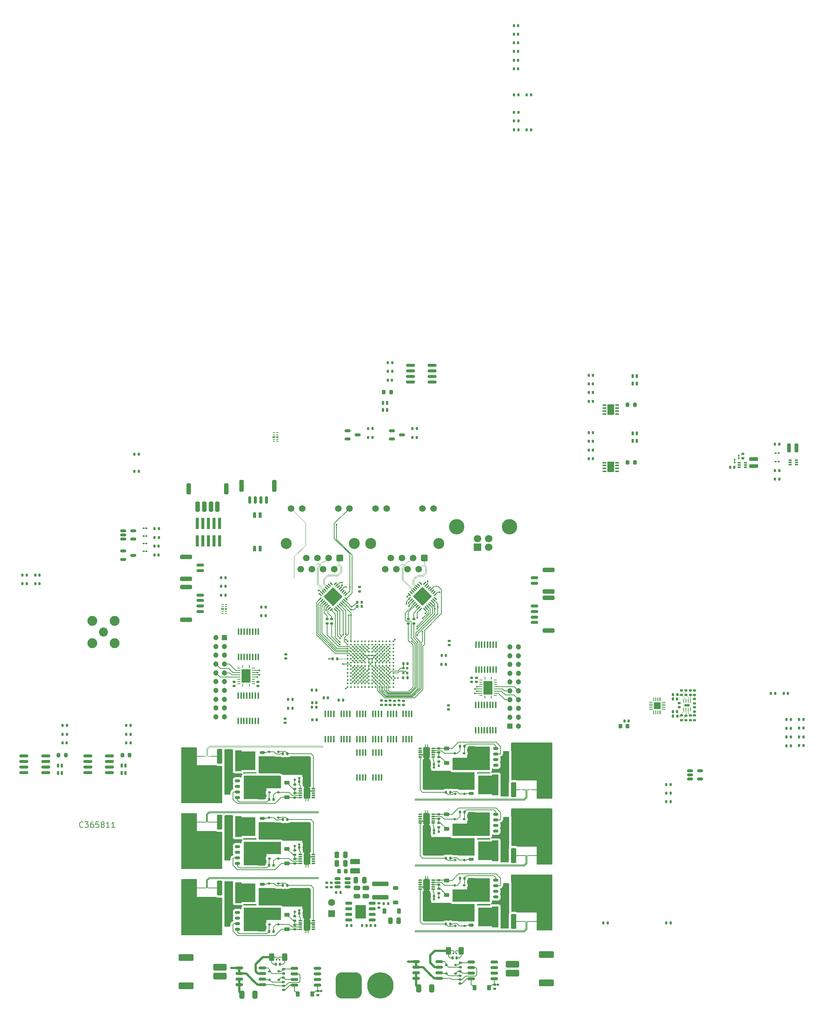
<source format=gbr>
%TF.GenerationSoftware,KiCad,Pcbnew,9.0.2-9-g92f6307ebb*%
%TF.CreationDate,2025-06-20T01:42:08+08:00*%
%TF.ProjectId,HPM5E31_ECatDualFOC,48504d35-4533-4315-9f45-436174447561,rev?*%
%TF.SameCoordinates,Original*%
%TF.FileFunction,Copper,L1,Top*%
%TF.FilePolarity,Positive*%
%FSLAX46Y46*%
G04 Gerber Fmt 4.6, Leading zero omitted, Abs format (unit mm)*
G04 Created by KiCad (PCBNEW 9.0.2-9-g92f6307ebb) date 2025-06-20 01:42:08*
%MOMM*%
%LPD*%
G01*
G04 APERTURE LIST*
G04 Aperture macros list*
%AMRoundRect*
0 Rectangle with rounded corners*
0 $1 Rounding radius*
0 $2 $3 $4 $5 $6 $7 $8 $9 X,Y pos of 4 corners*
0 Add a 4 corners polygon primitive as box body*
4,1,4,$2,$3,$4,$5,$6,$7,$8,$9,$2,$3,0*
0 Add four circle primitives for the rounded corners*
1,1,$1+$1,$2,$3*
1,1,$1+$1,$4,$5*
1,1,$1+$1,$6,$7*
1,1,$1+$1,$8,$9*
0 Add four rect primitives between the rounded corners*
20,1,$1+$1,$2,$3,$4,$5,0*
20,1,$1+$1,$4,$5,$6,$7,0*
20,1,$1+$1,$6,$7,$8,$9,0*
20,1,$1+$1,$8,$9,$2,$3,0*%
%AMRotRect*
0 Rectangle, with rotation*
0 The origin of the aperture is its center*
0 $1 length*
0 $2 width*
0 $3 Rotation angle, in degrees counterclockwise*
0 Add horizontal line*
21,1,$1,$2,0,0,$3*%
%AMFreePoly0*
4,1,9,2.100000,-2.000000,2.350000,-2.000000,2.350000,-3.500000,-2.350000,-3.500000,-2.350000,-2.000000,-2.100000,-2.000000,-2.100000,1.100000,2.100000,1.100000,2.100000,-2.000000,2.100000,-2.000000,$1*%
G04 Aperture macros list end*
%ADD10C,0.158750*%
%TA.AperFunction,NonConductor*%
%ADD11C,0.158750*%
%TD*%
%TA.AperFunction,EtchedComponent*%
%ADD12C,0.000000*%
%TD*%
%TA.AperFunction,SMDPad,CuDef*%
%ADD13RoundRect,0.135000X0.185000X-0.135000X0.185000X0.135000X-0.185000X0.135000X-0.185000X-0.135000X0*%
%TD*%
%TA.AperFunction,SMDPad,CuDef*%
%ADD14RoundRect,0.100000X0.100000X-0.637500X0.100000X0.637500X-0.100000X0.637500X-0.100000X-0.637500X0*%
%TD*%
%TA.AperFunction,SMDPad,CuDef*%
%ADD15RoundRect,0.112500X0.187500X0.112500X-0.187500X0.112500X-0.187500X-0.112500X0.187500X-0.112500X0*%
%TD*%
%TA.AperFunction,SMDPad,CuDef*%
%ADD16RoundRect,0.140000X-0.140000X-0.170000X0.140000X-0.170000X0.140000X0.170000X-0.140000X0.170000X0*%
%TD*%
%TA.AperFunction,SMDPad,CuDef*%
%ADD17RoundRect,0.150000X-0.512500X-0.150000X0.512500X-0.150000X0.512500X0.150000X-0.512500X0.150000X0*%
%TD*%
%TA.AperFunction,ComponentPad*%
%ADD18RoundRect,0.250500X0.499500X0.499500X-0.499500X0.499500X-0.499500X-0.499500X0.499500X-0.499500X0*%
%TD*%
%TA.AperFunction,ComponentPad*%
%ADD19C,1.500000*%
%TD*%
%TA.AperFunction,ComponentPad*%
%ADD20C,2.500000*%
%TD*%
%TA.AperFunction,SMDPad,CuDef*%
%ADD21RoundRect,0.070000X-0.355000X-0.070000X0.355000X-0.070000X0.355000X0.070000X-0.355000X0.070000X0*%
%TD*%
%TA.AperFunction,SMDPad,CuDef*%
%ADD22R,0.280000X0.700000*%
%TD*%
%TA.AperFunction,SMDPad,CuDef*%
%ADD23R,1.650000X2.400000*%
%TD*%
%TA.AperFunction,ComponentPad*%
%ADD24R,1.200000X1.200000*%
%TD*%
%TA.AperFunction,ComponentPad*%
%ADD25C,1.200000*%
%TD*%
%TA.AperFunction,SMDPad,CuDef*%
%ADD26RoundRect,0.140000X0.170000X-0.140000X0.170000X0.140000X-0.170000X0.140000X-0.170000X-0.140000X0*%
%TD*%
%TA.AperFunction,SMDPad,CuDef*%
%ADD27RoundRect,0.250000X0.650000X-0.325000X0.650000X0.325000X-0.650000X0.325000X-0.650000X-0.325000X0*%
%TD*%
%TA.AperFunction,SMDPad,CuDef*%
%ADD28RoundRect,0.135000X-0.185000X0.135000X-0.185000X-0.135000X0.185000X-0.135000X0.185000X0.135000X0*%
%TD*%
%TA.AperFunction,SMDPad,CuDef*%
%ADD29RoundRect,0.225000X1.275000X-0.525000X1.275000X0.525000X-1.275000X0.525000X-1.275000X-0.525000X0*%
%TD*%
%TA.AperFunction,SMDPad,CuDef*%
%ADD30RoundRect,0.225000X1.475000X-0.525000X1.475000X0.525000X-1.475000X0.525000X-1.475000X-0.525000X0*%
%TD*%
%TA.AperFunction,SMDPad,CuDef*%
%ADD31RoundRect,0.135000X-0.135000X-0.185000X0.135000X-0.185000X0.135000X0.185000X-0.135000X0.185000X0*%
%TD*%
%TA.AperFunction,SMDPad,CuDef*%
%ADD32RoundRect,0.250000X0.250000X0.475000X-0.250000X0.475000X-0.250000X-0.475000X0.250000X-0.475000X0*%
%TD*%
%TA.AperFunction,SMDPad,CuDef*%
%ADD33RoundRect,0.140000X0.140000X0.170000X-0.140000X0.170000X-0.140000X-0.170000X0.140000X-0.170000X0*%
%TD*%
%TA.AperFunction,SMDPad,CuDef*%
%ADD34RoundRect,0.250000X-0.475000X0.250000X-0.475000X-0.250000X0.475000X-0.250000X0.475000X0.250000X0*%
%TD*%
%TA.AperFunction,SMDPad,CuDef*%
%ADD35RoundRect,0.135000X0.135000X0.185000X-0.135000X0.185000X-0.135000X-0.185000X0.135000X-0.185000X0*%
%TD*%
%TA.AperFunction,SMDPad,CuDef*%
%ADD36RoundRect,0.250000X0.250000X0.900000X-0.250000X0.900000X-0.250000X-0.900000X0.250000X-0.900000X0*%
%TD*%
%TA.AperFunction,SMDPad,CuDef*%
%ADD37RoundRect,0.250000X0.250000X1.000000X-0.250000X1.000000X-0.250000X-1.000000X0.250000X-1.000000X0*%
%TD*%
%TA.AperFunction,SMDPad,CuDef*%
%ADD38RoundRect,0.185000X-0.185000X1.115000X-0.185000X-1.115000X0.185000X-1.115000X0.185000X1.115000X0*%
%TD*%
%TA.AperFunction,SMDPad,CuDef*%
%ADD39RoundRect,0.140000X-0.170000X0.140000X-0.170000X-0.140000X0.170000X-0.140000X0.170000X0.140000X0*%
%TD*%
%TA.AperFunction,SMDPad,CuDef*%
%ADD40RoundRect,0.100000X-0.130000X-0.100000X0.130000X-0.100000X0.130000X0.100000X-0.130000X0.100000X0*%
%TD*%
%TA.AperFunction,SMDPad,CuDef*%
%ADD41RoundRect,0.225000X0.375000X-0.225000X0.375000X0.225000X-0.375000X0.225000X-0.375000X-0.225000X0*%
%TD*%
%TA.AperFunction,SMDPad,CuDef*%
%ADD42RoundRect,0.150000X-0.825000X-0.150000X0.825000X-0.150000X0.825000X0.150000X-0.825000X0.150000X0*%
%TD*%
%TA.AperFunction,SMDPad,CuDef*%
%ADD43RoundRect,0.250000X0.850000X-0.375000X0.850000X0.375000X-0.850000X0.375000X-0.850000X-0.375000X0*%
%TD*%
%TA.AperFunction,SMDPad,CuDef*%
%ADD44RoundRect,0.250000X-0.250000X-0.475000X0.250000X-0.475000X0.250000X0.475000X-0.250000X0.475000X0*%
%TD*%
%TA.AperFunction,SMDPad,CuDef*%
%ADD45FreePoly0,90.000000*%
%TD*%
%TA.AperFunction,SMDPad,CuDef*%
%ADD46RoundRect,0.175000X0.400000X-0.175000X0.400000X0.175000X-0.400000X0.175000X-0.400000X-0.175000X0*%
%TD*%
%TA.AperFunction,SMDPad,CuDef*%
%ADD47RoundRect,0.250000X-0.650000X0.325000X-0.650000X-0.325000X0.650000X-0.325000X0.650000X0.325000X0*%
%TD*%
%TA.AperFunction,SMDPad,CuDef*%
%ADD48R,0.625000X0.250000*%
%TD*%
%TA.AperFunction,SMDPad,CuDef*%
%ADD49R,0.700000X0.450000*%
%TD*%
%TA.AperFunction,SMDPad,CuDef*%
%ADD50R,0.575000X0.450000*%
%TD*%
%TA.AperFunction,SMDPad,CuDef*%
%ADD51RoundRect,0.150000X0.150000X0.700000X-0.150000X0.700000X-0.150000X-0.700000X0.150000X-0.700000X0*%
%TD*%
%TA.AperFunction,SMDPad,CuDef*%
%ADD52RoundRect,0.250000X0.250000X1.100000X-0.250000X1.100000X-0.250000X-1.100000X0.250000X-1.100000X0*%
%TD*%
%TA.AperFunction,SMDPad,CuDef*%
%ADD53FreePoly0,270.000000*%
%TD*%
%TA.AperFunction,SMDPad,CuDef*%
%ADD54RoundRect,0.175000X-0.400000X0.175000X-0.400000X-0.175000X0.400000X-0.175000X0.400000X0.175000X0*%
%TD*%
%TA.AperFunction,SMDPad,CuDef*%
%ADD55RoundRect,0.225000X-1.275000X0.525000X-1.275000X-0.525000X1.275000X-0.525000X1.275000X0.525000X0*%
%TD*%
%TA.AperFunction,SMDPad,CuDef*%
%ADD56RoundRect,0.225000X-1.475000X0.525000X-1.475000X-0.525000X1.475000X-0.525000X1.475000X0.525000X0*%
%TD*%
%TA.AperFunction,SMDPad,CuDef*%
%ADD57RoundRect,0.070000X0.355000X0.070000X-0.355000X0.070000X-0.355000X-0.070000X0.355000X-0.070000X0*%
%TD*%
%TA.AperFunction,ComponentPad*%
%ADD58R,1.700000X1.700000*%
%TD*%
%TA.AperFunction,ComponentPad*%
%ADD59C,1.700000*%
%TD*%
%TA.AperFunction,ComponentPad*%
%ADD60C,3.500000*%
%TD*%
%TA.AperFunction,SMDPad,CuDef*%
%ADD61RoundRect,0.112500X-0.187500X-0.112500X0.187500X-0.112500X0.187500X0.112500X-0.187500X0.112500X0*%
%TD*%
%TA.AperFunction,SMDPad,CuDef*%
%ADD62RoundRect,0.062500X-0.309359X0.220971X0.220971X-0.309359X0.309359X-0.220971X-0.220971X0.309359X0*%
%TD*%
%TA.AperFunction,SMDPad,CuDef*%
%ADD63RoundRect,0.062500X-0.309359X-0.220971X-0.220971X-0.309359X0.309359X0.220971X0.220971X0.309359X0*%
%TD*%
%TA.AperFunction,HeatsinkPad*%
%ADD64RotRect,3.100000X3.100000X315.000000*%
%TD*%
%TA.AperFunction,SMDPad,CuDef*%
%ADD65RoundRect,0.225000X0.225000X0.250000X-0.225000X0.250000X-0.225000X-0.250000X0.225000X-0.250000X0*%
%TD*%
%TA.AperFunction,SMDPad,CuDef*%
%ADD66RoundRect,0.075000X-0.362500X-0.075000X0.362500X-0.075000X0.362500X0.075000X-0.362500X0.075000X0*%
%TD*%
%TA.AperFunction,HeatsinkPad*%
%ADD67R,1.600000X2.400000*%
%TD*%
%TA.AperFunction,SMDPad,CuDef*%
%ADD68RoundRect,0.150000X0.675000X0.150000X-0.675000X0.150000X-0.675000X-0.150000X0.675000X-0.150000X0*%
%TD*%
%TA.AperFunction,SMDPad,CuDef*%
%ADD69RoundRect,0.100000X-0.100000X0.130000X-0.100000X-0.130000X0.100000X-0.130000X0.100000X0.130000X0*%
%TD*%
%TA.AperFunction,SMDPad,CuDef*%
%ADD70RoundRect,0.212500X0.787500X-0.212500X0.787500X0.212500X-0.787500X0.212500X-0.787500X-0.212500X0*%
%TD*%
%TA.AperFunction,SMDPad,CuDef*%
%ADD71RoundRect,0.250000X0.362500X1.425000X-0.362500X1.425000X-0.362500X-1.425000X0.362500X-1.425000X0*%
%TD*%
%TA.AperFunction,SMDPad,CuDef*%
%ADD72RoundRect,0.025500X-0.229500X-0.354500X0.229500X-0.354500X0.229500X0.354500X-0.229500X0.354500X0*%
%TD*%
%TA.AperFunction,SMDPad,CuDef*%
%ADD73RoundRect,0.087500X-0.250000X-0.087500X0.250000X-0.087500X0.250000X0.087500X-0.250000X0.087500X0*%
%TD*%
%TA.AperFunction,ComponentPad*%
%ADD74O,2.200000X1.400000*%
%TD*%
%TA.AperFunction,SMDPad,CuDef*%
%ADD75C,0.127000*%
%TD*%
%TA.AperFunction,SMDPad,CuDef*%
%ADD76RoundRect,0.200000X-0.200000X-0.275000X0.200000X-0.275000X0.200000X0.275000X-0.200000X0.275000X0*%
%TD*%
%TA.AperFunction,SMDPad,CuDef*%
%ADD77RoundRect,0.225000X-0.225000X-0.375000X0.225000X-0.375000X0.225000X0.375000X-0.225000X0.375000X0*%
%TD*%
%TA.AperFunction,ComponentPad*%
%ADD78C,2.050000*%
%TD*%
%TA.AperFunction,ComponentPad*%
%ADD79C,2.250000*%
%TD*%
%TA.AperFunction,SMDPad,CuDef*%
%ADD80RoundRect,0.225000X-0.375000X0.225000X-0.375000X-0.225000X0.375000X-0.225000X0.375000X0.225000X0*%
%TD*%
%TA.AperFunction,SMDPad,CuDef*%
%ADD81RoundRect,0.212500X-0.212500X-0.787500X0.212500X-0.787500X0.212500X0.787500X-0.212500X0.787500X0*%
%TD*%
%TA.AperFunction,SMDPad,CuDef*%
%ADD82RoundRect,0.100000X0.100000X-0.130000X0.100000X0.130000X-0.100000X0.130000X-0.100000X-0.130000X0*%
%TD*%
%TA.AperFunction,SMDPad,CuDef*%
%ADD83RoundRect,0.050000X-0.070000X0.250000X-0.070000X-0.250000X0.070000X-0.250000X0.070000X0.250000X0*%
%TD*%
%TA.AperFunction,SMDPad,CuDef*%
%ADD84RoundRect,0.050000X0.250000X0.070000X-0.250000X0.070000X-0.250000X-0.070000X0.250000X-0.070000X0*%
%TD*%
%TA.AperFunction,SMDPad,CuDef*%
%ADD85RoundRect,0.050000X0.975000X1.475000X-0.975000X1.475000X-0.975000X-1.475000X0.975000X-1.475000X0*%
%TD*%
%TA.AperFunction,SMDPad,CuDef*%
%ADD86RoundRect,0.100000X-0.100000X0.637500X-0.100000X-0.637500X0.100000X-0.637500X0.100000X0.637500X0*%
%TD*%
%TA.AperFunction,SMDPad,CuDef*%
%ADD87RoundRect,0.250000X0.312500X0.625000X-0.312500X0.625000X-0.312500X-0.625000X0.312500X-0.625000X0*%
%TD*%
%TA.AperFunction,SMDPad,CuDef*%
%ADD88RoundRect,0.050000X-0.375000X-0.050000X0.375000X-0.050000X0.375000X0.050000X-0.375000X0.050000X0*%
%TD*%
%TA.AperFunction,SMDPad,CuDef*%
%ADD89RoundRect,0.050000X-0.050000X-0.375000X0.050000X-0.375000X0.050000X0.375000X-0.050000X0.375000X0*%
%TD*%
%TA.AperFunction,HeatsinkPad*%
%ADD90R,1.650000X1.650000*%
%TD*%
%TA.AperFunction,SMDPad,CuDef*%
%ADD91RoundRect,0.250000X-0.362500X-1.425000X0.362500X-1.425000X0.362500X1.425000X-0.362500X1.425000X0*%
%TD*%
%TA.AperFunction,SMDPad,CuDef*%
%ADD92R,0.500000X0.600000*%
%TD*%
%TA.AperFunction,SMDPad,CuDef*%
%ADD93RoundRect,0.225000X0.225000X0.375000X-0.225000X0.375000X-0.225000X-0.375000X0.225000X-0.375000X0*%
%TD*%
%TA.AperFunction,SMDPad,CuDef*%
%ADD94RoundRect,0.147500X-0.147500X-0.172500X0.147500X-0.172500X0.147500X0.172500X-0.147500X0.172500X0*%
%TD*%
%TA.AperFunction,SMDPad,CuDef*%
%ADD95RoundRect,0.150000X-0.700000X0.150000X-0.700000X-0.150000X0.700000X-0.150000X0.700000X0.150000X0*%
%TD*%
%TA.AperFunction,SMDPad,CuDef*%
%ADD96RoundRect,0.250000X-1.100000X0.250000X-1.100000X-0.250000X1.100000X-0.250000X1.100000X0.250000X0*%
%TD*%
%TA.AperFunction,SMDPad,CuDef*%
%ADD97RoundRect,0.150000X-0.650000X-0.150000X0.650000X-0.150000X0.650000X0.150000X-0.650000X0.150000X0*%
%TD*%
%TA.AperFunction,HeatsinkPad*%
%ADD98R,2.410000X3.100000*%
%TD*%
%TA.AperFunction,SMDPad,CuDef*%
%ADD99RoundRect,0.150000X0.700000X-0.150000X0.700000X0.150000X-0.700000X0.150000X-0.700000X-0.150000X0*%
%TD*%
%TA.AperFunction,SMDPad,CuDef*%
%ADD100RoundRect,0.250000X1.100000X-0.250000X1.100000X0.250000X-1.100000X0.250000X-1.100000X-0.250000X0*%
%TD*%
%TA.AperFunction,ComponentPad*%
%ADD101RoundRect,1.500000X-1.500000X-1.500000X1.500000X-1.500000X1.500000X1.500000X-1.500000X1.500000X0*%
%TD*%
%TA.AperFunction,ComponentPad*%
%ADD102C,6.000000*%
%TD*%
%TA.AperFunction,SMDPad,CuDef*%
%ADD103RoundRect,0.190000X0.190000X-0.445000X0.190000X0.445000X-0.190000X0.445000X-0.190000X-0.445000X0*%
%TD*%
%TA.AperFunction,SMDPad,CuDef*%
%ADD104RoundRect,0.250000X0.325000X0.650000X-0.325000X0.650000X-0.325000X-0.650000X0.325000X-0.650000X0*%
%TD*%
%TA.AperFunction,SMDPad,CuDef*%
%ADD105RoundRect,0.062500X0.062500X-0.325000X0.062500X0.325000X-0.062500X0.325000X-0.062500X-0.325000X0*%
%TD*%
%TA.AperFunction,HeatsinkPad*%
%ADD106R,1.200000X0.600000*%
%TD*%
%TA.AperFunction,SMDPad,CuDef*%
%ADD107RoundRect,0.250000X1.600000X-0.300000X1.600000X0.300000X-1.600000X0.300000X-1.600000X-0.300000X0*%
%TD*%
%TA.AperFunction,SMDPad,CuDef*%
%ADD108C,0.400000*%
%TD*%
%TA.AperFunction,SMDPad,CuDef*%
%ADD109RoundRect,0.050000X0.070000X-0.250000X0.070000X0.250000X-0.070000X0.250000X-0.070000X-0.250000X0*%
%TD*%
%TA.AperFunction,SMDPad,CuDef*%
%ADD110RoundRect,0.050000X-0.250000X-0.070000X0.250000X-0.070000X0.250000X0.070000X-0.250000X0.070000X0*%
%TD*%
%TA.AperFunction,SMDPad,CuDef*%
%ADD111RoundRect,0.050000X-0.975000X-1.475000X0.975000X-1.475000X0.975000X1.475000X-0.975000X1.475000X0*%
%TD*%
%TA.AperFunction,ComponentPad*%
%ADD112RoundRect,0.250000X0.550000X-0.550000X0.550000X0.550000X-0.550000X0.550000X-0.550000X-0.550000X0*%
%TD*%
%TA.AperFunction,ComponentPad*%
%ADD113C,1.600000*%
%TD*%
%TA.AperFunction,ViaPad*%
%ADD114C,0.400000*%
%TD*%
%TA.AperFunction,ViaPad*%
%ADD115C,0.550000*%
%TD*%
%TA.AperFunction,Conductor*%
%ADD116C,0.203200*%
%TD*%
%TA.AperFunction,Conductor*%
%ADD117C,0.508000*%
%TD*%
%TA.AperFunction,Conductor*%
%ADD118C,0.254000*%
%TD*%
%TA.AperFunction,Conductor*%
%ADD119C,0.127000*%
%TD*%
%TA.AperFunction,Conductor*%
%ADD120C,0.088900*%
%TD*%
%TA.AperFunction,Conductor*%
%ADD121C,0.108966*%
%TD*%
G04 APERTURE END LIST*
D10*
D11*
X39714523Y-141658318D02*
X39654047Y-141718795D01*
X39654047Y-141718795D02*
X39472618Y-141779271D01*
X39472618Y-141779271D02*
X39351666Y-141779271D01*
X39351666Y-141779271D02*
X39170237Y-141718795D01*
X39170237Y-141718795D02*
X39049285Y-141597842D01*
X39049285Y-141597842D02*
X38988808Y-141476890D01*
X38988808Y-141476890D02*
X38928332Y-141234985D01*
X38928332Y-141234985D02*
X38928332Y-141053556D01*
X38928332Y-141053556D02*
X38988808Y-140811652D01*
X38988808Y-140811652D02*
X39049285Y-140690699D01*
X39049285Y-140690699D02*
X39170237Y-140569747D01*
X39170237Y-140569747D02*
X39351666Y-140509271D01*
X39351666Y-140509271D02*
X39472618Y-140509271D01*
X39472618Y-140509271D02*
X39654047Y-140569747D01*
X39654047Y-140569747D02*
X39714523Y-140630223D01*
X40137856Y-140509271D02*
X40924047Y-140509271D01*
X40924047Y-140509271D02*
X40500713Y-140993080D01*
X40500713Y-140993080D02*
X40682142Y-140993080D01*
X40682142Y-140993080D02*
X40803094Y-141053556D01*
X40803094Y-141053556D02*
X40863570Y-141114033D01*
X40863570Y-141114033D02*
X40924047Y-141234985D01*
X40924047Y-141234985D02*
X40924047Y-141537366D01*
X40924047Y-141537366D02*
X40863570Y-141658318D01*
X40863570Y-141658318D02*
X40803094Y-141718795D01*
X40803094Y-141718795D02*
X40682142Y-141779271D01*
X40682142Y-141779271D02*
X40319285Y-141779271D01*
X40319285Y-141779271D02*
X40198332Y-141718795D01*
X40198332Y-141718795D02*
X40137856Y-141658318D01*
X42012618Y-140509271D02*
X41770713Y-140509271D01*
X41770713Y-140509271D02*
X41649761Y-140569747D01*
X41649761Y-140569747D02*
X41589285Y-140630223D01*
X41589285Y-140630223D02*
X41468332Y-140811652D01*
X41468332Y-140811652D02*
X41407856Y-141053556D01*
X41407856Y-141053556D02*
X41407856Y-141537366D01*
X41407856Y-141537366D02*
X41468332Y-141658318D01*
X41468332Y-141658318D02*
X41528809Y-141718795D01*
X41528809Y-141718795D02*
X41649761Y-141779271D01*
X41649761Y-141779271D02*
X41891666Y-141779271D01*
X41891666Y-141779271D02*
X42012618Y-141718795D01*
X42012618Y-141718795D02*
X42073094Y-141658318D01*
X42073094Y-141658318D02*
X42133571Y-141537366D01*
X42133571Y-141537366D02*
X42133571Y-141234985D01*
X42133571Y-141234985D02*
X42073094Y-141114033D01*
X42073094Y-141114033D02*
X42012618Y-141053556D01*
X42012618Y-141053556D02*
X41891666Y-140993080D01*
X41891666Y-140993080D02*
X41649761Y-140993080D01*
X41649761Y-140993080D02*
X41528809Y-141053556D01*
X41528809Y-141053556D02*
X41468332Y-141114033D01*
X41468332Y-141114033D02*
X41407856Y-141234985D01*
X43282618Y-140509271D02*
X42677856Y-140509271D01*
X42677856Y-140509271D02*
X42617380Y-141114033D01*
X42617380Y-141114033D02*
X42677856Y-141053556D01*
X42677856Y-141053556D02*
X42798809Y-140993080D01*
X42798809Y-140993080D02*
X43101190Y-140993080D01*
X43101190Y-140993080D02*
X43222142Y-141053556D01*
X43222142Y-141053556D02*
X43282618Y-141114033D01*
X43282618Y-141114033D02*
X43343095Y-141234985D01*
X43343095Y-141234985D02*
X43343095Y-141537366D01*
X43343095Y-141537366D02*
X43282618Y-141658318D01*
X43282618Y-141658318D02*
X43222142Y-141718795D01*
X43222142Y-141718795D02*
X43101190Y-141779271D01*
X43101190Y-141779271D02*
X42798809Y-141779271D01*
X42798809Y-141779271D02*
X42677856Y-141718795D01*
X42677856Y-141718795D02*
X42617380Y-141658318D01*
X44068809Y-141053556D02*
X43947857Y-140993080D01*
X43947857Y-140993080D02*
X43887380Y-140932604D01*
X43887380Y-140932604D02*
X43826904Y-140811652D01*
X43826904Y-140811652D02*
X43826904Y-140751175D01*
X43826904Y-140751175D02*
X43887380Y-140630223D01*
X43887380Y-140630223D02*
X43947857Y-140569747D01*
X43947857Y-140569747D02*
X44068809Y-140509271D01*
X44068809Y-140509271D02*
X44310714Y-140509271D01*
X44310714Y-140509271D02*
X44431666Y-140569747D01*
X44431666Y-140569747D02*
X44492142Y-140630223D01*
X44492142Y-140630223D02*
X44552619Y-140751175D01*
X44552619Y-140751175D02*
X44552619Y-140811652D01*
X44552619Y-140811652D02*
X44492142Y-140932604D01*
X44492142Y-140932604D02*
X44431666Y-140993080D01*
X44431666Y-140993080D02*
X44310714Y-141053556D01*
X44310714Y-141053556D02*
X44068809Y-141053556D01*
X44068809Y-141053556D02*
X43947857Y-141114033D01*
X43947857Y-141114033D02*
X43887380Y-141174509D01*
X43887380Y-141174509D02*
X43826904Y-141295461D01*
X43826904Y-141295461D02*
X43826904Y-141537366D01*
X43826904Y-141537366D02*
X43887380Y-141658318D01*
X43887380Y-141658318D02*
X43947857Y-141718795D01*
X43947857Y-141718795D02*
X44068809Y-141779271D01*
X44068809Y-141779271D02*
X44310714Y-141779271D01*
X44310714Y-141779271D02*
X44431666Y-141718795D01*
X44431666Y-141718795D02*
X44492142Y-141658318D01*
X44492142Y-141658318D02*
X44552619Y-141537366D01*
X44552619Y-141537366D02*
X44552619Y-141295461D01*
X44552619Y-141295461D02*
X44492142Y-141174509D01*
X44492142Y-141174509D02*
X44431666Y-141114033D01*
X44431666Y-141114033D02*
X44310714Y-141053556D01*
X45762143Y-141779271D02*
X45036428Y-141779271D01*
X45399285Y-141779271D02*
X45399285Y-140509271D01*
X45399285Y-140509271D02*
X45278333Y-140690699D01*
X45278333Y-140690699D02*
X45157381Y-140811652D01*
X45157381Y-140811652D02*
X45036428Y-140872128D01*
X46971667Y-141779271D02*
X46245952Y-141779271D01*
X46608809Y-141779271D02*
X46608809Y-140509271D01*
X46608809Y-140509271D02*
X46487857Y-140690699D01*
X46487857Y-140690699D02*
X46366905Y-140811652D01*
X46366905Y-140811652D02*
X46245952Y-140872128D01*
D12*
%TA.AperFunction,EtchedComponent*%
%TO.C,NT9*%
G36*
X67278800Y-140629855D02*
G01*
X66669200Y-140629855D01*
X66669200Y-140502855D01*
X67278800Y-140502855D01*
X67278800Y-140629855D01*
G37*
%TD.AperFunction*%
%TA.AperFunction,EtchedComponent*%
%TO.C,NT1*%
G36*
X141851665Y-133229855D02*
G01*
X141242065Y-133229855D01*
X141242065Y-133102855D01*
X141851665Y-133102855D01*
X141851665Y-133229855D01*
G37*
%TD.AperFunction*%
%TA.AperFunction,EtchedComponent*%
%TO.C,NT5*%
G36*
X141851665Y-163229855D02*
G01*
X141242065Y-163229855D01*
X141242065Y-163102855D01*
X141851665Y-163102855D01*
X141851665Y-163229855D01*
G37*
%TD.AperFunction*%
%TA.AperFunction,EtchedComponent*%
%TO.C,NT8*%
G36*
X69428800Y-125629855D02*
G01*
X68819200Y-125629855D01*
X68819200Y-125502855D01*
X69428800Y-125502855D01*
X69428800Y-125629855D01*
G37*
%TD.AperFunction*%
%TA.AperFunction,EtchedComponent*%
%TO.C,NT16*%
G36*
X84843900Y-171346100D02*
G01*
X84234300Y-171346100D01*
X84234300Y-171219100D01*
X84843900Y-171219100D01*
X84843900Y-171346100D01*
G37*
%TD.AperFunction*%
%TA.AperFunction,EtchedComponent*%
%TO.C,NT3*%
G36*
X141851665Y-148229855D02*
G01*
X141242065Y-148229855D01*
X141242065Y-148102855D01*
X141851665Y-148102855D01*
X141851665Y-148229855D01*
G37*
%TD.AperFunction*%
%TA.AperFunction,EtchedComponent*%
%TO.C,NT13*%
G36*
X124143900Y-169906100D02*
G01*
X123534300Y-169906100D01*
X123534300Y-169779100D01*
X124143900Y-169779100D01*
X124143900Y-169906100D01*
G37*
%TD.AperFunction*%
%TA.AperFunction,EtchedComponent*%
%TO.C,NT12*%
G36*
X69428800Y-155629855D02*
G01*
X68819200Y-155629855D01*
X68819200Y-155502855D01*
X69428800Y-155502855D01*
X69428800Y-155629855D01*
G37*
%TD.AperFunction*%
%TA.AperFunction,EtchedComponent*%
%TO.C,NT11*%
G36*
X67278800Y-155629855D02*
G01*
X66669200Y-155629855D01*
X66669200Y-155502855D01*
X67278800Y-155502855D01*
X67278800Y-155629855D01*
G37*
%TD.AperFunction*%
%TA.AperFunction,EtchedComponent*%
%TO.C,NT4*%
G36*
X139701665Y-148229855D02*
G01*
X139092065Y-148229855D01*
X139092065Y-148102855D01*
X139701665Y-148102855D01*
X139701665Y-148229855D01*
G37*
%TD.AperFunction*%
%TA.AperFunction,EtchedComponent*%
%TO.C,NT10*%
G36*
X69428800Y-140629855D02*
G01*
X68819200Y-140629855D01*
X68819200Y-140502855D01*
X69428800Y-140502855D01*
X69428800Y-140629855D01*
G37*
%TD.AperFunction*%
%TA.AperFunction,EtchedComponent*%
%TO.C,NT7*%
G36*
X67278800Y-125629855D02*
G01*
X66669200Y-125629855D01*
X66669200Y-125502855D01*
X67278800Y-125502855D01*
X67278800Y-125629855D01*
G37*
%TD.AperFunction*%
%TA.AperFunction,EtchedComponent*%
%TO.C,NT2*%
G36*
X139701665Y-133229855D02*
G01*
X139092065Y-133229855D01*
X139092065Y-133102855D01*
X139701665Y-133102855D01*
X139701665Y-133229855D01*
G37*
%TD.AperFunction*%
%TA.AperFunction,EtchedComponent*%
%TO.C,NT14*%
G36*
X125043900Y-169906100D02*
G01*
X124434300Y-169906100D01*
X124434300Y-169779100D01*
X125043900Y-169779100D01*
X125043900Y-169906100D01*
G37*
%TD.AperFunction*%
%TA.AperFunction,EtchedComponent*%
%TO.C,NT6*%
G36*
X139701665Y-163229855D02*
G01*
X139092065Y-163229855D01*
X139092065Y-163102855D01*
X139701665Y-163102855D01*
X139701665Y-163229855D01*
G37*
%TD.AperFunction*%
%TA.AperFunction,EtchedComponent*%
%TO.C,NT15*%
G36*
X83943900Y-171346100D02*
G01*
X83334300Y-171346100D01*
X83334300Y-171219100D01*
X83943900Y-171219100D01*
X83943900Y-171346100D01*
G37*
%TD.AperFunction*%
%TD*%
D13*
%TO.P,R76,1*%
%TO.N,Net-(U30A--INB)*%
X175860000Y-117320000D03*
%TO.P,R76,2*%
%TO.N,Net-(U30A-OUTB)*%
X175860000Y-116300000D03*
%TD*%
D14*
%TO.P,U22,1,NC*%
%TO.N,unconnected-(U22-NC-Pad1)*%
X102045000Y-121662500D03*
%TO.P,U22,2,IN+*%
%TO.N,/INVERTER_BRIDGE_B/C3_P*%
X102695000Y-121662500D03*
%TO.P,U22,3,IN-*%
%TO.N,/INVERTER_BRIDGE_B/C3_N*%
X103345000Y-121662500D03*
%TO.P,U22,4,GND*%
%TO.N,GNDA*%
X103995000Y-121662500D03*
%TO.P,U22,5,VS*%
%TO.N,VDDA*%
X103995000Y-115937500D03*
%TO.P,U22,6,REF2*%
%TO.N,VREF*%
X103345000Y-115937500D03*
%TO.P,U22,7,REF1*%
%TO.N,GNDA*%
X102695000Y-115937500D03*
%TO.P,U22,8,OUT*%
%TO.N,Net-(U22-OUT)*%
X102045000Y-115937500D03*
%TD*%
D15*
%TO.P,D25,1,K*%
%TO.N,Net-(D25-K)*%
X124475000Y-174980000D03*
%TO.P,D25,2,A*%
%TO.N,Net-(D25-A)*%
X122375000Y-174980000D03*
%TD*%
D16*
%TO.P,C139,1,1*%
%TO.N,+5V*%
X154767500Y-42800000D03*
%TO.P,C139,2,2*%
%TO.N,GND*%
X155727500Y-42800000D03*
%TD*%
D17*
%TO.P,U8,1,IN*%
%TO.N,+5VA*%
X48862500Y-78875000D03*
%TO.P,U8,2,OUT*%
%TO.N,VREF*%
X48862500Y-80775000D03*
%TO.P,U8,3,GND*%
%TO.N,GNDA*%
X51137500Y-79825000D03*
%TD*%
D16*
%TO.P,C59,1,1*%
%TO.N,VDDA*%
X91820000Y-110500000D03*
%TO.P,C59,2,2*%
%TO.N,GNDA*%
X92780000Y-110500000D03*
%TD*%
D18*
%TO.P,J14,1,TD+*%
%TO.N,/ETHERNET_PHY_P1/TD_P*%
X117325000Y-80460000D03*
D19*
%TO.P,J14,2,TD-*%
%TO.N,/ETHERNET_PHY_P1/TD_N*%
X116065000Y-83000000D03*
%TO.P,J14,3,RD+*%
%TO.N,/ETHERNET_PHY_P1/RD_P*%
X114785000Y-80460000D03*
%TO.P,J14,4,TCT*%
%TO.N,Net-(J14-TCT)*%
X113525000Y-83000000D03*
%TO.P,J14,5,RCT*%
%TO.N,Net-(J14-RCT)*%
X112245000Y-80460000D03*
%TO.P,J14,6,RD-*%
%TO.N,/ETHERNET_PHY_P1/RD_N*%
X110985000Y-83000000D03*
%TO.P,J14,7,NC*%
%TO.N,unconnected-(J14-NC-Pad7)*%
X109705000Y-80460000D03*
%TO.P,J14,8*%
%TO.N,GND*%
X108445000Y-83000000D03*
%TO.P,J14,9*%
%TO.N,/ETHERNET_PHY_P1/EPHY_3V3*%
X119510000Y-69200000D03*
%TO.P,J14,10*%
%TO.N,Net-(J14-Pad10)*%
X116970000Y-69200000D03*
%TO.P,J14,11*%
%TO.N,Net-(J14-Pad11)*%
X108800000Y-69200000D03*
%TO.P,J14,12*%
%TO.N,/ETHERNET_PHY_P1/LED0*%
X106260000Y-69200000D03*
D20*
%TO.P,J14,SH*%
%TO.N,Net-(J14-PadSH)*%
X120630000Y-77150000D03*
X105140000Y-77150000D03*
%TD*%
D21*
%TO.P,U17,1,VDD*%
%TO.N,+10V*%
X89175430Y-132966355D03*
%TO.P,U17,2,NC*%
%TO.N,unconnected-(U17-NC-Pad2)*%
X89175430Y-133466355D03*
%TO.P,U17,3,HB*%
%TO.N,Net-(D16-K)*%
X89175430Y-133966355D03*
%TO.P,U17,4,HO*%
%TO.N,Net-(D15-K)*%
X89175430Y-134466355D03*
%TO.P,U17,5,HS*%
%TO.N,Net-(D16-A)*%
X89175430Y-134966355D03*
%TO.P,U17,6,EN*%
%TO.N,/HPM5E31_TOP/DRIVER_B.EN*%
X92125430Y-134966355D03*
%TO.P,U17,7,HI*%
%TO.N,/HPM5E31_TOP/PD8*%
X92125430Y-134466355D03*
%TO.P,U17,8,LI*%
%TO.N,/HPM5E31_TOP/PD9*%
X92125430Y-133966355D03*
%TO.P,U17,9,VSS*%
%TO.N,GNDPWR*%
X92125430Y-133466355D03*
%TO.P,U17,10,LO*%
%TO.N,Net-(D17-K)*%
X92125430Y-132966355D03*
D22*
%TO.P,U17,11,PAD*%
%TO.N,GNDPWR*%
X90400430Y-132416355D03*
X90400430Y-135516355D03*
D23*
X90650430Y-133966355D03*
D22*
X90900430Y-132416355D03*
X90900430Y-135516355D03*
%TD*%
D24*
%TO.P,J11,1*%
%TO.N,/ENCODER_CONN_A/A_P*%
X71900000Y-98580000D03*
D25*
%TO.P,J11,2*%
%TO.N,/ENCODER_CONN_A/A_N*%
X69900000Y-98580000D03*
%TO.P,J11,3*%
%TO.N,/ENCODER_CONN_A/B_P*%
X71900000Y-100580000D03*
%TO.P,J11,4*%
%TO.N,/ENCODER_CONN_A/B_N*%
X69900000Y-100580000D03*
%TO.P,J11,5*%
%TO.N,/ENCODER_CONN_A/Z_P*%
X71900000Y-102580000D03*
%TO.P,J11,6*%
%TO.N,/ENCODER_CONN_A/Z_N*%
X69900000Y-102580000D03*
%TO.P,J11,7*%
%TO.N,/ENCODER_CONN_A/ENC_SPI_SCK*%
X71900000Y-104580000D03*
%TO.P,J11,8*%
%TO.N,/ENCODER_CONN_A/ENC_SPI_MOSI*%
X69900000Y-104580000D03*
%TO.P,J11,9*%
%TO.N,/ENCODER_CONN_A/ENC_SPI_NSS*%
X71900000Y-106580000D03*
%TO.P,J11,10*%
%TO.N,/ENCODER_CONN_A/ENC_SPI_MISO*%
X69900000Y-106580000D03*
%TO.P,J11,11*%
%TO.N,/MA_TEMP*%
X71900000Y-108580000D03*
%TO.P,J11,12*%
%TO.N,GND*%
X69900000Y-108580000D03*
%TO.P,J11,13*%
%TO.N,/ENCODER_CONN_A/HALL_U_P*%
X71900000Y-110580000D03*
%TO.P,J11,14*%
%TO.N,/ENCODER_CONN_A/HALL_U_N*%
X69900000Y-110580000D03*
%TO.P,J11,15*%
%TO.N,/ENCODER_CONN_A/HALL_V_P*%
X71900000Y-112580000D03*
%TO.P,J11,16*%
%TO.N,/ENCODER_CONN_A/HALL_V_N*%
X69900000Y-112580000D03*
%TO.P,J11,17*%
%TO.N,/ENCODER_CONN_A/HALL_W_P*%
X71900000Y-114580000D03*
%TO.P,J11,18*%
%TO.N,/ENCODER_CONN_A/HALL_W_N*%
X69900000Y-114580000D03*
%TO.P,J11,19*%
%TO.N,/ENCODER_CONN_A/ENC_PWR*%
X71900000Y-116580000D03*
%TO.P,J11,20*%
%TO.N,GND*%
X69900000Y-116580000D03*
%TD*%
D26*
%TO.P,C52,1,1*%
%TO.N,Net-(D7-K)*%
X120620435Y-124759066D03*
%TO.P,C52,2,2*%
%TO.N,Net-(D7-A)*%
X120620435Y-123799066D03*
%TD*%
D16*
%TO.P,C72,1,1*%
%TO.N,+10V*%
X88940430Y-146316355D03*
%TO.P,C72,2,2*%
%TO.N,GNDPWR*%
X89900430Y-146316355D03*
%TD*%
D27*
%TO.P,C68,1,1*%
%TO.N,/INVERTER_BRIDGE_B/VBUS'*%
X82750430Y-130926355D03*
%TO.P,C68,2,2*%
%TO.N,GNDPWR*%
X82750430Y-127976355D03*
%TD*%
D28*
%TO.P,R33,1*%
%TO.N,Net-(D13-K)*%
X120620435Y-155706355D03*
%TO.P,R33,2*%
%TO.N,Vdrive*%
X120620435Y-156726355D03*
%TD*%
D29*
%TO.P,U26,1*%
%TO.N,Net-(Q13B-S2)*%
X137450000Y-174900000D03*
%TO.P,U26,2*%
%TO.N,GNDPWR*%
X137450000Y-172900000D03*
D30*
%TO.P,U26,3,PAD*%
X145150000Y-170700000D03*
%TO.P,U26,4,PAD*%
X145150000Y-177100000D03*
%TD*%
D31*
%TO.P,R5,1*%
%TO.N,/HPM5E31_TOP/PA7*%
X71090000Y-84900000D03*
%TO.P,R5,2*%
%TO.N,+3.3V*%
X72110000Y-84900000D03*
%TD*%
%TO.P,R22,1*%
%TO.N,/HPM5E31_TOP/PC26*%
X25920000Y-86330000D03*
%TO.P,R22,2*%
%TO.N,+3.3V*%
X26940000Y-86330000D03*
%TD*%
D13*
%TO.P,R36,1*%
%TO.N,Net-(U15-OUT)*%
X107600000Y-113910000D03*
%TO.P,R36,2*%
%TO.N,/HPM5E31_TOP/DRIVER_A.CUR2*%
X107600000Y-112890000D03*
%TD*%
D32*
%TO.P,C47,1,1*%
%TO.N,Vdrive*%
X111537500Y-162975000D03*
%TO.P,C47,2,2*%
%TO.N,VBUS*%
X109637500Y-162975000D03*
%TD*%
D16*
%TO.P,C135,1,1*%
%TO.N,+3.3V*%
X49570000Y-122555000D03*
%TO.P,C135,2,2*%
%TO.N,GND*%
X50530000Y-122555000D03*
%TD*%
D33*
%TO.P,C60,1,1*%
%TO.N,+10V*%
X119580435Y-157416355D03*
%TO.P,C60,2,2*%
%TO.N,GNDPWR*%
X118620435Y-157416355D03*
%TD*%
D34*
%TO.P,C32,1,1*%
%TO.N,+10V*%
X102037500Y-155525000D03*
%TO.P,C32,2,2*%
%TO.N,GND*%
X102037500Y-157425000D03*
%TD*%
D35*
%TO.P,R92,1*%
%TO.N,+3.3_2*%
X122297500Y-104628400D03*
%TO.P,R92,2*%
%TO.N,/MB_TEMP*%
X121277500Y-104628400D03*
%TD*%
D16*
%TO.P,C70,1,1*%
%TO.N,/HPM5E31_TOP/DRIVER_B.CUR0*%
X202640000Y-117200000D03*
%TO.P,C70,2,2*%
%TO.N,GNDA*%
X203600000Y-117200000D03*
%TD*%
D36*
%TO.P,J2,1,Pin_1*%
%TO.N,+3.3V*%
X70300000Y-68725000D03*
%TO.P,J2,2,Pin_2*%
%TO.N,/HPM5E31_TOP/PA0*%
X68800000Y-68725000D03*
%TO.P,J2,3,Pin_3*%
%TO.N,/HPM5E31_TOP/PA1*%
X67300000Y-68725000D03*
%TO.P,J2,4,Pin_4*%
%TO.N,GND*%
X65800000Y-68725000D03*
D37*
%TO.P,J2,MP,MountPin*%
X72300000Y-64725000D03*
X63800000Y-64725000D03*
%TD*%
D38*
%TO.P,J3,1,Pin_1*%
%TO.N,+3.3V*%
X65700000Y-76550000D03*
%TO.P,J3,2,Pin_2*%
%TO.N,/HPM5E31_TOP/PA7*%
X65700000Y-72550000D03*
%TO.P,J3,3,Pin_3*%
%TO.N,GND*%
X66970000Y-76550000D03*
%TO.P,J3,4,Pin_4*%
%TO.N,/HPM5E31_TOP/PA6*%
X66970000Y-72550000D03*
%TO.P,J3,5,Pin_5*%
%TO.N,GND*%
X68240000Y-76550000D03*
%TO.P,J3,6,Pin_6*%
%TO.N,/HPM5E31_TOP/PA4*%
X68240000Y-72550000D03*
%TO.P,J3,7,Pin_7*%
%TO.N,unconnected-(J3-Pin_7-Pad7)*%
X69510000Y-76550000D03*
%TO.P,J3,8,Pin_8*%
%TO.N,/HPM5E31_TOP/PA5*%
X69510000Y-72550000D03*
%TO.P,J3,9,Pin_9*%
%TO.N,/HPM5E31_TOP/PA8*%
X70780000Y-76550000D03*
%TO.P,J3,10,Pin_10*%
%TO.N,/HPM5E31_TOP/~{RESET}*%
X70780000Y-72550000D03*
%TD*%
D39*
%TO.P,C79,1,1*%
%TO.N,Net-(D22-K)*%
X87900430Y-163973644D03*
%TO.P,C79,2,2*%
%TO.N,Net-(D22-A)*%
X87900430Y-164933644D03*
%TD*%
D40*
%TO.P,C44,1,1*%
%TO.N,+5VA*%
X53480000Y-77175000D03*
%TO.P,C44,2,2*%
%TO.N,GNDA*%
X54120000Y-77175000D03*
%TD*%
D13*
%TO.P,R104,1*%
%TO.N,Net-(U39-RBIAS)*%
X102650000Y-88060000D03*
%TO.P,R104,2*%
%TO.N,GND*%
X102650000Y-87040000D03*
%TD*%
D32*
%TO.P,C37,1,1*%
%TO.N,+5V*%
X99387500Y-149975000D03*
%TO.P,C37,2,2*%
%TO.N,GND*%
X97487500Y-149975000D03*
%TD*%
D16*
%TO.P,C80,1,1*%
%TO.N,/HPM5E31_TOP/DRIVER_B.CUR2*%
X202640000Y-121140000D03*
%TO.P,C80,2,2*%
%TO.N,GNDA*%
X203600000Y-121140000D03*
%TD*%
D41*
%TO.P,D4,1,K*%
%TO.N,Net-(D4-K)*%
X110837500Y-158825000D03*
%TO.P,D4,2,A*%
%TO.N,+10V*%
X110837500Y-155525000D03*
%TD*%
D28*
%TO.P,R59,1*%
%TO.N,Net-(D25-K)*%
X125500000Y-174470000D03*
%TO.P,R59,2*%
%TO.N,Net-(D25-A)*%
X125500000Y-175490000D03*
%TD*%
D42*
%TO.P,U43,1,RO*%
%TO.N,/HPM5E31_TOP/PA30*%
X26275000Y-125500000D03*
%TO.P,U43,2,~{RE}*%
%TO.N,/HPM5E31_TOP/PA29*%
X26275000Y-126770000D03*
%TO.P,U43,3,DE*%
X26275000Y-128040000D03*
%TO.P,U43,4,DI*%
%TO.N,/HPM5E31_TOP/PA31*%
X26275000Y-129310000D03*
%TO.P,U43,5,GND*%
%TO.N,GND*%
X31225000Y-129310000D03*
%TO.P,U43,6,A*%
%TO.N,Net-(U43-A)*%
X31225000Y-128040000D03*
%TO.P,U43,7,B*%
%TO.N,Net-(U43-B)*%
X31225000Y-126770000D03*
%TO.P,U43,8,VCC*%
%TO.N,+3.3V*%
X31225000Y-125500000D03*
%TD*%
D28*
%TO.P,R68,1*%
%TO.N,Net-(U30B-+INB)*%
X178860000Y-112510000D03*
%TO.P,R68,2*%
%TO.N,GND*%
X178860000Y-113530000D03*
%TD*%
D13*
%TO.P,R74,1*%
%TO.N,Net-(U30B--INB)*%
X176860000Y-111610000D03*
%TO.P,R74,2*%
%TO.N,/BREAK_MCU/BREAKB_CUR_N*%
X176860000Y-110590000D03*
%TD*%
D43*
%TO.P,L3,1,1*%
%TO.N,Net-(U5-SW)*%
X101637500Y-151650000D03*
%TO.P,L3,2,2*%
%TO.N,+5V*%
X101637500Y-149500000D03*
%TD*%
D28*
%TO.P,R62,1*%
%TO.N,Net-(D28-K)*%
X85300000Y-175910000D03*
%TO.P,R62,2*%
%TO.N,Net-(D28-A)*%
X85300000Y-176930000D03*
%TD*%
D14*
%TO.P,U23,1,NC*%
%TO.N,unconnected-(U23-NC-Pad1)*%
X102050000Y-130425000D03*
%TO.P,U23,2,IN+*%
%TO.N,/INVERTER_BRIDGE_B/C4_P*%
X102700000Y-130425000D03*
%TO.P,U23,3,IN-*%
%TO.N,/INVERTER_BRIDGE_B/C4_N*%
X103350000Y-130425000D03*
%TO.P,U23,4,GND*%
%TO.N,GNDA*%
X104000000Y-130425000D03*
%TO.P,U23,5,VS*%
%TO.N,VDDA*%
X104000000Y-124700000D03*
%TO.P,U23,6,REF2*%
%TO.N,VREF*%
X103350000Y-124700000D03*
%TO.P,U23,7,REF1*%
%TO.N,GNDA*%
X102700000Y-124700000D03*
%TO.P,U23,8,OUT*%
%TO.N,Net-(U23-OUT)*%
X102050000Y-124700000D03*
%TD*%
D28*
%TO.P,R69,1*%
%TO.N,Net-(U30A-+INB)*%
X177860000Y-116300000D03*
%TO.P,R69,2*%
%TO.N,/BREAK_MCU/BREAKA_CUR_P*%
X177860000Y-117320000D03*
%TD*%
D16*
%TO.P,C126,1,1*%
%TO.N,/ETHERNET_PHY_P1/EPHY_3V3*%
X137770000Y36800000D03*
%TO.P,C126,2,2*%
%TO.N,GND*%
X138730000Y36800000D03*
%TD*%
D44*
%TO.P,C35,1,1*%
%TO.N,+10V*%
X101787500Y-153775000D03*
%TO.P,C35,2,2*%
%TO.N,GND*%
X103687500Y-153775000D03*
%TD*%
D45*
%TO.P,Q4,1,D*%
%TO.N,Net-(D10-A)*%
X130720435Y-147116355D03*
D46*
%TO.P,Q4,2,G*%
%TO.N,Net-(D11-A)*%
X127995435Y-149021355D03*
%TO.P,Q4,3,S*%
%TO.N,GNDPWR*%
X127995435Y-145211355D03*
X127995435Y-146481355D03*
X127995435Y-147751355D03*
%TD*%
D35*
%TO.P,R11,1*%
%TO.N,+10V*%
X106157500Y-164125000D03*
%TO.P,R11,2*%
%TO.N,Net-(U2-FB)*%
X105137500Y-164125000D03*
%TD*%
D16*
%TO.P,C137,1,1*%
%TO.N,GND*%
X154767500Y-38860000D03*
%TO.P,C137,2,2*%
%TO.N,Net-(J18-Pin_1)*%
X155727500Y-38860000D03*
%TD*%
%TO.P,C81,1,1*%
%TO.N,VDDA*%
X51420000Y-60750000D03*
%TO.P,C81,2,2*%
%TO.N,GNDA*%
X52380000Y-60750000D03*
%TD*%
D47*
%TO.P,C51,1,1*%
%TO.N,/INVERTER_BRIDGE_A/VBUS'*%
X125770435Y-127806355D03*
%TO.P,C51,2,2*%
%TO.N,GNDPWR*%
X125770435Y-130756355D03*
%TD*%
D48*
%TO.P,D2,1,IO1*%
%TO.N,/HPM5E31_TOP/PA4*%
X71450000Y-91050000D03*
%TO.P,D2,2,IO2*%
%TO.N,/HPM5E31_TOP/PA6*%
X71450000Y-91550000D03*
D49*
%TO.P,D2,3,GND*%
%TO.N,GND*%
X71487500Y-92050000D03*
D48*
%TO.P,D2,4,IO3*%
%TO.N,/HPM5E31_TOP/PA7*%
X71450000Y-92550000D03*
%TO.P,D2,5,IO4*%
%TO.N,/HPM5E31_TOP/PA8*%
X71450000Y-93050000D03*
%TO.P,D2,6,NC*%
X72225000Y-93050000D03*
%TO.P,D2,7,NC*%
%TO.N,/HPM5E31_TOP/PA7*%
X72225000Y-92550000D03*
D50*
%TO.P,D2,8,NC*%
%TO.N,GND*%
X72250000Y-92050000D03*
D48*
%TO.P,D2,9,NC*%
%TO.N,/HPM5E31_TOP/PA6*%
X72225000Y-91550000D03*
%TO.P,D2,10,NC*%
%TO.N,/HPM5E31_TOP/PA4*%
X72225000Y-91050000D03*
%TD*%
D51*
%TO.P,J15,1,Pin_1*%
%TO.N,+5V*%
X81425000Y-67250000D03*
%TO.P,J15,2,Pin_2*%
%TO.N,Net-(J15-Pin_2)*%
X80175000Y-67250000D03*
%TO.P,J15,3,Pin_3*%
%TO.N,Net-(J15-Pin_3)*%
X78925000Y-67250000D03*
%TO.P,J15,4,Pin_4*%
%TO.N,GND*%
X77675000Y-67250000D03*
D52*
%TO.P,J15,MP,MountPin*%
X83275000Y-64050000D03*
X75825000Y-64050000D03*
%TD*%
D53*
%TO.P,Q12,1,D*%
%TO.N,Net-(D22-A)*%
X77800430Y-156616355D03*
D54*
%TO.P,Q12,2,G*%
%TO.N,Net-(D23-A)*%
X80525430Y-154711355D03*
%TO.P,Q12,3,S*%
%TO.N,GNDPWR*%
X80525430Y-158521355D03*
X80525430Y-157251355D03*
X80525430Y-155981355D03*
%TD*%
D16*
%TO.P,C76,1,1*%
%TO.N,VDDA*%
X51420000Y-56810000D03*
%TO.P,C76,2,2*%
%TO.N,GNDA*%
X52380000Y-56810000D03*
%TD*%
D55*
%TO.P,U29,1*%
%TO.N,Net-(Q14B-S2)*%
X70900000Y-173600000D03*
%TO.P,U29,2*%
%TO.N,GNDPWR*%
X70900000Y-175600000D03*
D56*
%TO.P,U29,3,PAD*%
X63200000Y-177800000D03*
%TO.P,U29,4,PAD*%
X63200000Y-171400000D03*
%TD*%
D35*
%TO.P,R47,1*%
%TO.N,Net-(D18-K)*%
X83070430Y-150416355D03*
%TO.P,R47,2*%
%TO.N,Net-(D18-A)*%
X82050430Y-150416355D03*
%TD*%
D57*
%TO.P,U14,1,VDD*%
%TO.N,+10V*%
X119345435Y-155766355D03*
%TO.P,U14,2,NC*%
%TO.N,unconnected-(U14-NC-Pad2)*%
X119345435Y-155266355D03*
%TO.P,U14,3,HB*%
%TO.N,Net-(D13-K)*%
X119345435Y-154766355D03*
%TO.P,U14,4,HO*%
%TO.N,Net-(D12-K)*%
X119345435Y-154266355D03*
%TO.P,U14,5,HS*%
%TO.N,Net-(D13-A)*%
X119345435Y-153766355D03*
%TO.P,U14,6,EN*%
%TO.N,/HPM5E31_TOP/DRIVER_A.EN*%
X116395435Y-153766355D03*
%TO.P,U14,7,HI*%
%TO.N,/HPM5E31_TOP/PD2*%
X116395435Y-154266355D03*
%TO.P,U14,8,LI*%
%TO.N,/HPM5E31_TOP/PD3*%
X116395435Y-154766355D03*
%TO.P,U14,9,VSS*%
%TO.N,GNDPWR*%
X116395435Y-155266355D03*
%TO.P,U14,10,LO*%
%TO.N,Net-(D14-K)*%
X116395435Y-155766355D03*
D22*
%TO.P,U14,11,PAD*%
%TO.N,GNDPWR*%
X118120435Y-156316355D03*
X118120435Y-153216355D03*
D23*
X117870435Y-154766355D03*
D22*
X117620435Y-156316355D03*
X117620435Y-153216355D03*
%TD*%
D16*
%TO.P,C136,1,1*%
%TO.N,+3.3V*%
X35070000Y-122555000D03*
%TO.P,C136,2,2*%
%TO.N,GND*%
X36030000Y-122555000D03*
%TD*%
%TO.P,C83,1,1*%
%TO.N,VDDA*%
X91900000Y-117300000D03*
%TO.P,C83,2,2*%
%TO.N,GNDA*%
X92860000Y-117300000D03*
%TD*%
%TO.P,C48,1,1*%
%TO.N,+3.3V*%
X28840000Y-84330000D03*
%TO.P,C48,2,2*%
%TO.N,GND*%
X29800000Y-84330000D03*
%TD*%
%TO.P,C124,1,1*%
%TO.N,/ETHERNET_PHY_P1/EPHY_3V3*%
X137770000Y40740000D03*
%TO.P,C124,2,2*%
%TO.N,GND*%
X138730000Y40740000D03*
%TD*%
D58*
%TO.P,J4,1,VBUS*%
%TO.N,/HPM5E31_TOP/MCU_POWER/USB_VBUS*%
X129470000Y-78010000D03*
D59*
%TO.P,J4,2,D-*%
%TO.N,/HPM5E31_TOP/MCU_POWER/USB_N*%
X131970000Y-78010000D03*
%TO.P,J4,3,D+*%
%TO.N,/HPM5E31_TOP/MCU_POWER/USB_P*%
X131970000Y-76010000D03*
%TO.P,J4,4,GND*%
%TO.N,GND*%
X129470000Y-76010000D03*
D60*
%TO.P,J4,5,Shield*%
X124700000Y-73300000D03*
X136740000Y-73300000D03*
%TD*%
D28*
%TO.P,R63,1*%
%TO.N,Net-(D29-K)*%
X85350000Y-173980000D03*
%TO.P,R63,2*%
%TO.N,Net-(D29-A)*%
X85350000Y-175000000D03*
%TD*%
D45*
%TO.P,Q9,1,D*%
%TO.N,/INVERTER_BRIDGE_B/VBUS'*%
X77600430Y-148066355D03*
D46*
%TO.P,Q9,2,G*%
%TO.N,Net-(D18-A)*%
X74875430Y-149971355D03*
%TO.P,Q9,3,S*%
%TO.N,Net-(D19-A)*%
X74875430Y-146161355D03*
X74875430Y-147431355D03*
X74875430Y-148701355D03*
%TD*%
D31*
%TO.P,R8,1*%
%TO.N,/HPM5E31_TOP/PA6*%
X71090000Y-88880000D03*
%TO.P,R8,2*%
%TO.N,GND*%
X72110000Y-88880000D03*
%TD*%
D47*
%TO.P,C56,1,1*%
%TO.N,/INVERTER_BRIDGE_A/VBUS'*%
X125770435Y-142806355D03*
%TO.P,C56,2,2*%
%TO.N,GNDPWR*%
X125770435Y-145756355D03*
%TD*%
D31*
%TO.P,R7,1*%
%TO.N,/HPM5E31_TOP/PA5*%
X71090000Y-86890000D03*
%TO.P,R7,2*%
%TO.N,+3.3V*%
X72110000Y-86890000D03*
%TD*%
D39*
%TO.P,C53,1,1*%
%TO.N,/HPM5E31_TOP/DRIVER_A.CUR0*%
X110600000Y-112920000D03*
%TO.P,C53,2,2*%
%TO.N,GNDA*%
X110600000Y-113880000D03*
%TD*%
D35*
%TO.P,R45,1*%
%TO.N,Net-(D17-K)*%
X86224000Y-124973644D03*
%TO.P,R45,2*%
%TO.N,Net-(D17-A)*%
X85204000Y-124973644D03*
%TD*%
D61*
%TO.P,D14,1,K*%
%TO.N,Net-(D14-K)*%
X124370435Y-164166355D03*
%TO.P,D14,2,A*%
%TO.N,Net-(D14-A)*%
X126470435Y-164166355D03*
%TD*%
D62*
%TO.P,U40,1,RBIAS*%
%TO.N,Net-(U40-RBIAS)*%
X116477728Y-86232350D03*
%TO.P,U40,2,REFCLK_SEL*%
%TO.N,unconnected-(U40-REFCLK_SEL-Pad2)*%
X116124175Y-86585904D03*
%TO.P,U40,3,TD_P*%
%TO.N,/ETHERNET_PHY_P1/TD_P*%
X115770621Y-86939457D03*
%TO.P,U40,4,TD_N*%
%TO.N,/ETHERNET_PHY_P1/TD_N*%
X115417068Y-87293011D03*
%TO.P,U40,5,RD_P*%
%TO.N,/ETHERNET_PHY_P1/RD_P*%
X115063515Y-87646564D03*
%TO.P,U40,6,RD_N*%
%TO.N,/ETHERNET_PHY_P1/RD_N*%
X114709961Y-88000117D03*
%TO.P,U40,7,AVDD33*%
%TO.N,/ETHERNET_PHY_P1/EPHY_3V3*%
X114356408Y-88353671D03*
%TO.P,U40,8,RX_DV*%
%TO.N,/ETHERNET_PHY_P1/RMII.RX_DV*%
X114002854Y-88707224D03*
D63*
%TO.P,U40,9,RXD0*%
%TO.N,/ETHERNET_PHY_P1/RMII.RXD0*%
X114002854Y-89679496D03*
%TO.P,U40,10,RXD1*%
%TO.N,/ETHERNET_PHY_P1/RMII.RXD1*%
X114356408Y-90033049D03*
%TO.P,U40,11,RXD2/INT_N*%
%TO.N,/ETHERNET_PHY_P1/RMII.RXD2*%
X114709961Y-90386603D03*
%TO.P,U40,12,RXD3*%
%TO.N,/ETHERNET_PHY_P1/RMII.RXD3*%
X115063515Y-90740156D03*
%TO.P,U40,13,RXC*%
%TO.N,Net-(U40-RXC)*%
X115417068Y-91093709D03*
%TO.P,U40,14,DVDDIO*%
%TO.N,/ETHERNET_PHY_P1/EPHY_3V3*%
X115770621Y-91447263D03*
%TO.P,U40,15,TXC*%
%TO.N,Net-(U40-TXC)*%
X116124175Y-91800816D03*
%TO.P,U40,16,TXD0*%
%TO.N,/ETHERNET_PHY_P1/RMII.TXD0*%
X116477728Y-92154370D03*
D62*
%TO.P,U40,17,TXD1*%
%TO.N,/ETHERNET_PHY_P1/RMII.TXD1*%
X117450000Y-92154370D03*
%TO.P,U40,18,TXD2*%
%TO.N,/ETHERNET_PHY_P1/RMII.TXD2*%
X117803553Y-91800816D03*
%TO.P,U40,19,TXD3*%
%TO.N,/ETHERNET_PHY_P1/RMII.TXD3*%
X118157107Y-91447263D03*
%TO.P,U40,20,TX_EN*%
%TO.N,/ETHERNET_PHY_P1/RMII.TXEN*%
X118510660Y-91093709D03*
%TO.P,U40,21,RESET_N*%
%TO.N,/ETHERNET_PHY_P1/RMII.RST*%
X118864213Y-90740156D03*
%TO.P,U40,22,MDC*%
%TO.N,/ETHERNET_PHY_P1/RMII.MDC*%
X119217767Y-90386603D03*
%TO.P,U40,23,MDIO*%
%TO.N,/ETHERNET_PHY_P1/RMII.MDIO*%
X119571320Y-90033049D03*
%TO.P,U40,24,LED0*%
%TO.N,/ETHERNET_PHY_P1/LED0*%
X119924874Y-89679496D03*
D63*
%TO.P,U40,25,LED1*%
%TO.N,/ETHERNET_PHY_P1/RMII.LINK*%
X119924874Y-88707224D03*
%TO.P,U40,26,CRS_DV*%
%TO.N,unconnected-(U40-CRS_DV-Pad26)*%
X119571320Y-88353671D03*
%TO.P,U40,27,COL*%
%TO.N,unconnected-(U40-COL-Pad27)*%
X119217767Y-88000117D03*
%TO.P,U40,28,RX_ER*%
%TO.N,/ETHERNET_PHY_P1/RMII.RX_ER*%
X118864213Y-87646564D03*
%TO.P,U40,29,DVDD1V2*%
%TO.N,Net-(U40-DVDD1V2)*%
X118510660Y-87293011D03*
%TO.P,U40,30,EN_DLDO*%
%TO.N,unconnected-(U40-EN_DLDO-Pad30)*%
X118157107Y-86939457D03*
%TO.P,U40,31,XI*%
%TO.N,/ETHERNET_PHY_P1/RMII.REFCLK*%
X117803553Y-86585904D03*
%TO.P,U40,32,XO*%
%TO.N,unconnected-(U40-XO-Pad32)*%
X117450000Y-86232350D03*
D64*
%TO.P,U40,33,GND*%
%TO.N,GND*%
X116963864Y-89193360D03*
%TD*%
D14*
%TO.P,U13,1,NC*%
%TO.N,unconnected-(U13-NC-Pad1)*%
X112550000Y-121662500D03*
%TO.P,U13,2,IN+*%
%TO.N,/INVERTER_BRIDGE_A/C3_P*%
X113200000Y-121662500D03*
%TO.P,U13,3,IN-*%
%TO.N,/INVERTER_BRIDGE_A/C3_N*%
X113850000Y-121662500D03*
%TO.P,U13,4,GND*%
%TO.N,GNDA*%
X114500000Y-121662500D03*
%TO.P,U13,5,VS*%
%TO.N,VDDA*%
X114500000Y-115937500D03*
%TO.P,U13,6,REF2*%
%TO.N,VREF*%
X113850000Y-115937500D03*
%TO.P,U13,7,REF1*%
%TO.N,GNDA*%
X113200000Y-115937500D03*
%TO.P,U13,8,OUT*%
%TO.N,Net-(U13-OUT)*%
X112550000Y-115937500D03*
%TD*%
D16*
%TO.P,C42,1,1*%
%TO.N,+5VA*%
X55980000Y-77765000D03*
%TO.P,C42,2,2*%
%TO.N,GNDA*%
X56940000Y-77765000D03*
%TD*%
%TO.P,C125,1,1*%
%TO.N,/ETHERNET_PHY_P1/EPHY_3V3*%
X137770000Y38770000D03*
%TO.P,C125,2,2*%
%TO.N,GND*%
X138730000Y38770000D03*
%TD*%
D15*
%TO.P,D29,1,K*%
%TO.N,Net-(D29-K)*%
X84275000Y-174490000D03*
%TO.P,D29,2,A*%
%TO.N,Net-(D29-A)*%
X82175000Y-174490000D03*
%TD*%
D27*
%TO.P,C73,1,1*%
%TO.N,/INVERTER_BRIDGE_B/VBUS'*%
X82750430Y-145926355D03*
%TO.P,C73,2,2*%
%TO.N,GNDPWR*%
X82750430Y-142976355D03*
%TD*%
D16*
%TO.P,C49,1,1*%
%TO.N,+3.3V*%
X28840000Y-86300000D03*
%TO.P,C49,2,2*%
%TO.N,GND*%
X29800000Y-86300000D03*
%TD*%
D15*
%TO.P,D15,1,K*%
%TO.N,Net-(D15-K)*%
X84200430Y-133816355D03*
%TO.P,D15,2,A*%
%TO.N,Net-(D15-A)*%
X82100430Y-133816355D03*
%TD*%
D65*
%TO.P,C88,1,1*%
%TO.N,+3.3_2*%
X163560000Y-118710000D03*
%TO.P,C88,2,2*%
%TO.N,GND*%
X162010000Y-118710000D03*
%TD*%
D66*
%TO.P,U45,1,TXD*%
%TO.N,/HPM5E31_TOP/PC15*%
X158325000Y-58750000D03*
%TO.P,U45,2,GND*%
%TO.N,GND*%
X158325000Y-59400000D03*
%TO.P,U45,3,VCC*%
%TO.N,+5V*%
X158325000Y-60050000D03*
%TO.P,U45,4,RXD*%
%TO.N,/HPM5E31_TOP/PC14*%
X158325000Y-60700000D03*
%TO.P,U45,5,VIO*%
%TO.N,+3.3V*%
X161200000Y-60700000D03*
%TO.P,U45,6,CAN_L*%
%TO.N,Net-(U45-CAN_L)*%
X161200000Y-60050000D03*
%TO.P,U45,7,CAN_H*%
%TO.N,Net-(U45-CAN_H)*%
X161200000Y-59400000D03*
%TO.P,U45,8,STB*%
%TO.N,GND*%
X161200000Y-58750000D03*
D67*
%TO.P,U45,9,EP*%
X159762500Y-59725000D03*
%TD*%
D26*
%TO.P,C105,1,1*%
%TO.N,+3.3V*%
X79500000Y-109560000D03*
%TO.P,C105,2,2*%
%TO.N,GND*%
X79500000Y-108600000D03*
%TD*%
D16*
%TO.P,C143,1,1*%
%TO.N,+5V*%
X154767500Y-55860000D03*
%TO.P,C143,2,2*%
%TO.N,GND*%
X155727500Y-55860000D03*
%TD*%
D68*
%TO.P,Q13,1,S2*%
%TO.N,Net-(Q13B-S2)*%
X120700000Y-176150000D03*
%TO.P,Q13,2,G2*%
%TO.N,Net-(D25-A)*%
X120700000Y-174880000D03*
%TO.P,Q13,3,S1*%
%TO.N,Net-(Q13A-S1)*%
X120700000Y-173610000D03*
%TO.P,Q13,4,G1*%
%TO.N,Net-(D26-A)*%
X120700000Y-172340000D03*
%TO.P,Q13,5,D1*%
%TO.N,Net-(Q13B-S2)*%
X115450000Y-172340000D03*
%TO.P,Q13,6,D1*%
X115450000Y-173610000D03*
%TO.P,Q13,7,D2*%
%TO.N,VBUS*%
X115450000Y-174880000D03*
%TO.P,Q13,8,D2*%
X115450000Y-176150000D03*
%TD*%
D31*
%TO.P,R38,1*%
%TO.N,Net-(U16-OUT)*%
X196200000Y-111300000D03*
%TO.P,R38,2*%
%TO.N,/HPM5E31_TOP/DRIVER_A.CUR3*%
X197220000Y-111300000D03*
%TD*%
D21*
%TO.P,U21,1,VDD*%
%TO.N,+10V*%
X89175430Y-162966355D03*
%TO.P,U21,2,NC*%
%TO.N,unconnected-(U21-NC-Pad2)*%
X89175430Y-163466355D03*
%TO.P,U21,3,HB*%
%TO.N,Net-(D22-K)*%
X89175430Y-163966355D03*
%TO.P,U21,4,HO*%
%TO.N,Net-(D21-K)*%
X89175430Y-164466355D03*
%TO.P,U21,5,HS*%
%TO.N,Net-(D22-A)*%
X89175430Y-164966355D03*
%TO.P,U21,6,EN*%
%TO.N,/HPM5E31_TOP/DRIVER_B.EN*%
X92125430Y-164966355D03*
%TO.P,U21,7,HI*%
%TO.N,/HPM5E31_TOP/PD10*%
X92125430Y-164466355D03*
%TO.P,U21,8,LI*%
%TO.N,/HPM5E31_TOP/PD11*%
X92125430Y-163966355D03*
%TO.P,U21,9,VSS*%
%TO.N,GNDPWR*%
X92125430Y-163466355D03*
%TO.P,U21,10,LO*%
%TO.N,Net-(D23-K)*%
X92125430Y-162966355D03*
D22*
%TO.P,U21,11,PAD*%
%TO.N,GNDPWR*%
X90400430Y-162416355D03*
X90400430Y-165516355D03*
D23*
X90650430Y-163966355D03*
D22*
X90900430Y-162416355D03*
X90900430Y-165516355D03*
%TD*%
D33*
%TO.P,C46,1,1*%
%TO.N,Net-(D4-K)*%
X109117500Y-159075000D03*
%TO.P,C46,2,2*%
%TO.N,/POWER_SUPPLY/VBUS_SW*%
X108157500Y-159075000D03*
%TD*%
D39*
%TO.P,C107,1,1*%
%TO.N,+3.3V*%
X128137500Y-107698400D03*
%TO.P,C107,2,2*%
%TO.N,GND*%
X128137500Y-108658400D03*
%TD*%
D14*
%TO.P,U16,1,NC*%
%TO.N,unconnected-(U16-NC-Pad1)*%
X105700000Y-130425000D03*
%TO.P,U16,2,IN+*%
%TO.N,/INVERTER_BRIDGE_A/C4_P*%
X106350000Y-130425000D03*
%TO.P,U16,3,IN-*%
%TO.N,/INVERTER_BRIDGE_A/C4_N*%
X107000000Y-130425000D03*
%TO.P,U16,4,GND*%
%TO.N,GNDA*%
X107650000Y-130425000D03*
%TO.P,U16,5,VS*%
%TO.N,VDDA*%
X107650000Y-124700000D03*
%TO.P,U16,6,REF2*%
%TO.N,VREF*%
X107000000Y-124700000D03*
%TO.P,U16,7,REF1*%
%TO.N,GNDA*%
X106350000Y-124700000D03*
%TO.P,U16,8,OUT*%
%TO.N,Net-(U16-OUT)*%
X105700000Y-124700000D03*
%TD*%
D31*
%TO.P,R29,1*%
%TO.N,Net-(D9-K)*%
X125450435Y-138316355D03*
%TO.P,R29,2*%
%TO.N,Net-(D9-A)*%
X126470435Y-138316355D03*
%TD*%
D16*
%TO.P,C54,1,1*%
%TO.N,VDDA*%
X91840000Y-113400000D03*
%TO.P,C54,2,2*%
%TO.N,GNDA*%
X92800000Y-113400000D03*
%TD*%
D31*
%TO.P,R37,1*%
%TO.N,Net-(D14-K)*%
X122296865Y-163759066D03*
%TO.P,R37,2*%
%TO.N,Net-(D14-A)*%
X123316865Y-163759066D03*
%TD*%
%TO.P,R24,1*%
%TO.N,Net-(D6-K)*%
X125450435Y-123316355D03*
%TO.P,R24,2*%
%TO.N,Net-(D6-A)*%
X126470435Y-123316355D03*
%TD*%
D69*
%TO.P,R20,1*%
%TO.N,Net-(U6-FB)*%
X188000000Y-58060000D03*
%TO.P,R20,2*%
%TO.N,GND*%
X188000000Y-58700000D03*
%TD*%
D57*
%TO.P,U10,1,VDD*%
%TO.N,+10V*%
X119345435Y-125766355D03*
%TO.P,U10,2,NC*%
%TO.N,unconnected-(U10-NC-Pad2)*%
X119345435Y-125266355D03*
%TO.P,U10,3,HB*%
%TO.N,Net-(D7-K)*%
X119345435Y-124766355D03*
%TO.P,U10,4,HO*%
%TO.N,Net-(D6-K)*%
X119345435Y-124266355D03*
%TO.P,U10,5,HS*%
%TO.N,Net-(D7-A)*%
X119345435Y-123766355D03*
%TO.P,U10,6,EN*%
%TO.N,/HPM5E31_TOP/DRIVER_A.EN*%
X116395435Y-123766355D03*
%TO.P,U10,7,HI*%
%TO.N,/HPM5E31_TOP/PD0*%
X116395435Y-124266355D03*
%TO.P,U10,8,LI*%
%TO.N,/HPM5E31_TOP/PD1*%
X116395435Y-124766355D03*
%TO.P,U10,9,VSS*%
%TO.N,GNDPWR*%
X116395435Y-125266355D03*
%TO.P,U10,10,LO*%
%TO.N,Net-(D8-K)*%
X116395435Y-125766355D03*
D22*
%TO.P,U10,11,PAD*%
%TO.N,GNDPWR*%
X118120435Y-126316355D03*
X118120435Y-123216355D03*
D23*
X117870435Y-124766355D03*
D22*
X117620435Y-126316355D03*
X117620435Y-123216355D03*
%TD*%
D70*
%TO.P,L4,1,1*%
%TO.N,Net-(U6-SW)*%
X192287500Y-59560000D03*
%TO.P,L4,2,2*%
%TO.N,+3V3*%
X192287500Y-57910000D03*
%TD*%
D39*
%TO.P,C58,1,1*%
%TO.N,/HPM5E31_TOP/DRIVER_A.CUR1*%
X112600000Y-112920000D03*
%TO.P,C58,2,2*%
%TO.N,GNDA*%
X112600000Y-113880000D03*
%TD*%
D16*
%TO.P,C67,1,1*%
%TO.N,+10V*%
X88940430Y-131316355D03*
%TO.P,C67,2,2*%
%TO.N,GNDPWR*%
X89900430Y-131316355D03*
%TD*%
D71*
%TO.P,R43,1*%
%TO.N,Net-(D16-A)*%
X70812930Y-125566355D03*
%TO.P,R43,2*%
%TO.N,/INVERTER_BRIDGE_B/M_A*%
X64887930Y-125566355D03*
%TD*%
D28*
%TO.P,R73,1*%
%TO.N,Net-(U30A--INB)*%
X176860000Y-116310000D03*
%TO.P,R73,2*%
%TO.N,/BREAK_MCU/BREAKA_CUR_N*%
X176860000Y-117330000D03*
%TD*%
D26*
%TO.P,C57,1,1*%
%TO.N,Net-(D10-K)*%
X120620435Y-139759066D03*
%TO.P,C57,2,2*%
%TO.N,Net-(D10-A)*%
X120620435Y-138799066D03*
%TD*%
D72*
%TO.P,L6,1*%
%TO.N,Net-(U42-A)*%
X48505000Y-127720000D03*
%TO.P,L6,2*%
%TO.N,Net-(J16-Pin_2)*%
X48505000Y-129390000D03*
%TO.P,L6,3*%
%TO.N,Net-(J16-Pin_3)*%
X49375000Y-129390000D03*
%TO.P,L6,4*%
%TO.N,Net-(U42-B)*%
X49375000Y-127720000D03*
%TD*%
D40*
%TO.P,C45,1,1*%
%TO.N,VREF*%
X53480000Y-78925000D03*
%TO.P,C45,2,2*%
%TO.N,GNDA*%
X54120000Y-78925000D03*
%TD*%
D13*
%TO.P,R67,1*%
%TO.N,Net-(U30A-+INB)*%
X178860000Y-115420000D03*
%TO.P,R67,2*%
%TO.N,GND*%
X178860000Y-114400000D03*
%TD*%
D73*
%TO.P,U6,1,FB*%
%TO.N,Net-(U6-FB)*%
X188975000Y-58810000D03*
%TO.P,U6,2,GND*%
%TO.N,GND*%
X188975000Y-59310000D03*
%TO.P,U6,3,VIN*%
%TO.N,+5V*%
X188975000Y-59810000D03*
%TO.P,U6,4,SW*%
%TO.N,Net-(U6-SW)*%
X190400000Y-59810000D03*
%TO.P,U6,5,EN*%
%TO.N,+5V*%
X190400000Y-59310000D03*
%TO.P,U6,6,OUT*%
%TO.N,+3V3*%
X190400000Y-58810000D03*
%TD*%
D16*
%TO.P,C96,1,1*%
%TO.N,Net-(Q14A-S1)*%
X83584100Y-172897600D03*
%TO.P,C96,2,2*%
%TO.N,GNDPWR*%
X84544100Y-172897600D03*
%TD*%
%TO.P,C30,1,1*%
%TO.N,+5V*%
X197132500Y-60520000D03*
%TO.P,C30,2,2*%
%TO.N,GND*%
X198092500Y-60520000D03*
%TD*%
D74*
%TO.P,J9,1*%
%TO.N,/INVERTER_BRIDGE_B/M_B*%
X65200430Y-150466355D03*
X70200430Y-150466355D03*
X65200430Y-143466355D03*
X70200430Y-143466355D03*
%TD*%
D45*
%TO.P,Q6,1,D*%
%TO.N,Net-(D13-A)*%
X130720435Y-162116355D03*
D46*
%TO.P,Q6,2,G*%
%TO.N,Net-(D14-A)*%
X127995435Y-164021355D03*
%TO.P,Q6,3,S*%
%TO.N,GNDPWR*%
X127995435Y-160211355D03*
X127995435Y-161481355D03*
X127995435Y-162751355D03*
%TD*%
D35*
%TO.P,R50,1*%
%TO.N,Net-(D20-K)*%
X86224000Y-139973644D03*
%TO.P,R50,2*%
%TO.N,Net-(D20-A)*%
X85204000Y-139973644D03*
%TD*%
D21*
%TO.P,U19,1,VDD*%
%TO.N,+10V*%
X89175430Y-147966355D03*
%TO.P,U19,2,NC*%
%TO.N,unconnected-(U19-NC-Pad2)*%
X89175430Y-148466355D03*
%TO.P,U19,3,HB*%
%TO.N,Net-(D19-K)*%
X89175430Y-148966355D03*
%TO.P,U19,4,HO*%
%TO.N,Net-(D18-K)*%
X89175430Y-149466355D03*
%TO.P,U19,5,HS*%
%TO.N,Net-(D19-A)*%
X89175430Y-149966355D03*
%TO.P,U19,6,EN*%
%TO.N,/HPM5E31_TOP/DRIVER_B.EN*%
X92125430Y-149966355D03*
%TO.P,U19,7,HI*%
%TO.N,/HPM5E31_TOP/PD10*%
X92125430Y-149466355D03*
%TO.P,U19,8,LI*%
%TO.N,/HPM5E31_TOP/PD11*%
X92125430Y-148966355D03*
%TO.P,U19,9,VSS*%
%TO.N,GNDPWR*%
X92125430Y-148466355D03*
%TO.P,U19,10,LO*%
%TO.N,Net-(D20-K)*%
X92125430Y-147966355D03*
D22*
%TO.P,U19,11,PAD*%
%TO.N,GNDPWR*%
X90400430Y-147416355D03*
X90400430Y-150516355D03*
D23*
X90650430Y-148966355D03*
D22*
X90900430Y-147416355D03*
X90900430Y-150516355D03*
%TD*%
D75*
%TO.P,NT9,1,1*%
%TO.N,/INVERTER_BRIDGE_B/M_B*%
X66669200Y-140566355D03*
%TO.P,NT9,2,2*%
%TO.N,/INVERTER_BRIDGE_B/C3_P*%
X67278800Y-140566355D03*
%TD*%
D16*
%TO.P,C121,1,1*%
%TO.N,GND*%
X112570000Y-107700000D03*
%TO.P,C121,2,2*%
%TO.N,/HPM5E31_TOP/MCU_POWER/XTALI*%
X113530000Y-107700000D03*
%TD*%
%TO.P,C77,1,1*%
%TO.N,+10V*%
X88940430Y-161316355D03*
%TO.P,C77,2,2*%
%TO.N,GNDPWR*%
X89900430Y-161316355D03*
%TD*%
D31*
%TO.P,R125,1*%
%TO.N,GND*%
X35060000Y-120575000D03*
%TO.P,R125,2*%
%TO.N,Net-(U43-B)*%
X36080000Y-120575000D03*
%TD*%
%TO.P,R107,1*%
%TO.N,/ETHERNET_PHY_P1/LED0*%
X137760000Y20990000D03*
%TO.P,R107,2*%
%TO.N,GND*%
X138780000Y20990000D03*
%TD*%
D76*
%TO.P,R121,1*%
%TO.N,Net-(U42-B)*%
X48655000Y-125305000D03*
%TO.P,R121,2*%
%TO.N,Net-(U42-A)*%
X50305000Y-125305000D03*
%TD*%
D75*
%TO.P,NT1,1,1*%
%TO.N,/INVERTER_BRIDGE_A/M_A*%
X141851665Y-133166355D03*
%TO.P,NT1,2,2*%
%TO.N,/INVERTER_BRIDGE_A/C1_P*%
X141242065Y-133166355D03*
%TD*%
D77*
%TO.P,D24,1,K*%
%TO.N,Net-(D24-K)*%
X128800000Y-178250000D03*
%TO.P,D24,2,A*%
%TO.N,+10V*%
X132100000Y-178250000D03*
%TD*%
D66*
%TO.P,U44,1,TXD*%
%TO.N,/HPM5E31_TOP/PC0*%
X158325000Y-45690000D03*
%TO.P,U44,2,GND*%
%TO.N,GND*%
X158325000Y-46340000D03*
%TO.P,U44,3,VCC*%
%TO.N,+5V*%
X158325000Y-46990000D03*
%TO.P,U44,4,RXD*%
%TO.N,/HPM5E31_TOP/PC1*%
X158325000Y-47640000D03*
%TO.P,U44,5,VIO*%
%TO.N,+3.3V*%
X161200000Y-47640000D03*
%TO.P,U44,6,CAN_L*%
%TO.N,Net-(U44-CAN_L)*%
X161200000Y-46990000D03*
%TO.P,U44,7,CAN_H*%
%TO.N,Net-(U44-CAN_H)*%
X161200000Y-46340000D03*
%TO.P,U44,8,STB*%
%TO.N,GND*%
X161200000Y-45690000D03*
D67*
%TO.P,U44,9,EP*%
X159762500Y-46665000D03*
%TD*%
D41*
%TO.P,D7,1,K*%
%TO.N,Net-(D7-K)*%
X122420435Y-127116355D03*
%TO.P,D7,2,A*%
%TO.N,Net-(D7-A)*%
X122420435Y-123816355D03*
%TD*%
D78*
%TO.P,J1,1,In*%
%TO.N,unconnected-(J1-In-Pad1)*%
X44410000Y-97260000D03*
D79*
%TO.P,J1,2,Ext*%
%TO.N,unconnected-(J1-Ext-Pad2)*%
X41870000Y-94720000D03*
X41870000Y-99800000D03*
X46950000Y-94720000D03*
X46950000Y-99800000D03*
%TD*%
D33*
%TO.P,C50,1,1*%
%TO.N,+10V*%
X119580435Y-127416355D03*
%TO.P,C50,2,2*%
%TO.N,GNDPWR*%
X118620435Y-127416355D03*
%TD*%
D28*
%TO.P,R23,1*%
%TO.N,Net-(D7-K)*%
X120620435Y-125706355D03*
%TO.P,R23,2*%
%TO.N,Vdrive*%
X120620435Y-126726355D03*
%TD*%
D16*
%TO.P,C93,1,1*%
%TO.N,+5V*%
X172430000Y-132005000D03*
%TO.P,C93,2,2*%
%TO.N,GND*%
X173390000Y-132005000D03*
%TD*%
D31*
%TO.P,R49,1*%
%TO.N,Net-(U20-OUT)*%
X199720000Y-119200000D03*
%TO.P,R49,2*%
%TO.N,/HPM5E31_TOP/DRIVER_B.CUR1*%
X200740000Y-119200000D03*
%TD*%
D13*
%TO.P,R66,1*%
%TO.N,Net-(U30B-+INB)*%
X178860000Y-111620000D03*
%TO.P,R66,2*%
%TO.N,+3.3_2*%
X178860000Y-110600000D03*
%TD*%
D31*
%TO.P,R122,1*%
%TO.N,GND*%
X49560000Y-120575000D03*
%TO.P,R122,2*%
%TO.N,Net-(U42-B)*%
X50580000Y-120575000D03*
%TD*%
D16*
%TO.P,C66,1,1*%
%TO.N,VDDA*%
X94500000Y-112300000D03*
%TO.P,C66,2,2*%
%TO.N,GNDA*%
X95460000Y-112300000D03*
%TD*%
D13*
%TO.P,R17,1*%
%TO.N,Net-(U5-FB)*%
X95187500Y-155385000D03*
%TO.P,R17,2*%
%TO.N,+5V*%
X95187500Y-154365000D03*
%TD*%
D68*
%TO.P,U25,1,VCC*%
%TO.N,+10V*%
X133250000Y-176220000D03*
%TO.P,U25,2,IN*%
%TO.N,/BREAK_MCU/PY32_PWM0*%
X133250000Y-174950000D03*
%TO.P,U25,3,SD*%
%TO.N,/BREAK_MCU/PY32_SD0*%
X133250000Y-173680000D03*
%TO.P,U25,4,GND*%
%TO.N,GNDPWR*%
X133250000Y-172410000D03*
%TO.P,U25,5,LO*%
%TO.N,Net-(D26-K)*%
X128000000Y-172410000D03*
%TO.P,U25,6,VS*%
%TO.N,Net-(Q13B-S2)*%
X128000000Y-173680000D03*
%TO.P,U25,7,HO*%
%TO.N,Net-(D25-K)*%
X128000000Y-174950000D03*
%TO.P,U25,8,VB*%
%TO.N,Net-(D24-K)*%
X128000000Y-176220000D03*
%TD*%
D71*
%TO.P,R48,1*%
%TO.N,Net-(D19-A)*%
X70812930Y-140566355D03*
%TO.P,R48,2*%
%TO.N,/INVERTER_BRIDGE_B/M_B*%
X64887930Y-140566355D03*
%TD*%
D31*
%TO.P,R44,1*%
%TO.N,Net-(U18-OUT)*%
X199720000Y-117210000D03*
%TO.P,R44,2*%
%TO.N,/HPM5E31_TOP/DRIVER_B.CUR0*%
X200740000Y-117210000D03*
%TD*%
D13*
%TO.P,R46,1*%
%TO.N,Net-(D19-K)*%
X87900430Y-148026355D03*
%TO.P,R46,2*%
%TO.N,Vdrive*%
X87900430Y-147006355D03*
%TD*%
D74*
%TO.P,J6,1*%
%TO.N,/INVERTER_BRIDGE_A/M_B*%
X143320435Y-138266355D03*
X138320435Y-138266355D03*
X143320435Y-145266355D03*
X138320435Y-145266355D03*
%TD*%
D45*
%TO.P,Q2,1,D*%
%TO.N,Net-(D7-A)*%
X130720435Y-132116355D03*
D46*
%TO.P,Q2,2,G*%
%TO.N,Net-(D8-A)*%
X127995435Y-134021355D03*
%TO.P,Q2,3,S*%
%TO.N,GNDPWR*%
X127995435Y-130211355D03*
X127995435Y-131481355D03*
X127995435Y-132751355D03*
%TD*%
D61*
%TO.P,D11,1,K*%
%TO.N,Net-(D11-K)*%
X124370435Y-149166355D03*
%TO.P,D11,2,A*%
%TO.N,Net-(D11-A)*%
X126470435Y-149166355D03*
%TD*%
D39*
%TO.P,C112,1,1*%
%TO.N,+3.3V*%
X129187500Y-107698400D03*
%TO.P,C112,2,2*%
%TO.N,GND*%
X129187500Y-108658400D03*
%TD*%
D73*
%TO.P,U3,1,FB*%
%TO.N,Net-(U3-FB)*%
X200575000Y-58200000D03*
%TO.P,U3,2,GND*%
%TO.N,GND*%
X200575000Y-58700000D03*
%TO.P,U3,3,VIN*%
%TO.N,+5V*%
X200575000Y-59200000D03*
%TO.P,U3,4,SW*%
%TO.N,Net-(U3-SW)*%
X202000000Y-59200000D03*
%TO.P,U3,5,EN*%
%TO.N,Net-(U3-EN)*%
X202000000Y-58700000D03*
%TO.P,U3,6,OUT*%
%TO.N,+1V2*%
X202000000Y-58200000D03*
%TD*%
D28*
%TO.P,R28,1*%
%TO.N,Net-(D10-K)*%
X120620435Y-140706355D03*
%TO.P,R28,2*%
%TO.N,Vdrive*%
X120620435Y-141726355D03*
%TD*%
D72*
%TO.P,L5,1*%
%TO.N,Net-(U41-A)*%
X107980000Y-45110000D03*
%TO.P,L5,2*%
%TO.N,Net-(J15-Pin_2)*%
X107980000Y-46780000D03*
%TO.P,L5,3*%
%TO.N,Net-(J15-Pin_3)*%
X108850000Y-46780000D03*
%TO.P,L5,4*%
%TO.N,Net-(U41-B)*%
X108850000Y-45110000D03*
%TD*%
D80*
%TO.P,D16,1,K*%
%TO.N,Net-(D16-K)*%
X86100430Y-131616355D03*
%TO.P,D16,2,A*%
%TO.N,Net-(D16-A)*%
X86100430Y-134916355D03*
%TD*%
D39*
%TO.P,C113,1,1*%
%TO.N,+5V*%
X122987500Y-99298400D03*
%TO.P,C113,2,2*%
%TO.N,GND*%
X122987500Y-100258400D03*
%TD*%
D15*
%TO.P,D23,1,K*%
%TO.N,Net-(D23-K)*%
X84150430Y-154566355D03*
%TO.P,D23,2,A*%
%TO.N,Net-(D23-A)*%
X82050430Y-154566355D03*
%TD*%
D16*
%TO.P,C64,1,1*%
%TO.N,VDDA*%
X91820000Y-114440000D03*
%TO.P,C64,2,2*%
%TO.N,GNDA*%
X92780000Y-114440000D03*
%TD*%
D81*
%TO.P,L2,1,1*%
%TO.N,Net-(U3-SW)*%
X200332500Y-55385000D03*
%TO.P,L2,2,2*%
%TO.N,+1V2*%
X201982500Y-55385000D03*
%TD*%
D13*
%TO.P,R95,1*%
%TO.N,/ETHERNET_PHY_P0/RMII.TXC*%
X96250000Y-95360000D03*
%TO.P,R95,2*%
%TO.N,Net-(U39-TXC)*%
X96250000Y-94340000D03*
%TD*%
D16*
%TO.P,C98,1,1*%
%TO.N,/BREAK_MCU/PYADC_7*%
X173920000Y-112500000D03*
%TO.P,C98,2,2*%
%TO.N,GND*%
X174880000Y-112500000D03*
%TD*%
D31*
%TO.P,R12,1*%
%TO.N,Net-(U2-RON)*%
X99737500Y-164125000D03*
%TO.P,R12,2*%
%TO.N,GND*%
X100757500Y-164125000D03*
%TD*%
D13*
%TO.P,R26,1*%
%TO.N,Net-(U11-OUT)*%
X109600000Y-113910000D03*
%TO.P,R26,2*%
%TO.N,/HPM5E31_TOP/DRIVER_A.CUR0*%
X109600000Y-112890000D03*
%TD*%
D61*
%TO.P,D9,1,K*%
%TO.N,Net-(D9-K)*%
X124320435Y-139916355D03*
%TO.P,D9,2,A*%
%TO.N,Net-(D9-A)*%
X126420435Y-139916355D03*
%TD*%
D75*
%TO.P,NT5,1,1*%
%TO.N,/INVERTER_BRIDGE_A/M_C*%
X141851665Y-163166355D03*
%TO.P,NT5,2,2*%
%TO.N,/INVERTER_BRIDGE_A/C3_P*%
X141242065Y-163166355D03*
%TD*%
%TO.P,NT8,1,1*%
%TO.N,Net-(D16-A)*%
X69428800Y-125566355D03*
%TO.P,NT8,2,2*%
%TO.N,/INVERTER_BRIDGE_B/C1_N*%
X68819200Y-125566355D03*
%TD*%
D26*
%TO.P,C62,1,1*%
%TO.N,Net-(D13-K)*%
X120620435Y-154759066D03*
%TO.P,C62,2,2*%
%TO.N,Net-(D13-A)*%
X120620435Y-153799066D03*
%TD*%
D31*
%TO.P,R10,1*%
%TO.N,+3V3*%
X197122500Y-54560000D03*
%TO.P,R10,2*%
%TO.N,Net-(U3-EN)*%
X198142500Y-54560000D03*
%TD*%
D40*
%TO.P,R15,1*%
%TO.N,GND*%
X197312500Y-58540000D03*
%TO.P,R15,2*%
%TO.N,Net-(U3-FB)*%
X197952500Y-58540000D03*
%TD*%
D31*
%TO.P,R93,1*%
%TO.N,/ENCODER_CONN_B/ENC.PWR*%
X114655000Y-51015000D03*
%TO.P,R93,2*%
%TO.N,+3.3V*%
X115675000Y-51015000D03*
%TD*%
D16*
%TO.P,C97,1,1*%
%TO.N,/BREAK_MCU/PYADC_0*%
X173920000Y-115400000D03*
%TO.P,C97,2,2*%
%TO.N,GND*%
X174880000Y-115400000D03*
%TD*%
%TO.P,C95,1,1*%
%TO.N,+3.3_2*%
X172430000Y-135945000D03*
%TO.P,C95,2,2*%
%TO.N,GND*%
X173390000Y-135945000D03*
%TD*%
D34*
%TO.P,C31,1,1*%
%TO.N,+10V*%
X104037500Y-155525000D03*
%TO.P,C31,2,2*%
%TO.N,GND*%
X104037500Y-157425000D03*
%TD*%
D35*
%TO.P,R4,1*%
%TO.N,+3.3V*%
X103120000Y-90500000D03*
%TO.P,R4,2*%
%TO.N,/ETHERNET_PHY_P1/RMII.MDIO*%
X102100000Y-90500000D03*
%TD*%
D61*
%TO.P,D8,1,K*%
%TO.N,Net-(D8-K)*%
X124370435Y-134166355D03*
%TO.P,D8,2,A*%
%TO.N,Net-(D8-A)*%
X126470435Y-134166355D03*
%TD*%
D13*
%TO.P,R100,1*%
%TO.N,/ETHERNET_PHY_P0/RMII.RXC*%
X95250000Y-95360000D03*
%TO.P,R100,2*%
%TO.N,Net-(U39-RXC)*%
X95250000Y-94340000D03*
%TD*%
D31*
%TO.P,R56,1*%
%TO.N,Net-(U23-OUT)*%
X199720000Y-123180000D03*
%TO.P,R56,2*%
%TO.N,/HPM5E31_TOP/DRIVER_B.CUR3*%
X200740000Y-123180000D03*
%TD*%
D16*
%TO.P,C89,1,1*%
%TO.N,Net-(Q13A-S1)*%
X123784100Y-171457600D03*
%TO.P,C89,2,2*%
%TO.N,GNDPWR*%
X124744100Y-171457600D03*
%TD*%
D82*
%TO.P,R18,1*%
%TO.N,Net-(U6-FB)*%
X188900000Y-57775000D03*
%TO.P,R18,2*%
%TO.N,+3V3*%
X188900000Y-57135000D03*
%TD*%
D42*
%TO.P,U41,1,RO*%
%TO.N,/HPM5E31_TOP/PA17*%
X114225000Y-36595000D03*
%TO.P,U41,2,~{RE}*%
%TO.N,/HPM5E31_TOP/PA18*%
X114225000Y-37865000D03*
%TO.P,U41,3,DE*%
X114225000Y-39135000D03*
%TO.P,U41,4,DI*%
%TO.N,/HPM5E31_TOP/PA16*%
X114225000Y-40405000D03*
%TO.P,U41,5,GND*%
%TO.N,GND*%
X119175000Y-40405000D03*
%TO.P,U41,6,A*%
%TO.N,Net-(U41-A)*%
X119175000Y-39135000D03*
%TO.P,U41,7,B*%
%TO.N,Net-(U41-B)*%
X119175000Y-37865000D03*
%TO.P,U41,8,VCC*%
%TO.N,+3.3V*%
X119175000Y-36595000D03*
%TD*%
D31*
%TO.P,R16,1*%
%TO.N,+10V*%
X97317500Y-156575000D03*
%TO.P,R16,2*%
%TO.N,/POWER_SUPPLY/PG10V*%
X98337500Y-156575000D03*
%TD*%
D83*
%TO.P,U34,1,A1*%
%TO.N,unconnected-(U34-A1-Pad1)*%
X77562500Y-109430000D03*
D84*
%TO.P,U34,2,VCCA*%
%TO.N,+3.3V*%
X78462500Y-109030000D03*
%TO.P,U34,3,A2*%
%TO.N,unconnected-(U34-A2-Pad3)*%
X78462500Y-108530000D03*
%TO.P,U34,4,A3*%
%TO.N,/ENCODER_CONN_A/ENC.PWR*%
X78462500Y-108030000D03*
%TO.P,U34,5,A4*%
%TO.N,/ENCODER_CONN_A/ENC.MISO*%
X78462500Y-107530000D03*
%TO.P,U34,6,A5*%
%TO.N,/ENCODER_CONN_A/ENC.CS*%
X78462500Y-107030000D03*
%TO.P,U34,7,A6*%
%TO.N,/ENCODER_CONN_A/ENC.MOSI*%
X78462500Y-106530000D03*
%TO.P,U34,8,A7*%
%TO.N,/ENCODER_CONN_A/ENC.CLK*%
X78462500Y-106030000D03*
%TO.P,U34,9,A8*%
%TO.N,unconnected-(U34-A8-Pad9)*%
X78462500Y-105530000D03*
D83*
%TO.P,U34,10,OE*%
%TO.N,+3.3V*%
X77562500Y-105130000D03*
%TO.P,U34,11,GND*%
%TO.N,GND*%
X76062500Y-105130000D03*
D84*
%TO.P,U34,12,B9*%
%TO.N,unconnected-(U34-B9-Pad12)*%
X75162500Y-105530000D03*
%TO.P,U34,13,B7*%
%TO.N,/ENCODER_CONN_A/ENC_SPI_SCK*%
X75162500Y-106030000D03*
%TO.P,U34,14,B6*%
%TO.N,/ENCODER_CONN_A/ENC_SPI_MOSI*%
X75162500Y-106530000D03*
%TO.P,U34,15,B5*%
%TO.N,/ENCODER_CONN_A/ENC_SPI_NSS*%
X75162500Y-107030000D03*
%TO.P,U34,16,B4*%
%TO.N,/ENCODER_CONN_A/ENC_SPI_MISO*%
X75162500Y-107530000D03*
%TO.P,U34,17,B3*%
%TO.N,Net-(Q15-G)*%
X75162500Y-108030000D03*
%TO.P,U34,18,B2*%
%TO.N,unconnected-(U34-B2-Pad18)*%
X75162500Y-108530000D03*
%TO.P,U34,19,VCCB*%
%TO.N,+5V*%
X75162500Y-109030000D03*
D83*
%TO.P,U34,20,B1*%
%TO.N,unconnected-(U34-B1-Pad20)*%
X76062500Y-109430000D03*
D85*
%TO.P,U34,21,PAD*%
%TO.N,GND*%
X76812500Y-107280000D03*
%TD*%
D53*
%TO.P,Q8,1,D*%
%TO.N,Net-(D16-A)*%
X77800430Y-126616355D03*
D54*
%TO.P,Q8,2,G*%
%TO.N,Net-(D17-A)*%
X80525430Y-124711355D03*
%TO.P,Q8,3,S*%
%TO.N,GNDPWR*%
X80525430Y-128521355D03*
X80525430Y-127251355D03*
X80525430Y-125981355D03*
%TD*%
D68*
%TO.P,U28,1,VCC*%
%TO.N,+10V*%
X93050000Y-177660000D03*
%TO.P,U28,2,IN*%
%TO.N,/BREAK_MCU/PY32_PWM1*%
X93050000Y-176390000D03*
%TO.P,U28,3,SD*%
%TO.N,/BREAK_MCU/PY32_SD1*%
X93050000Y-175120000D03*
%TO.P,U28,4,GND*%
%TO.N,GNDPWR*%
X93050000Y-173850000D03*
%TO.P,U28,5,LO*%
%TO.N,Net-(D29-K)*%
X87800000Y-173850000D03*
%TO.P,U28,6,VS*%
%TO.N,Net-(Q14B-S2)*%
X87800000Y-175120000D03*
%TO.P,U28,7,HO*%
%TO.N,Net-(D28-K)*%
X87800000Y-176390000D03*
%TO.P,U28,8,VB*%
%TO.N,Net-(D27-K)*%
X87800000Y-177660000D03*
%TD*%
D13*
%TO.P,R70,1*%
%TO.N,Net-(U30B-+INB)*%
X177860000Y-111620000D03*
%TO.P,R70,2*%
%TO.N,/BREAK_MCU/BREAKB_CUR_P*%
X177860000Y-110600000D03*
%TD*%
D86*
%TO.P,U33,1,1B*%
%TO.N,/ENCODER_CONN_A/HALL_U_N*%
X79575000Y-111775000D03*
%TO.P,U33,2,1A*%
%TO.N,/ENCODER_CONN_A/HALL_U_P*%
X78925000Y-111775000D03*
%TO.P,U33,3,1Y*%
%TO.N,/ENCODER_CONN_A/ENC.U*%
X78275000Y-111775000D03*
%TO.P,U33,4,EN*%
%TO.N,+3.3V*%
X77625000Y-111775000D03*
%TO.P,U33,5,2Y*%
%TO.N,/ENCODER_CONN_A/ENC.V*%
X76975000Y-111775000D03*
%TO.P,U33,6,2A*%
%TO.N,/ENCODER_CONN_A/HALL_V_P*%
X76325000Y-111775000D03*
%TO.P,U33,7,2B*%
%TO.N,/ENCODER_CONN_A/HALL_V_N*%
X75675000Y-111775000D03*
%TO.P,U33,8,GND*%
%TO.N,GND*%
X75025000Y-111775000D03*
%TO.P,U33,9,3B*%
%TO.N,/ENCODER_CONN_A/HALL_W_N*%
X75025000Y-117500000D03*
%TO.P,U33,10,3A*%
%TO.N,/ENCODER_CONN_A/HALL_W_P*%
X75675000Y-117500000D03*
%TO.P,U33,11,3Y*%
%TO.N,/ENCODER_CONN_A/ENC.W*%
X76325000Y-117500000D03*
%TO.P,U33,12,~{EN}*%
%TO.N,GND*%
X76975000Y-117500000D03*
%TO.P,U33,13,4Y*%
%TO.N,unconnected-(U33-4Y-Pad13)*%
X77625000Y-117500000D03*
%TO.P,U33,14,4A*%
%TO.N,unconnected-(U33-4A-Pad14)*%
X78275000Y-117500000D03*
%TO.P,U33,15,4B*%
%TO.N,unconnected-(U33-4B-Pad15)*%
X78925000Y-117500000D03*
%TO.P,U33,16,VCC*%
%TO.N,+3.3V*%
X79575000Y-117500000D03*
%TD*%
D76*
%TO.P,R127,1*%
%TO.N,Net-(J19-Pin_2)*%
X163592500Y-58650000D03*
%TO.P,R127,2*%
%TO.N,Net-(J19-Pin_1)*%
X165242500Y-58650000D03*
%TD*%
D75*
%TO.P,NT16,1,1*%
%TO.N,/BREAK_MCU/BREAKB_CUR_N*%
X84234300Y-171282600D03*
%TO.P,NT16,2,2*%
%TO.N,GNDPWR*%
X84843900Y-171282600D03*
%TD*%
D87*
%TO.P,R61,1*%
%TO.N,GNDPWR*%
X125776600Y-169857600D03*
%TO.P,R61,2*%
%TO.N,Net-(Q13A-S1)*%
X122851600Y-169857600D03*
%TD*%
D31*
%TO.P,R40,1*%
%TO.N,GNDPWR*%
X158100000Y-163500000D03*
%TO.P,R40,2*%
%TO.N,/HPM5E31_TOP/DRIVER_A.EN*%
X159120000Y-163500000D03*
%TD*%
D39*
%TO.P,C39,1,1*%
%TO.N,+3V3*%
X189787500Y-56780000D03*
%TO.P,C39,2,2*%
%TO.N,GND*%
X189787500Y-57740000D03*
%TD*%
D88*
%TO.P,U24,1,PC0/NRST*%
%TO.N,/BREAK_MCU/PY32_RST*%
X168900000Y-113300000D03*
%TO.P,U24,2,PC1*%
%TO.N,/BREAK_MCU/PY32_SD1*%
X168900000Y-113700000D03*
%TO.P,U24,3,PB7*%
%TO.N,/BREAK_MCU/PY32_SD0*%
X168900000Y-114100000D03*
%TO.P,U24,4,VSS*%
%TO.N,GND*%
X168900000Y-114500000D03*
%TO.P,U24,5,PB6/SWD*%
%TO.N,/BREAK_MCU/PY32_SWDIO*%
X168900000Y-114900000D03*
D89*
%TO.P,U24,6,VCC*%
%TO.N,+3.3_2*%
X169550000Y-115550000D03*
%TO.P,U24,7,PB5*%
%TO.N,/BREAK_MCU/PY32_RX*%
X169950000Y-115550000D03*
%TO.P,U24,8,PB4*%
%TO.N,/BREAK_MCU/PY32_TX*%
X170350000Y-115550000D03*
%TO.P,U24,9,PB3*%
%TO.N,/BREAK_MCU/PY32_INT0*%
X170750000Y-115550000D03*
%TO.P,U24,10,PB2*%
%TO.N,/BREAK_MCU/PY32_INT1*%
X171150000Y-115550000D03*
D88*
%TO.P,U24,11,PB1*%
%TO.N,/BREAK_MCU/PYADC_0*%
X171800000Y-114900000D03*
%TO.P,U24,12,PB0*%
%TO.N,/BREAK_MCU/PYADC_7*%
X171800000Y-114500000D03*
%TO.P,U24,13,PA0*%
%TO.N,/BREAK_MCU/PY32_PWM0*%
X171800000Y-114100000D03*
%TO.P,U24,14,PA1*%
%TO.N,/BREAK_MCU/PY32_PWM1*%
X171800000Y-113700000D03*
%TO.P,U24,15,PA2/SWC*%
%TO.N,/BREAK_MCU/PY32_SWCLK*%
X171800000Y-113300000D03*
D89*
%TO.P,U24,16,PA3*%
%TO.N,/MA_TEMP*%
X171150000Y-112650000D03*
%TO.P,U24,17,PA4*%
%TO.N,/MB_TEMP*%
X170750000Y-112650000D03*
%TO.P,U24,18,PA5*%
%TO.N,unconnected-(U24-PA5-Pad18)*%
X170350000Y-112650000D03*
%TO.P,U24,19,PA6*%
%TO.N,/BREAK_MCU/PY32_EXADC3*%
X169950000Y-112650000D03*
%TO.P,U24,20,PA7*%
%TO.N,/BREAK_MCU/PY32_EXADC4*%
X169550000Y-112650000D03*
D90*
%TO.P,U24,21,PAD*%
%TO.N,GND*%
X170350000Y-114100000D03*
%TD*%
D31*
%TO.P,R54,1*%
%TO.N,Net-(U22-OUT)*%
X199720000Y-121190000D03*
%TO.P,R54,2*%
%TO.N,/HPM5E31_TOP/DRIVER_B.CUR2*%
X200740000Y-121190000D03*
%TD*%
D86*
%TO.P,U31,1,1B*%
%TO.N,/ENCODER_CONN_A/A_N*%
X79625000Y-97225000D03*
%TO.P,U31,2,1A*%
%TO.N,/ENCODER_CONN_A/A_P*%
X78975000Y-97225000D03*
%TO.P,U31,3,1Y*%
%TO.N,/ENCODER_CONN_A/ENC.A*%
X78325000Y-97225000D03*
%TO.P,U31,4,EN*%
%TO.N,+3.3V*%
X77675000Y-97225000D03*
%TO.P,U31,5,2Y*%
%TO.N,/ENCODER_CONN_A/ENC.B*%
X77025000Y-97225000D03*
%TO.P,U31,6,2A*%
%TO.N,/ENCODER_CONN_A/B_P*%
X76375000Y-97225000D03*
%TO.P,U31,7,2B*%
%TO.N,/ENCODER_CONN_A/B_N*%
X75725000Y-97225000D03*
%TO.P,U31,8,GND*%
%TO.N,GND*%
X75075000Y-97225000D03*
%TO.P,U31,9,3B*%
%TO.N,/ENCODER_CONN_A/Z_N*%
X75075000Y-102950000D03*
%TO.P,U31,10,3A*%
%TO.N,/ENCODER_CONN_A/Z_P*%
X75725000Y-102950000D03*
%TO.P,U31,11,3Y*%
%TO.N,/ENCODER_CONN_A/ENC.Z*%
X76375000Y-102950000D03*
%TO.P,U31,12,~{EN}*%
%TO.N,GND*%
X77025000Y-102950000D03*
%TO.P,U31,13,4Y*%
%TO.N,unconnected-(U31-4Y-Pad13)*%
X77675000Y-102950000D03*
%TO.P,U31,14,4A*%
%TO.N,unconnected-(U31-4A-Pad14)*%
X78325000Y-102950000D03*
%TO.P,U31,15,4B*%
%TO.N,unconnected-(U31-4B-Pad15)*%
X78975000Y-102950000D03*
%TO.P,U31,16,VCC*%
%TO.N,+3.3V*%
X79625000Y-102950000D03*
%TD*%
D91*
%TO.P,R30,1*%
%TO.N,Net-(D10-A)*%
X137707935Y-148166355D03*
%TO.P,R30,2*%
%TO.N,/INVERTER_BRIDGE_A/M_B*%
X143632935Y-148166355D03*
%TD*%
D28*
%TO.P,R19,1*%
%TO.N,GND*%
X96187500Y-154365000D03*
%TO.P,R19,2*%
%TO.N,Net-(U5-FB)*%
X96187500Y-155385000D03*
%TD*%
D72*
%TO.P,L9,1*%
%TO.N,Net-(U45-CAN_H)*%
X164802500Y-52095000D03*
%TO.P,L9,2*%
%TO.N,Net-(J19-Pin_1)*%
X164802500Y-53765000D03*
%TO.P,L9,3*%
%TO.N,Net-(J19-Pin_2)*%
X165672500Y-53765000D03*
%TO.P,L9,4*%
%TO.N,Net-(U45-CAN_L)*%
X165672500Y-52095000D03*
%TD*%
D13*
%TO.P,R111,1*%
%TO.N,/ETHERNET_PHY_P1/RMII.RXC*%
X113750000Y-95320000D03*
%TO.P,R111,2*%
%TO.N,Net-(U40-RXC)*%
X113750000Y-94300000D03*
%TD*%
D39*
%TO.P,C111,1,1*%
%TO.N,+3.3V*%
X122837500Y-113948400D03*
%TO.P,C111,2,2*%
%TO.N,GND*%
X122837500Y-114908400D03*
%TD*%
D75*
%TO.P,NT3,1,1*%
%TO.N,/INVERTER_BRIDGE_A/M_B*%
X141851665Y-148166355D03*
%TO.P,NT3,2,2*%
%TO.N,/INVERTER_BRIDGE_A/C3_P*%
X141242065Y-148166355D03*
%TD*%
D35*
%TO.P,R6,1*%
%TO.N,+3.3V*%
X103120000Y-91450000D03*
%TO.P,R6,2*%
%TO.N,/ETHERNET_PHY_P1/RMII.MDC*%
X102100000Y-91450000D03*
%TD*%
D31*
%TO.P,R109,1*%
%TO.N,/ETHERNET_PHY_P1/EPHY_3V3*%
X137760000Y17010000D03*
%TO.P,R109,2*%
%TO.N,/ETHERNET_PHY_P1/RMII.LINK*%
X138780000Y17010000D03*
%TD*%
D41*
%TO.P,D10,1,K*%
%TO.N,Net-(D10-K)*%
X122420435Y-142116355D03*
%TO.P,D10,2,A*%
%TO.N,Net-(D10-A)*%
X122420435Y-138816355D03*
%TD*%
D92*
%TO.P,X1,1,X1*%
%TO.N,/HPM5E31_TOP/MCU_POWER/XTALO*%
X112650000Y-105550000D03*
%TO.P,X1,2,GND*%
%TO.N,GND*%
X112650000Y-106650000D03*
%TO.P,X1,3,X2*%
%TO.N,/HPM5E31_TOP/MCU_POWER/XTALI*%
X113450000Y-106650000D03*
%TO.P,X1,4,GND*%
%TO.N,GND*%
X113450000Y-105550000D03*
%TD*%
D16*
%TO.P,C144,1,1*%
%TO.N,+3.3V*%
X154767500Y-57830000D03*
%TO.P,C144,2,2*%
%TO.N,GND*%
X155727500Y-57830000D03*
%TD*%
D80*
%TO.P,D22,1,K*%
%TO.N,Net-(D22-K)*%
X86100430Y-161616355D03*
%TO.P,D22,2,A*%
%TO.N,Net-(D22-A)*%
X86100430Y-164916355D03*
%TD*%
D93*
%TO.P,D5,1,K*%
%TO.N,Vdrive*%
X111637500Y-160775000D03*
%TO.P,D5,2,A*%
%TO.N,Net-(D4-K)*%
X108337500Y-160775000D03*
%TD*%
D39*
%TO.P,C86,1,1*%
%TO.N,+10V*%
X133350000Y-177520000D03*
%TO.P,C86,2,2*%
%TO.N,GNDPWR*%
X133350000Y-178480000D03*
%TD*%
D26*
%TO.P,C91,1,1*%
%TO.N,Net-(D27-K)*%
X85318600Y-178780000D03*
%TO.P,C91,2,2*%
%TO.N,Net-(Q14B-S2)*%
X85318600Y-177820000D03*
%TD*%
D53*
%TO.P,Q10,1,D*%
%TO.N,Net-(D19-A)*%
X77800430Y-141616355D03*
D54*
%TO.P,Q10,2,G*%
%TO.N,Net-(D20-A)*%
X80525430Y-139711355D03*
%TO.P,Q10,3,S*%
%TO.N,GNDPWR*%
X80525430Y-143521355D03*
X80525430Y-142251355D03*
X80525430Y-140981355D03*
%TD*%
D26*
%TO.P,C85,1,1*%
%TO.N,Net-(D24-K)*%
X125518600Y-177340000D03*
%TO.P,C85,2,2*%
%TO.N,Net-(Q13B-S2)*%
X125518600Y-176380000D03*
%TD*%
D17*
%TO.P,U7,1,IN*%
%TO.N,+5VA*%
X48862500Y-74250000D03*
%TO.P,U7,2,GND*%
%TO.N,GNDA*%
X48862500Y-75200000D03*
%TO.P,U7,3,EN*%
%TO.N,+5VA*%
X48862500Y-76150000D03*
%TO.P,U7,4,NC*%
%TO.N,unconnected-(U7-NC-Pad4)*%
X51137500Y-76150000D03*
%TO.P,U7,5,OUT*%
%TO.N,VDDA*%
X51137500Y-74250000D03*
%TD*%
D13*
%TO.P,R106,1*%
%TO.N,/ETHERNET_PHY_P1/RMII.TXC*%
X114950000Y-95310000D03*
%TO.P,R106,2*%
%TO.N,Net-(U40-TXC)*%
X114950000Y-94290000D03*
%TD*%
D80*
%TO.P,D19,1,K*%
%TO.N,Net-(D19-K)*%
X86100430Y-146616355D03*
%TO.P,D19,2,A*%
%TO.N,Net-(D19-A)*%
X86100430Y-149916355D03*
%TD*%
D16*
%TO.P,C33,1,1*%
%TO.N,+1V2*%
X197132500Y-62490000D03*
%TO.P,C33,2,2*%
%TO.N,GND*%
X198092500Y-62490000D03*
%TD*%
D94*
%TO.P,FB5,1*%
%TO.N,/ETHERNET_PHY_P1/EPHY_3V3*%
X137785000Y24970000D03*
%TO.P,FB5,2*%
%TO.N,+3.3V*%
X138755000Y24970000D03*
%TD*%
D75*
%TO.P,NT13,1,1*%
%TO.N,/BREAK_MCU/BREAKA_CUR_P*%
X124143900Y-169842600D03*
%TO.P,NT13,2,2*%
%TO.N,Net-(Q13A-S1)*%
X123534300Y-169842600D03*
%TD*%
D15*
%TO.P,D28,1,K*%
%TO.N,Net-(D28-K)*%
X84275000Y-176420000D03*
%TO.P,D28,2,A*%
%TO.N,Net-(D28-A)*%
X82175000Y-176420000D03*
%TD*%
D57*
%TO.P,U12,1,VDD*%
%TO.N,+10V*%
X119345435Y-140766355D03*
%TO.P,U12,2,NC*%
%TO.N,unconnected-(U12-NC-Pad2)*%
X119345435Y-140266355D03*
%TO.P,U12,3,HB*%
%TO.N,Net-(D10-K)*%
X119345435Y-139766355D03*
%TO.P,U12,4,HO*%
%TO.N,Net-(D9-K)*%
X119345435Y-139266355D03*
%TO.P,U12,5,HS*%
%TO.N,Net-(D10-A)*%
X119345435Y-138766355D03*
%TO.P,U12,6,EN*%
%TO.N,/HPM5E31_TOP/DRIVER_A.EN*%
X116395435Y-138766355D03*
%TO.P,U12,7,HI*%
%TO.N,/HPM5E31_TOP/PD2*%
X116395435Y-139266355D03*
%TO.P,U12,8,LI*%
%TO.N,/HPM5E31_TOP/PD3*%
X116395435Y-139766355D03*
%TO.P,U12,9,VSS*%
%TO.N,GNDPWR*%
X116395435Y-140266355D03*
%TO.P,U12,10,LO*%
%TO.N,Net-(D11-K)*%
X116395435Y-140766355D03*
D22*
%TO.P,U12,11,PAD*%
%TO.N,GNDPWR*%
X118120435Y-141316355D03*
X118120435Y-138216355D03*
D23*
X117870435Y-139766355D03*
D22*
X117620435Y-141316355D03*
X117620435Y-138216355D03*
%TD*%
D16*
%TO.P,C82,1,1*%
%TO.N,/HPM5E31_TOP/DRIVER_B.CUR3*%
X202640000Y-123110000D03*
%TO.P,C82,2,2*%
%TO.N,GNDA*%
X203600000Y-123110000D03*
%TD*%
D95*
%TO.P,J18,1,Pin_1*%
%TO.N,Net-(J18-Pin_1)*%
X66350000Y-82050000D03*
%TO.P,J18,2,Pin_2*%
%TO.N,Net-(J18-Pin_2)*%
X66350000Y-83300000D03*
D96*
%TO.P,J18,MP,MountPin*%
%TO.N,GND*%
X63150000Y-80200000D03*
X63150000Y-85150000D03*
%TD*%
D71*
%TO.P,R53,1*%
%TO.N,Net-(D22-A)*%
X70812930Y-155566355D03*
%TO.P,R53,2*%
%TO.N,/INVERTER_BRIDGE_B/M_C*%
X64887930Y-155566355D03*
%TD*%
D31*
%TO.P,R119,1*%
%TO.N,GND*%
X109035000Y-37965000D03*
%TO.P,R119,2*%
%TO.N,Net-(U41-B)*%
X110055000Y-37965000D03*
%TD*%
D17*
%TO.P,U5,1,BST*%
%TO.N,Net-(U5-BST)*%
X97600000Y-153400000D03*
%TO.P,U5,2,GND*%
%TO.N,GND*%
X97600000Y-154350000D03*
%TO.P,U5,3,FB*%
%TO.N,Net-(U5-FB)*%
X97600000Y-155300000D03*
%TO.P,U5,4,EN*%
%TO.N,/POWER_SUPPLY/PG10V*%
X99875000Y-155300000D03*
%TO.P,U5,5,VIN*%
%TO.N,+10V*%
X99875000Y-154350000D03*
%TO.P,U5,6,SW*%
%TO.N,Net-(U5-SW)*%
X99875000Y-153400000D03*
%TD*%
D31*
%TO.P,R58,1*%
%TO.N,GNDPWR*%
X172410000Y-163500000D03*
%TO.P,R58,2*%
%TO.N,/HPM5E31_TOP/DRIVER_B.EN*%
X173430000Y-163500000D03*
%TD*%
D16*
%TO.P,C75,1,1*%
%TO.N,/HPM5E31_TOP/DRIVER_B.CUR1*%
X202640000Y-119170000D03*
%TO.P,C75,2,2*%
%TO.N,GNDA*%
X203600000Y-119170000D03*
%TD*%
D75*
%TO.P,NT12,1,1*%
%TO.N,Net-(D22-A)*%
X69428800Y-155566355D03*
%TO.P,NT12,2,2*%
%TO.N,/INVERTER_BRIDGE_B/C3_N*%
X68819200Y-155566355D03*
%TD*%
D15*
%TO.P,D17,1,K*%
%TO.N,Net-(D17-K)*%
X84150430Y-124566355D03*
%TO.P,D17,2,A*%
%TO.N,Net-(D17-A)*%
X82050430Y-124566355D03*
%TD*%
D76*
%TO.P,R124,1*%
%TO.N,Net-(U43-B)*%
X34155000Y-125305000D03*
%TO.P,R124,2*%
%TO.N,Net-(U43-A)*%
X35805000Y-125305000D03*
%TD*%
D13*
%TO.P,R51,1*%
%TO.N,Net-(D22-K)*%
X87900430Y-163026355D03*
%TO.P,R51,2*%
%TO.N,Vdrive*%
X87900430Y-162006355D03*
%TD*%
D33*
%TO.P,C36,1,1*%
%TO.N,+5V*%
X187917500Y-59810000D03*
%TO.P,C36,2,2*%
%TO.N,GND*%
X186957500Y-59810000D03*
%TD*%
D97*
%TO.P,U2,1,GND*%
%TO.N,GND*%
X100187500Y-159045000D03*
%TO.P,U2,2,VIN*%
%TO.N,VBUS*%
X100187500Y-160315000D03*
%TO.P,U2,3,EN/UVLO*%
X100187500Y-161585000D03*
%TO.P,U2,4,RON*%
%TO.N,Net-(U2-RON)*%
X100187500Y-162855000D03*
%TO.P,U2,5,FB*%
%TO.N,Net-(U2-FB)*%
X105487500Y-162855000D03*
%TO.P,U2,6,PGOOD*%
%TO.N,/POWER_SUPPLY/PG10V*%
X105487500Y-161585000D03*
%TO.P,U2,7,BST*%
%TO.N,Net-(U2-BST)*%
X105487500Y-160315000D03*
%TO.P,U2,8,SW*%
%TO.N,/POWER_SUPPLY/VBUS_SW*%
X105487500Y-159045000D03*
D98*
%TO.P,U2,9,EP*%
%TO.N,GND*%
X102837500Y-160950000D03*
%TD*%
D28*
%TO.P,R65,1*%
%TO.N,Net-(U30A-+INB)*%
X178860000Y-116300000D03*
%TO.P,R65,2*%
%TO.N,+3.3_2*%
X178860000Y-117320000D03*
%TD*%
D26*
%TO.P,C106,1,1*%
%TO.N,+5V*%
X74100000Y-109560000D03*
%TO.P,C106,2,2*%
%TO.N,GND*%
X74100000Y-108600000D03*
%TD*%
D35*
%TO.P,R42,1*%
%TO.N,Net-(D15-K)*%
X83070430Y-135416355D03*
%TO.P,R42,2*%
%TO.N,Net-(D15-A)*%
X82050430Y-135416355D03*
%TD*%
D15*
%TO.P,D18,1,K*%
%TO.N,Net-(D18-K)*%
X84200430Y-148816355D03*
%TO.P,D18,2,A*%
%TO.N,Net-(D18-A)*%
X82100430Y-148816355D03*
%TD*%
D16*
%TO.P,C65,1,1*%
%TO.N,/HPM5E31_TOP/DRIVER_A.CUR3*%
X199120000Y-111230000D03*
%TO.P,C65,2,2*%
%TO.N,GNDA*%
X200080000Y-111230000D03*
%TD*%
D40*
%TO.P,R13,1*%
%TO.N,Net-(U3-FB)*%
X197312500Y-56550000D03*
%TO.P,R13,2*%
%TO.N,+1V2*%
X197952500Y-56550000D03*
%TD*%
D74*
%TO.P,J8,1*%
%TO.N,/INVERTER_BRIDGE_B/M_A*%
X65200430Y-135466355D03*
X70200430Y-135466355D03*
X65200430Y-128466355D03*
X70200430Y-128466355D03*
%TD*%
D14*
%TO.P,U20,1,NC*%
%TO.N,unconnected-(U20-NC-Pad1)*%
X98435000Y-121662500D03*
%TO.P,U20,2,IN+*%
%TO.N,/INVERTER_BRIDGE_B/C3_P*%
X99085000Y-121662500D03*
%TO.P,U20,3,IN-*%
%TO.N,/INVERTER_BRIDGE_B/C3_N*%
X99735000Y-121662500D03*
%TO.P,U20,4,GND*%
%TO.N,GNDA*%
X100385000Y-121662500D03*
%TO.P,U20,5,VS*%
%TO.N,VDDA*%
X100385000Y-115937500D03*
%TO.P,U20,6,REF2*%
%TO.N,VREF*%
X99735000Y-115937500D03*
%TO.P,U20,7,REF1*%
%TO.N,GNDA*%
X99085000Y-115937500D03*
%TO.P,U20,8,OUT*%
%TO.N,Net-(U20-OUT)*%
X98435000Y-115937500D03*
%TD*%
D31*
%TO.P,R110,1*%
%TO.N,Net-(J14-Pad10)*%
X140670000Y24970000D03*
%TO.P,R110,2*%
%TO.N,/ETHERNET_PHY_P1/RMII.LINK*%
X141690000Y24970000D03*
%TD*%
D39*
%TO.P,C69,1,1*%
%TO.N,Net-(D16-K)*%
X87900430Y-133973644D03*
%TO.P,C69,2,2*%
%TO.N,Net-(D16-A)*%
X87900430Y-134933644D03*
%TD*%
D16*
%TO.P,C43,1,1*%
%TO.N,VDDA*%
X55980000Y-79735000D03*
%TO.P,C43,2,2*%
%TO.N,GNDA*%
X56940000Y-79735000D03*
%TD*%
D40*
%TO.P,C40,1,1*%
%TO.N,+5V*%
X53480000Y-73675000D03*
%TO.P,C40,2,2*%
%TO.N,GND*%
X54120000Y-73675000D03*
%TD*%
D53*
%TO.P,Q1,1,D*%
%TO.N,/INVERTER_BRIDGE_A/VBUS'*%
X130920435Y-125666355D03*
D54*
%TO.P,Q1,2,G*%
%TO.N,Net-(D6-A)*%
X133645435Y-123761355D03*
%TO.P,Q1,3,S*%
%TO.N,Net-(D7-A)*%
X133645435Y-127571355D03*
X133645435Y-126301355D03*
X133645435Y-125031355D03*
%TD*%
D99*
%TO.P,J19,1,Pin_1*%
%TO.N,Net-(J19-Pin_1)*%
X142400000Y-86225000D03*
%TO.P,J19,2,Pin_2*%
%TO.N,Net-(J19-Pin_2)*%
X142400000Y-84975000D03*
D100*
%TO.P,J19,MP,MountPin*%
%TO.N,GND*%
X145600000Y-88075000D03*
X145600000Y-83125000D03*
%TD*%
D28*
%TO.P,R75,1*%
%TO.N,Net-(U30B--INB)*%
X175860000Y-110600000D03*
%TO.P,R75,2*%
%TO.N,Net-(U30B-OUTB)*%
X175860000Y-111620000D03*
%TD*%
D26*
%TO.P,C100,1,1*%
%TO.N,+3.3V*%
X85850000Y-103310000D03*
%TO.P,C100,2,2*%
%TO.N,GND*%
X85850000Y-102350000D03*
%TD*%
D16*
%TO.P,C138,1,1*%
%TO.N,Net-(J18-Pin_2)*%
X154767500Y-40830000D03*
%TO.P,C138,2,2*%
%TO.N,GND*%
X155727500Y-40830000D03*
%TD*%
D72*
%TO.P,L8,1*%
%TO.N,Net-(U44-CAN_H)*%
X164802500Y-39035000D03*
%TO.P,L8,2*%
%TO.N,Net-(J18-Pin_1)*%
X164802500Y-40705000D03*
%TO.P,L8,3*%
%TO.N,Net-(J18-Pin_2)*%
X165672500Y-40705000D03*
%TO.P,L8,4*%
%TO.N,Net-(U44-CAN_L)*%
X165672500Y-39035000D03*
%TD*%
D31*
%TO.P,R115,1*%
%TO.N,Net-(U40-RBIAS)*%
X140670000Y17010000D03*
%TO.P,R115,2*%
%TO.N,GND*%
X141690000Y17010000D03*
%TD*%
D61*
%TO.P,D12,1,K*%
%TO.N,Net-(D12-K)*%
X124320435Y-154916355D03*
%TO.P,D12,2,A*%
%TO.N,Net-(D12-A)*%
X126420435Y-154916355D03*
%TD*%
D24*
%TO.P,J12,1*%
%TO.N,/ENCODER_CONN_B/A_P*%
X136787500Y-118678400D03*
D25*
%TO.P,J12,2*%
%TO.N,/ENCODER_CONN_B/A_N*%
X138787500Y-118678400D03*
%TO.P,J12,3*%
%TO.N,/ENCODER_CONN_B/B_P*%
X136787500Y-116678400D03*
%TO.P,J12,4*%
%TO.N,/ENCODER_CONN_B/B_N*%
X138787500Y-116678400D03*
%TO.P,J12,5*%
%TO.N,/ENCODER_CONN_B/Z_P*%
X136787500Y-114678400D03*
%TO.P,J12,6*%
%TO.N,/ENCODER_CONN_B/Z_N*%
X138787500Y-114678400D03*
%TO.P,J12,7*%
%TO.N,/ENCODER_CONN_B/ENC_SPI_SCK*%
X136787500Y-112678400D03*
%TO.P,J12,8*%
%TO.N,/ENCODER_CONN_B/ENC_SPI_MOSI*%
X138787500Y-112678400D03*
%TO.P,J12,9*%
%TO.N,/ENCODER_CONN_B/ENC_SPI_NSS*%
X136787500Y-110678400D03*
%TO.P,J12,10*%
%TO.N,/ENCODER_CONN_B/ENC_SPI_MISO*%
X138787500Y-110678400D03*
%TO.P,J12,11*%
%TO.N,/MB_TEMP*%
X136787500Y-108678400D03*
%TO.P,J12,12*%
%TO.N,GND*%
X138787500Y-108678400D03*
%TO.P,J12,13*%
%TO.N,/ENCODER_CONN_B/HALL_U_P*%
X136787500Y-106678400D03*
%TO.P,J12,14*%
%TO.N,/ENCODER_CONN_B/HALL_U_N*%
X138787500Y-106678400D03*
%TO.P,J12,15*%
%TO.N,/ENCODER_CONN_B/HALL_V_P*%
X136787500Y-104678400D03*
%TO.P,J12,16*%
%TO.N,/ENCODER_CONN_B/HALL_V_N*%
X138787500Y-104678400D03*
%TO.P,J12,17*%
%TO.N,/ENCODER_CONN_B/HALL_W_P*%
X136787500Y-102678400D03*
%TO.P,J12,18*%
%TO.N,/ENCODER_CONN_B/HALL_W_N*%
X138787500Y-102678400D03*
%TO.P,J12,19*%
%TO.N,/ENCODER_CONN_B/ENC_PWR*%
X136787500Y-100678400D03*
%TO.P,J12,20*%
%TO.N,GND*%
X138787500Y-100678400D03*
%TD*%
D31*
%TO.P,R94,1*%
%TO.N,Net-(Q16-G)*%
X114655000Y-53005000D03*
%TO.P,R94,2*%
%TO.N,+5V*%
X115675000Y-53005000D03*
%TD*%
D26*
%TO.P,C104,1,1*%
%TO.N,+3.3V*%
X85700000Y-117960000D03*
%TO.P,C104,2,2*%
%TO.N,GND*%
X85700000Y-117000000D03*
%TD*%
D31*
%TO.P,R117,1*%
%TO.N,Net-(U41-A)*%
X109035000Y-35975000D03*
%TO.P,R117,2*%
%TO.N,+3.3V*%
X110055000Y-35975000D03*
%TD*%
D14*
%TO.P,U37,1,1B*%
%TO.N,/ENCODER_CONN_B/HALL_U_N*%
X129125000Y-105875000D03*
%TO.P,U37,2,1A*%
%TO.N,/ENCODER_CONN_B/HALL_U_P*%
X129775000Y-105875000D03*
%TO.P,U37,3,1Y*%
%TO.N,/ENCODER_CONN_B/ENC.U*%
X130425000Y-105875000D03*
%TO.P,U37,4,EN*%
%TO.N,+3.3V*%
X131075000Y-105875000D03*
%TO.P,U37,5,2Y*%
%TO.N,/ENCODER_CONN_B/ENC.V*%
X131725000Y-105875000D03*
%TO.P,U37,6,2A*%
%TO.N,/ENCODER_CONN_B/HALL_V_P*%
X132375000Y-105875000D03*
%TO.P,U37,7,2B*%
%TO.N,/ENCODER_CONN_B/HALL_V_N*%
X133025000Y-105875000D03*
%TO.P,U37,8,GND*%
%TO.N,GND*%
X133675000Y-105875000D03*
%TO.P,U37,9,3B*%
%TO.N,/ENCODER_CONN_B/HALL_W_N*%
X133675000Y-100150000D03*
%TO.P,U37,10,3A*%
%TO.N,/ENCODER_CONN_B/HALL_W_P*%
X133025000Y-100150000D03*
%TO.P,U37,11,3Y*%
%TO.N,/ENCODER_CONN_B/ENC.W*%
X132375000Y-100150000D03*
%TO.P,U37,12,~{EN}*%
%TO.N,GND*%
X131725000Y-100150000D03*
%TO.P,U37,13,4Y*%
%TO.N,unconnected-(U37-4Y-Pad13)*%
X131075000Y-100150000D03*
%TO.P,U37,14,4A*%
%TO.N,unconnected-(U37-4A-Pad14)*%
X130425000Y-100150000D03*
%TO.P,U37,15,4B*%
%TO.N,unconnected-(U37-4B-Pad15)*%
X129775000Y-100150000D03*
%TO.P,U37,16,VCC*%
%TO.N,+3.3V*%
X129125000Y-100150000D03*
%TD*%
D75*
%TO.P,NT11,1,1*%
%TO.N,/INVERTER_BRIDGE_B/M_C*%
X66669200Y-155566355D03*
%TO.P,NT11,2,2*%
%TO.N,/INVERTER_BRIDGE_B/C3_P*%
X67278800Y-155566355D03*
%TD*%
%TO.P,NT4,1,1*%
%TO.N,Net-(D10-A)*%
X139092065Y-148166355D03*
%TO.P,NT4,2,2*%
%TO.N,/INVERTER_BRIDGE_A/C3_N*%
X139701665Y-148166355D03*
%TD*%
D101*
%TO.P,U4,1,-*%
%TO.N,GNDPWR*%
X100200000Y-177700000D03*
D102*
%TO.P,U4,2,+*%
%TO.N,VBUS*%
X107400000Y-177700000D03*
%TD*%
D16*
%TO.P,C103,1,1*%
%TO.N,/MA_TEMP*%
X86400000Y-114610000D03*
%TO.P,C103,2,2*%
%TO.N,GND*%
X87360000Y-114610000D03*
%TD*%
D39*
%TO.P,C63,1,1*%
%TO.N,/HPM5E31_TOP/DRIVER_A.CUR2*%
X108600000Y-112920000D03*
%TO.P,C63,2,2*%
%TO.N,GNDA*%
X108600000Y-113880000D03*
%TD*%
D74*
%TO.P,J7,1*%
%TO.N,/INVERTER_BRIDGE_A/M_C*%
X143320435Y-153266355D03*
X138320435Y-153266355D03*
X143320435Y-160266355D03*
X138320435Y-160266355D03*
%TD*%
D16*
%TO.P,C134,1,1*%
%TO.N,+3.3V*%
X109045000Y-39945000D03*
%TO.P,C134,2,2*%
%TO.N,GND*%
X110005000Y-39945000D03*
%TD*%
D27*
%TO.P,C78,1,1*%
%TO.N,/INVERTER_BRIDGE_B/VBUS'*%
X82750430Y-160926355D03*
%TO.P,C78,2,2*%
%TO.N,GNDPWR*%
X82750430Y-157976355D03*
%TD*%
D16*
%TO.P,C141,1,1*%
%TO.N,GND*%
X154767500Y-51920000D03*
%TO.P,C141,2,2*%
%TO.N,Net-(J19-Pin_1)*%
X155727500Y-51920000D03*
%TD*%
%TO.P,C94,1,1*%
%TO.N,Net-(U27-NC{slash}BP)*%
X172430000Y-133975000D03*
%TO.P,C94,2,2*%
%TO.N,GND*%
X173390000Y-133975000D03*
%TD*%
D31*
%TO.P,R27,1*%
%TO.N,Net-(D8-K)*%
X122296865Y-133759066D03*
%TO.P,R27,2*%
%TO.N,Net-(D8-A)*%
X123316865Y-133759066D03*
%TD*%
D17*
%TO.P,U27,1,VIN*%
%TO.N,+5V*%
X177800000Y-128850000D03*
%TO.P,U27,2,GND*%
%TO.N,GND*%
X177800000Y-129800000D03*
%TO.P,U27,3,EN*%
%TO.N,+5V*%
X177800000Y-130750000D03*
%TO.P,U27,4,NC/BP*%
%TO.N,Net-(U27-NC{slash}BP)*%
X180075000Y-130750000D03*
%TO.P,U27,5,VOUT*%
%TO.N,+3.3_2*%
X180075000Y-128850000D03*
%TD*%
D16*
%TO.P,C71,1,1*%
%TO.N,VDDA*%
X97900000Y-112820000D03*
%TO.P,C71,2,2*%
%TO.N,GNDA*%
X98860000Y-112820000D03*
%TD*%
D77*
%TO.P,D27,1,K*%
%TO.N,Net-(D27-K)*%
X88600000Y-179690000D03*
%TO.P,D27,2,A*%
%TO.N,+10V*%
X91900000Y-179690000D03*
%TD*%
D75*
%TO.P,NT10,1,1*%
%TO.N,Net-(D19-A)*%
X69428800Y-140566355D03*
%TO.P,NT10,2,2*%
%TO.N,/INVERTER_BRIDGE_B/C3_N*%
X68819200Y-140566355D03*
%TD*%
D17*
%TO.P,Q15,1,G*%
%TO.N,Net-(Q15-G)*%
X99937500Y-51470000D03*
%TO.P,Q15,2,S*%
%TO.N,+5V*%
X99937500Y-53370000D03*
%TO.P,Q15,3,D*%
%TO.N,/ENCODER_CONN_A/ENC_PWR*%
X102212500Y-52420000D03*
%TD*%
D40*
%TO.P,C41,1,1*%
%TO.N,+5VA*%
X53480000Y-75425000D03*
%TO.P,C41,2,2*%
%TO.N,GNDA*%
X54120000Y-75425000D03*
%TD*%
D35*
%TO.P,R55,1*%
%TO.N,Net-(D23-K)*%
X86224000Y-154973644D03*
%TO.P,R55,2*%
%TO.N,Net-(D23-A)*%
X85204000Y-154973644D03*
%TD*%
D31*
%TO.P,R72,1*%
%TO.N,/BREAK_MCU/PYADC_7*%
X173890000Y-111500000D03*
%TO.P,R72,2*%
%TO.N,Net-(U30B-OUTB)*%
X174910000Y-111500000D03*
%TD*%
D75*
%TO.P,NT7,1,1*%
%TO.N,/INVERTER_BRIDGE_B/M_A*%
X66669200Y-125566355D03*
%TO.P,NT7,2,2*%
%TO.N,/INVERTER_BRIDGE_B/C1_P*%
X67278800Y-125566355D03*
%TD*%
D15*
%TO.P,D26,1,K*%
%TO.N,Net-(D26-K)*%
X124475000Y-173050000D03*
%TO.P,D26,2,A*%
%TO.N,Net-(D26-A)*%
X122375000Y-173050000D03*
%TD*%
D95*
%TO.P,J17,1,Pin_1*%
%TO.N,+5V*%
X66350000Y-88875000D03*
%TO.P,J17,2,Pin_2*%
%TO.N,Net-(J17-Pin_2)*%
X66350000Y-90125000D03*
%TO.P,J17,3,Pin_3*%
%TO.N,Net-(J17-Pin_3)*%
X66350000Y-91375000D03*
%TO.P,J17,4,Pin_4*%
%TO.N,GND*%
X66350000Y-92625000D03*
D96*
%TO.P,J17,MP,MountPin*%
X63150000Y-87025000D03*
X63150000Y-94475000D03*
%TD*%
D76*
%TO.P,R118,1*%
%TO.N,Net-(U41-B)*%
X108130000Y-42695000D03*
%TO.P,R118,2*%
%TO.N,Net-(U41-A)*%
X109780000Y-42695000D03*
%TD*%
D75*
%TO.P,NT2,1,1*%
%TO.N,Net-(D7-A)*%
X139092065Y-133166355D03*
%TO.P,NT2,2,2*%
%TO.N,/INVERTER_BRIDGE_A/C1_N*%
X139701665Y-133166355D03*
%TD*%
D65*
%TO.P,C34,1,1*%
%TO.N,Net-(U5-SW)*%
X99512500Y-151775000D03*
%TO.P,C34,2,2*%
%TO.N,Net-(U5-BST)*%
X97962500Y-151775000D03*
%TD*%
D13*
%TO.P,R41,1*%
%TO.N,Net-(D16-K)*%
X87900430Y-133026355D03*
%TO.P,R41,2*%
%TO.N,Vdrive*%
X87900430Y-132006355D03*
%TD*%
D31*
%TO.P,R32,1*%
%TO.N,Net-(D11-K)*%
X122296865Y-148759066D03*
%TO.P,R32,2*%
%TO.N,Net-(D11-A)*%
X123316865Y-148759066D03*
%TD*%
%TO.P,R83,1*%
%TO.N,+3.3_2*%
X86390000Y-112630000D03*
%TO.P,R83,2*%
%TO.N,/MA_TEMP*%
X87410000Y-112630000D03*
%TD*%
D39*
%TO.P,C92,1,1*%
%TO.N,+10V*%
X93150000Y-178960000D03*
%TO.P,C92,2,2*%
%TO.N,GNDPWR*%
X93150000Y-179920000D03*
%TD*%
D45*
%TO.P,Q11,1,D*%
%TO.N,/INVERTER_BRIDGE_B/VBUS'*%
X77600430Y-163066355D03*
D46*
%TO.P,Q11,2,G*%
%TO.N,Net-(D21-A)*%
X74875430Y-164971355D03*
%TO.P,Q11,3,S*%
%TO.N,Net-(D22-A)*%
X74875430Y-161161355D03*
X74875430Y-162431355D03*
X74875430Y-163701355D03*
%TD*%
D48*
%TO.P,D1,1,IO1*%
%TO.N,/HPM5E31_TOP/PA0*%
X83125000Y-51900000D03*
%TO.P,D1,2,IO2*%
%TO.N,/HPM5E31_TOP/PA1*%
X83125000Y-52400000D03*
D49*
%TO.P,D1,3,GND*%
%TO.N,GND*%
X83162500Y-52900000D03*
D48*
%TO.P,D1,4,IO3*%
%TO.N,/HPM5E31_TOP/~{RESET}*%
X83125000Y-53400000D03*
%TO.P,D1,5,IO4*%
%TO.N,/HPM5E31_TOP/PA5*%
X83125000Y-53900000D03*
%TO.P,D1,6,NC*%
X83900000Y-53900000D03*
%TO.P,D1,7,NC*%
%TO.N,/HPM5E31_TOP/~{RESET}*%
X83900000Y-53400000D03*
D50*
%TO.P,D1,8,NC*%
%TO.N,GND*%
X83925000Y-52900000D03*
D48*
%TO.P,D1,9,NC*%
%TO.N,/HPM5E31_TOP/PA1*%
X83900000Y-52400000D03*
%TO.P,D1,10,NC*%
%TO.N,/HPM5E31_TOP/PA0*%
X83900000Y-51900000D03*
%TD*%
D87*
%TO.P,R64,1*%
%TO.N,GNDPWR*%
X85576600Y-171297600D03*
%TO.P,R64,2*%
%TO.N,Net-(Q14A-S1)*%
X82651600Y-171297600D03*
%TD*%
D42*
%TO.P,U42,1,RO*%
%TO.N,/HPM5E31_TOP/PA25*%
X40775000Y-125500000D03*
%TO.P,U42,2,~{RE}*%
%TO.N,/HPM5E31_TOP/PA26*%
X40775000Y-126770000D03*
%TO.P,U42,3,DE*%
X40775000Y-128040000D03*
%TO.P,U42,4,DI*%
%TO.N,/HPM5E31_TOP/PA24*%
X40775000Y-129310000D03*
%TO.P,U42,5,GND*%
%TO.N,GND*%
X45725000Y-129310000D03*
%TO.P,U42,6,A*%
%TO.N,Net-(U42-A)*%
X45725000Y-128040000D03*
%TO.P,U42,7,B*%
%TO.N,Net-(U42-B)*%
X45725000Y-126770000D03*
%TO.P,U42,8,VCC*%
%TO.N,+3.3V*%
X45725000Y-125500000D03*
%TD*%
D32*
%TO.P,C38,1,1*%
%TO.N,+5V*%
X99387500Y-147975000D03*
%TO.P,C38,2,2*%
%TO.N,GND*%
X97487500Y-147975000D03*
%TD*%
D14*
%TO.P,U35,1,1B*%
%TO.N,/ENCODER_CONN_B/A_N*%
X129075000Y-119612500D03*
%TO.P,U35,2,1A*%
%TO.N,/ENCODER_CONN_B/A_P*%
X129725000Y-119612500D03*
%TO.P,U35,3,1Y*%
%TO.N,/ENCODER_CONN_B/ENC.A*%
X130375000Y-119612500D03*
%TO.P,U35,4,EN*%
%TO.N,+3.3V*%
X131025000Y-119612500D03*
%TO.P,U35,5,2Y*%
%TO.N,/ENCODER_CONN_B/ENC.B*%
X131675000Y-119612500D03*
%TO.P,U35,6,2A*%
%TO.N,/ENCODER_CONN_B/B_P*%
X132325000Y-119612500D03*
%TO.P,U35,7,2B*%
%TO.N,/ENCODER_CONN_B/B_N*%
X132975000Y-119612500D03*
%TO.P,U35,8,GND*%
%TO.N,GND*%
X133625000Y-119612500D03*
%TO.P,U35,9,3B*%
%TO.N,/ENCODER_CONN_B/Z_N*%
X133625000Y-113887500D03*
%TO.P,U35,10,3A*%
%TO.N,/ENCODER_CONN_B/Z_P*%
X132975000Y-113887500D03*
%TO.P,U35,11,3Y*%
%TO.N,/ENCODER_CONN_B/ENC.Z*%
X132325000Y-113887500D03*
%TO.P,U35,12,~{EN}*%
%TO.N,GND*%
X131675000Y-113887500D03*
%TO.P,U35,13,4Y*%
%TO.N,unconnected-(U35-4Y-Pad13)*%
X131025000Y-113887500D03*
%TO.P,U35,14,4A*%
%TO.N,unconnected-(U35-4A-Pad14)*%
X130375000Y-113887500D03*
%TO.P,U35,15,4B*%
%TO.N,unconnected-(U35-4B-Pad15)*%
X129725000Y-113887500D03*
%TO.P,U35,16,VCC*%
%TO.N,+3.3V*%
X129075000Y-113887500D03*
%TD*%
D31*
%TO.P,R34,1*%
%TO.N,Net-(D12-K)*%
X125450435Y-153316355D03*
%TO.P,R34,2*%
%TO.N,Net-(D12-A)*%
X126470435Y-153316355D03*
%TD*%
%TO.P,R123,1*%
%TO.N,Net-(U43-A)*%
X35060000Y-118585000D03*
%TO.P,R123,2*%
%TO.N,+3.3V*%
X36080000Y-118585000D03*
%TD*%
D13*
%TO.P,R31,1*%
%TO.N,Net-(U13-OUT)*%
X111600000Y-113910000D03*
%TO.P,R31,2*%
%TO.N,/HPM5E31_TOP/DRIVER_A.CUR1*%
X111600000Y-112890000D03*
%TD*%
D16*
%TO.P,C130,1,1*%
%TO.N,Net-(U40-DVDD1V2)*%
X137770000Y30890000D03*
%TO.P,C130,2,2*%
%TO.N,GND*%
X138730000Y30890000D03*
%TD*%
D15*
%TO.P,D21,1,K*%
%TO.N,Net-(D21-K)*%
X84200430Y-163816355D03*
%TO.P,D21,2,A*%
%TO.N,Net-(D21-A)*%
X82100430Y-163816355D03*
%TD*%
D33*
%TO.P,C55,1,1*%
%TO.N,+10V*%
X119580435Y-142416355D03*
%TO.P,C55,2,2*%
%TO.N,GNDPWR*%
X118620435Y-142416355D03*
%TD*%
D61*
%TO.P,D6,1,K*%
%TO.N,Net-(D6-K)*%
X124320435Y-124916355D03*
%TO.P,D6,2,A*%
%TO.N,Net-(D6-A)*%
X126420435Y-124916355D03*
%TD*%
D75*
%TO.P,NT14,1,1*%
%TO.N,/BREAK_MCU/BREAKA_CUR_N*%
X124434300Y-169842600D03*
%TO.P,NT14,2,2*%
%TO.N,GNDPWR*%
X125043900Y-169842600D03*
%TD*%
D103*
%TO.P,K1,1,PIN1*%
%TO.N,+3.3V*%
X78765000Y-78310000D03*
%TO.P,K1,2,PIN2*%
X80035000Y-78310000D03*
%TO.P,K1,3,PIN3*%
%TO.N,Net-(K1-PIN3)*%
X80035000Y-70690000D03*
%TO.P,K1,4,PIN4*%
%TO.N,Net-(K1-PIN4)*%
X78765000Y-70690000D03*
%TD*%
D45*
%TO.P,Q7,1,D*%
%TO.N,/INVERTER_BRIDGE_B/VBUS'*%
X77600430Y-133066355D03*
D46*
%TO.P,Q7,2,G*%
%TO.N,Net-(D15-A)*%
X74875430Y-134971355D03*
%TO.P,Q7,3,S*%
%TO.N,Net-(D16-A)*%
X74875430Y-131161355D03*
X74875430Y-132431355D03*
X74875430Y-133701355D03*
%TD*%
D74*
%TO.P,J10,1*%
%TO.N,/INVERTER_BRIDGE_B/M_C*%
X65200430Y-165466355D03*
X70200430Y-165466355D03*
X65200430Y-158466355D03*
X70200430Y-158466355D03*
%TD*%
D41*
%TO.P,D13,1,K*%
%TO.N,Net-(D13-K)*%
X122420435Y-157116355D03*
%TO.P,D13,2,A*%
%TO.N,Net-(D13-A)*%
X122420435Y-153816355D03*
%TD*%
D99*
%TO.P,J16,1,Pin_1*%
%TO.N,+5V*%
X142400000Y-95125000D03*
%TO.P,J16,2,Pin_2*%
%TO.N,Net-(J16-Pin_2)*%
X142400000Y-93875000D03*
%TO.P,J16,3,Pin_3*%
%TO.N,Net-(J16-Pin_3)*%
X142400000Y-92625000D03*
%TO.P,J16,4,Pin_4*%
%TO.N,GND*%
X142400000Y-91375000D03*
D100*
%TO.P,J16,MP,MountPin*%
X145600000Y-96975000D03*
X145600000Y-89525000D03*
%TD*%
D39*
%TO.P,C74,1,1*%
%TO.N,Net-(D19-K)*%
X87900430Y-148973644D03*
%TO.P,C74,2,2*%
%TO.N,Net-(D19-A)*%
X87900430Y-149933644D03*
%TD*%
D14*
%TO.P,U11,1,NC*%
%TO.N,unconnected-(U11-NC-Pad1)*%
X109050000Y-121662500D03*
%TO.P,U11,2,IN+*%
%TO.N,/INVERTER_BRIDGE_A/C1_P*%
X109700000Y-121662500D03*
%TO.P,U11,3,IN-*%
%TO.N,/INVERTER_BRIDGE_A/C1_N*%
X110350000Y-121662500D03*
%TO.P,U11,4,GND*%
%TO.N,GNDA*%
X111000000Y-121662500D03*
%TO.P,U11,5,VS*%
%TO.N,VDDA*%
X111000000Y-115937500D03*
%TO.P,U11,6,REF2*%
%TO.N,VREF*%
X110350000Y-115937500D03*
%TO.P,U11,7,REF1*%
%TO.N,GNDA*%
X109700000Y-115937500D03*
%TO.P,U11,8,OUT*%
%TO.N,Net-(U11-OUT)*%
X109050000Y-115937500D03*
%TD*%
D26*
%TO.P,C29,1,1*%
%TO.N,Net-(U2-BST)*%
X107037500Y-160005000D03*
%TO.P,C29,2,2*%
%TO.N,/POWER_SUPPLY/VBUS_SW*%
X107037500Y-159045000D03*
%TD*%
D68*
%TO.P,Q14,1,S2*%
%TO.N,Net-(Q14B-S2)*%
X80500000Y-177590000D03*
%TO.P,Q14,2,G2*%
%TO.N,Net-(D28-A)*%
X80500000Y-176320000D03*
%TO.P,Q14,3,S1*%
%TO.N,Net-(Q14A-S1)*%
X80500000Y-175050000D03*
%TO.P,Q14,4,G1*%
%TO.N,Net-(D29-A)*%
X80500000Y-173780000D03*
%TO.P,Q14,5,D1*%
%TO.N,Net-(Q14B-S2)*%
X75250000Y-173780000D03*
%TO.P,Q14,6,D1*%
X75250000Y-175050000D03*
%TO.P,Q14,7,D2*%
%TO.N,VBUS*%
X75250000Y-176320000D03*
%TO.P,Q14,8,D2*%
X75250000Y-177590000D03*
%TD*%
D31*
%TO.P,R1,1*%
%TO.N,/ETHERNET_PHY_P1/RMII.REFCLK*%
X96490000Y-103400000D03*
%TO.P,R1,2*%
%TO.N,/HPM5E31_TOP/PA9*%
X97510000Y-103400000D03*
%TD*%
D74*
%TO.P,J5,1*%
%TO.N,/INVERTER_BRIDGE_A/M_A*%
X143320435Y-123266355D03*
X138320435Y-123266355D03*
X143320435Y-130266355D03*
X138320435Y-130266355D03*
%TD*%
D53*
%TO.P,Q3,1,D*%
%TO.N,/INVERTER_BRIDGE_A/VBUS'*%
X130920435Y-140666355D03*
D54*
%TO.P,Q3,2,G*%
%TO.N,Net-(D9-A)*%
X133645435Y-138761355D03*
%TO.P,Q3,3,S*%
%TO.N,Net-(D10-A)*%
X133645435Y-142571355D03*
X133645435Y-141301355D03*
X133645435Y-140031355D03*
%TD*%
D53*
%TO.P,Q5,1,D*%
%TO.N,/INVERTER_BRIDGE_A/VBUS'*%
X130920435Y-155666355D03*
D54*
%TO.P,Q5,2,G*%
%TO.N,Net-(D12-A)*%
X133645435Y-153761355D03*
%TO.P,Q5,3,S*%
%TO.N,Net-(D13-A)*%
X133645435Y-157571355D03*
X133645435Y-156301355D03*
X133645435Y-155031355D03*
%TD*%
D31*
%TO.P,R85,1*%
%TO.N,Net-(Q15-G)*%
X104595000Y-53005000D03*
%TO.P,R85,2*%
%TO.N,+5V*%
X105615000Y-53005000D03*
%TD*%
D35*
%TO.P,R52,1*%
%TO.N,Net-(D21-K)*%
X83070430Y-165416355D03*
%TO.P,R52,2*%
%TO.N,Net-(D21-A)*%
X82050430Y-165416355D03*
%TD*%
D31*
%TO.P,R84,1*%
%TO.N,/ENCODER_CONN_A/ENC.PWR*%
X104595000Y-51015000D03*
%TO.P,R84,2*%
%TO.N,+3.3V*%
X105615000Y-51015000D03*
%TD*%
%TO.P,R21,1*%
%TO.N,/HPM5E31_TOP/PC27*%
X25920000Y-84340000D03*
%TO.P,R21,2*%
%TO.N,+3.3V*%
X26940000Y-84340000D03*
%TD*%
D91*
%TO.P,R25,1*%
%TO.N,Net-(D7-A)*%
X137707935Y-133166355D03*
%TO.P,R25,2*%
%TO.N,/INVERTER_BRIDGE_A/M_A*%
X143632935Y-133166355D03*
%TD*%
D104*
%TO.P,C90,1,1*%
%TO.N,GNDPWR*%
X78850000Y-179835000D03*
%TO.P,C90,2,2*%
%TO.N,VBUS*%
X75900000Y-179835000D03*
%TD*%
D16*
%TO.P,C122,1,1*%
%TO.N,/HPM5E31_TOP/MCU_POWER/XTALO*%
X112600000Y-104500000D03*
%TO.P,C122,2,2*%
%TO.N,GND*%
X113560000Y-104500000D03*
%TD*%
D31*
%TO.P,R71,1*%
%TO.N,/BREAK_MCU/PYADC_0*%
X173880000Y-116400000D03*
%TO.P,R71,2*%
%TO.N,Net-(U30A-OUTB)*%
X174900000Y-116400000D03*
%TD*%
D26*
%TO.P,C99,1,1*%
%TO.N,GND*%
X175360000Y-114422500D03*
%TO.P,C99,2,2*%
%TO.N,+3.3_2*%
X175360000Y-113462500D03*
%TD*%
D94*
%TO.P,FB2,1*%
%TO.N,+5V*%
X55995000Y-73795000D03*
%TO.P,FB2,2*%
%TO.N,+5VA*%
X56965000Y-73795000D03*
%TD*%
D16*
%TO.P,C87,1,1*%
%TO.N,GND*%
X162880000Y-117510000D03*
%TO.P,C87,2,2*%
%TO.N,+3.3_2*%
X163840000Y-117510000D03*
%TD*%
D62*
%TO.P,U39,1,RBIAS*%
%TO.N,Net-(U39-RBIAS)*%
X96156408Y-86278679D03*
%TO.P,U39,2,REFCLK_SEL*%
%TO.N,unconnected-(U39-REFCLK_SEL-Pad2)*%
X95802855Y-86632233D03*
%TO.P,U39,3,TD_P*%
%TO.N,/ETHERNET_PHY_P0/TD_P*%
X95449301Y-86985786D03*
%TO.P,U39,4,TD_N*%
%TO.N,/ETHERNET_PHY_P0/TD_N*%
X95095748Y-87339340D03*
%TO.P,U39,5,RD_P*%
%TO.N,/ETHERNET_PHY_P0/RD_P*%
X94742195Y-87692893D03*
%TO.P,U39,6,RD_N*%
%TO.N,/ETHERNET_PHY_P0/RD_N*%
X94388641Y-88046446D03*
%TO.P,U39,7,AVDD33*%
%TO.N,/ETHERNET_PHY_P0/EPHY_3V3*%
X94035088Y-88400000D03*
%TO.P,U39,8,RX_DV*%
%TO.N,/ETHERNET_PHY_P0/RMII.RX_DV*%
X93681534Y-88753553D03*
D63*
%TO.P,U39,9,RXD0*%
%TO.N,/ETHERNET_PHY_P0/RMII.RXD0*%
X93681534Y-89725825D03*
%TO.P,U39,10,RXD1*%
%TO.N,/ETHERNET_PHY_P0/RMII.RXD1*%
X94035088Y-90079378D03*
%TO.P,U39,11,RXD2/INT_N*%
%TO.N,/ETHERNET_PHY_P0/RMII.RXD2*%
X94388641Y-90432932D03*
%TO.P,U39,12,RXD3*%
%TO.N,/ETHERNET_PHY_P0/RMII.RXD3*%
X94742195Y-90786485D03*
%TO.P,U39,13,RXC*%
%TO.N,Net-(U39-RXC)*%
X95095748Y-91140038D03*
%TO.P,U39,14,DVDDIO*%
%TO.N,/ETHERNET_PHY_P0/EPHY_3V3*%
X95449301Y-91493592D03*
%TO.P,U39,15,TXC*%
%TO.N,Net-(U39-TXC)*%
X95802855Y-91847145D03*
%TO.P,U39,16,TXD0*%
%TO.N,/ETHERNET_PHY_P0/RMII.TXD0*%
X96156408Y-92200699D03*
D62*
%TO.P,U39,17,TXD1*%
%TO.N,/ETHERNET_PHY_P0/RMII.TXD1*%
X97128680Y-92200699D03*
%TO.P,U39,18,TXD2*%
%TO.N,/ETHERNET_PHY_P0/RMII.TXD2*%
X97482233Y-91847145D03*
%TO.P,U39,19,TXD3*%
%TO.N,/ETHERNET_PHY_P0/RMII.TXD3*%
X97835787Y-91493592D03*
%TO.P,U39,20,TX_EN*%
%TO.N,/ETHERNET_PHY_P0/RMII.TXEN*%
X98189340Y-91140038D03*
%TO.P,U39,21,RESET_N*%
%TO.N,/ETHERNET_PHY_P1/RMII.RST*%
X98542893Y-90786485D03*
%TO.P,U39,22,MDC*%
%TO.N,/ETHERNET_PHY_P1/RMII.MDC*%
X98896447Y-90432932D03*
%TO.P,U39,23,MDIO*%
%TO.N,/ETHERNET_PHY_P1/RMII.MDIO*%
X99250000Y-90079378D03*
%TO.P,U39,24,LED0*%
%TO.N,/ETHERNET_PHY_P0/LED0*%
X99603554Y-89725825D03*
D63*
%TO.P,U39,25,LED1*%
%TO.N,/ETHERNET_PHY_P0/RMII.LINK*%
X99603554Y-88753553D03*
%TO.P,U39,26,CRS_DV*%
%TO.N,unconnected-(U39-CRS_DV-Pad26)*%
X99250000Y-88400000D03*
%TO.P,U39,27,COL*%
%TO.N,unconnected-(U39-COL-Pad27)*%
X98896447Y-88046446D03*
%TO.P,U39,28,RX_ER*%
%TO.N,/ETHERNET_PHY_P0/RMII.RX_ER*%
X98542893Y-87692893D03*
%TO.P,U39,29,DVDD1V2*%
%TO.N,Net-(U39-DVDD1V2)*%
X98189340Y-87339340D03*
%TO.P,U39,30,EN_DLDO*%
%TO.N,unconnected-(U39-EN_DLDO-Pad30)*%
X97835787Y-86985786D03*
%TO.P,U39,31,XI*%
%TO.N,/ETHERNET_PHY_P1/RMII.REFCLK*%
X97482233Y-86632233D03*
%TO.P,U39,32,XO*%
%TO.N,unconnected-(U39-XO-Pad32)*%
X97128680Y-86278679D03*
D64*
%TO.P,U39,33,GND*%
%TO.N,GND*%
X96642544Y-89239689D03*
%TD*%
D17*
%TO.P,Q16,1,G*%
%TO.N,Net-(Q16-G)*%
X109997500Y-51470000D03*
%TO.P,Q16,2,S*%
%TO.N,+5V*%
X109997500Y-53370000D03*
%TO.P,Q16,3,D*%
%TO.N,/ENCODER_CONN_B/ENC_PWR*%
X112272500Y-52420000D03*
%TD*%
D31*
%TO.P,R108,1*%
%TO.N,Net-(J14-Pad11)*%
X137760000Y19000000D03*
%TO.P,R108,2*%
%TO.N,GND*%
X138780000Y19000000D03*
%TD*%
D105*
%TO.P,U30,1,OUTB*%
%TO.N,Net-(U30A-OUTB)*%
X176360000Y-114922500D03*
%TO.P,U30,2,-INB*%
%TO.N,Net-(U30A--INB)*%
X176860000Y-114922500D03*
%TO.P,U30,3,+INB*%
%TO.N,Net-(U30A-+INB)*%
X177360000Y-114922500D03*
%TO.P,U30,4,V-*%
%TO.N,GND*%
X177860000Y-114922500D03*
%TO.P,U30,5,+INB*%
%TO.N,Net-(U30B-+INB)*%
X177860000Y-112997500D03*
%TO.P,U30,6,-INB*%
%TO.N,Net-(U30B--INB)*%
X177360000Y-112997500D03*
%TO.P,U30,7,OUTB*%
%TO.N,Net-(U30B-OUTB)*%
X176860000Y-112997500D03*
%TO.P,U30,8,V+*%
%TO.N,+3.3_2*%
X176360000Y-112997500D03*
D106*
%TO.P,U30,9,PAD*%
%TO.N,GND*%
X177110000Y-113960000D03*
%TD*%
D16*
%TO.P,C129,1,1*%
%TO.N,Net-(U40-DVDD1V2)*%
X137770000Y32860000D03*
%TO.P,C129,2,2*%
%TO.N,GND*%
X138730000Y32860000D03*
%TD*%
D104*
%TO.P,C84,1,1*%
%TO.N,GNDPWR*%
X119050000Y-178395000D03*
%TO.P,C84,2,2*%
%TO.N,VBUS*%
X116100000Y-178395000D03*
%TD*%
D18*
%TO.P,J13,1,TD+*%
%TO.N,/ETHERNET_PHY_P0/TD_P*%
X98110000Y-80420000D03*
D19*
%TO.P,J13,2,TD-*%
%TO.N,/ETHERNET_PHY_P0/TD_N*%
X96850000Y-82960000D03*
%TO.P,J13,3,RD+*%
%TO.N,/ETHERNET_PHY_P0/RD_P*%
X95570000Y-80420000D03*
%TO.P,J13,4,TCT*%
%TO.N,Net-(J13-TCT)*%
X94310000Y-82960000D03*
%TO.P,J13,5,RCT*%
%TO.N,Net-(J13-RCT)*%
X93030000Y-80420000D03*
%TO.P,J13,6,RD-*%
%TO.N,/ETHERNET_PHY_P0/RD_N*%
X91770000Y-82960000D03*
%TO.P,J13,7,NC*%
%TO.N,unconnected-(J13-NC-Pad7)*%
X90490000Y-80420000D03*
%TO.P,J13,8*%
%TO.N,GND*%
X89230000Y-82960000D03*
%TO.P,J13,9*%
%TO.N,/ETHERNET_PHY_P0/RMII.LINK*%
X100295000Y-69160000D03*
%TO.P,J13,10*%
%TO.N,Net-(J13-Pad10)*%
X97755000Y-69160000D03*
%TO.P,J13,11*%
%TO.N,Net-(J13-Pad11)*%
X89585000Y-69160000D03*
%TO.P,J13,12*%
%TO.N,/ETHERNET_PHY_P0/EPHY_3V3*%
X87045000Y-69160000D03*
D20*
%TO.P,J13,SH*%
%TO.N,Net-(J13-PadSH)*%
X101415000Y-77110000D03*
X85925000Y-77110000D03*
%TD*%
D16*
%TO.P,C142,1,1*%
%TO.N,Net-(J19-Pin_2)*%
X154767500Y-53890000D03*
%TO.P,C142,2,2*%
%TO.N,GND*%
X155727500Y-53890000D03*
%TD*%
D76*
%TO.P,R126,1*%
%TO.N,Net-(J18-Pin_2)*%
X163592500Y-45590000D03*
%TO.P,R126,2*%
%TO.N,Net-(J18-Pin_1)*%
X165242500Y-45590000D03*
%TD*%
D91*
%TO.P,R35,1*%
%TO.N,Net-(D13-A)*%
X137707935Y-163166355D03*
%TO.P,R35,2*%
%TO.N,/INVERTER_BRIDGE_A/M_C*%
X143632935Y-163166355D03*
%TD*%
D31*
%TO.P,R2,1*%
%TO.N,Net-(K1-PIN4)*%
X80240000Y-91600000D03*
%TO.P,R2,2*%
%TO.N,/HPM5E31_TOP/PA2*%
X81260000Y-91600000D03*
%TD*%
D75*
%TO.P,NT6,1,1*%
%TO.N,Net-(D13-A)*%
X139092065Y-163166355D03*
%TO.P,NT6,2,2*%
%TO.N,/INVERTER_BRIDGE_A/C3_N*%
X139701665Y-163166355D03*
%TD*%
D94*
%TO.P,FB3,1*%
%TO.N,GND*%
X55995000Y-75785000D03*
%TO.P,FB3,2*%
%TO.N,GNDA*%
X56965000Y-75785000D03*
%TD*%
D16*
%TO.P,C127,1,1*%
%TO.N,+3.3V*%
X137770000Y34830000D03*
%TO.P,C127,2,2*%
%TO.N,GND*%
X138730000Y34830000D03*
%TD*%
D31*
%TO.P,R120,1*%
%TO.N,Net-(U42-A)*%
X49560000Y-118585000D03*
%TO.P,R120,2*%
%TO.N,+3.3V*%
X50580000Y-118585000D03*
%TD*%
D14*
%TO.P,U18,1,NC*%
%TO.N,unconnected-(U18-NC-Pad1)*%
X94825000Y-121662500D03*
%TO.P,U18,2,IN+*%
%TO.N,/INVERTER_BRIDGE_B/C1_P*%
X95475000Y-121662500D03*
%TO.P,U18,3,IN-*%
%TO.N,/INVERTER_BRIDGE_B/C1_N*%
X96125000Y-121662500D03*
%TO.P,U18,4,GND*%
%TO.N,GNDA*%
X96775000Y-121662500D03*
%TO.P,U18,5,VS*%
%TO.N,VDDA*%
X96775000Y-115937500D03*
%TO.P,U18,6,REF2*%
%TO.N,VREF*%
X96125000Y-115937500D03*
%TO.P,U18,7,REF1*%
%TO.N,GNDA*%
X95475000Y-115937500D03*
%TO.P,U18,8,OUT*%
%TO.N,Net-(U18-OUT)*%
X94825000Y-115937500D03*
%TD*%
D107*
%TO.P,L1,1,1*%
%TO.N,/POWER_SUPPLY/VBUS_SW*%
X107337500Y-157625000D03*
%TO.P,L1,2,2*%
%TO.N,+10V*%
X107337500Y-154625000D03*
%TD*%
D14*
%TO.P,U15,1,NC*%
%TO.N,unconnected-(U15-NC-Pad1)*%
X105650000Y-121662500D03*
%TO.P,U15,2,IN+*%
%TO.N,/INVERTER_BRIDGE_A/C3_P*%
X106300000Y-121662500D03*
%TO.P,U15,3,IN-*%
%TO.N,/INVERTER_BRIDGE_A/C3_N*%
X106950000Y-121662500D03*
%TO.P,U15,4,GND*%
%TO.N,GNDA*%
X107600000Y-121662500D03*
%TO.P,U15,5,VS*%
%TO.N,VDDA*%
X107600000Y-115937500D03*
%TO.P,U15,6,REF2*%
%TO.N,VREF*%
X106950000Y-115937500D03*
%TO.P,U15,7,REF1*%
%TO.N,GNDA*%
X106300000Y-115937500D03*
%TO.P,U15,8,OUT*%
%TO.N,Net-(U15-OUT)*%
X105650000Y-115937500D03*
%TD*%
D35*
%TO.P,R14,1*%
%TO.N,Net-(U2-FB)*%
X104257500Y-164125000D03*
%TO.P,R14,2*%
%TO.N,GND*%
X103237500Y-164125000D03*
%TD*%
D47*
%TO.P,C61,1,1*%
%TO.N,/INVERTER_BRIDGE_A/VBUS'*%
X125770435Y-157806355D03*
%TO.P,C61,2,2*%
%TO.N,GNDPWR*%
X125770435Y-160756355D03*
%TD*%
D75*
%TO.P,NT15,1,1*%
%TO.N,/BREAK_MCU/BREAKB_CUR_P*%
X83943900Y-171282600D03*
%TO.P,NT15,2,2*%
%TO.N,Net-(Q14A-S1)*%
X83334300Y-171282600D03*
%TD*%
D33*
%TO.P,C110,1,1*%
%TO.N,/MB_TEMP*%
X122287500Y-102648400D03*
%TO.P,C110,2,2*%
%TO.N,GND*%
X121327500Y-102648400D03*
%TD*%
D108*
%TO.P,U1,A1,VSS*%
%TO.N,GND*%
X99900000Y-99400000D03*
%TO.P,U1,A2,PB24/ESC0.CTR4/XPI0.CA_CS1/SDM0.CLK3/ETH0.EVTI0/ESC0.EVTI0*%
%TO.N,/ETHERNET_PHY_P1/RMII.RST*%
X100700000Y-99400000D03*
%TO.P,U1,A3,PB26/ESC0.CTR6/XPI0.CA_D2/QEI1.H1/SDM0.CLK2/ETH0.EVTI1/EUI1.CK/ESC0.EVTI1*%
%TO.N,/HPM5E31_TOP/PB26*%
X101500000Y-99400000D03*
%TO.P,U1,A4,PB28/ESC0.CTR8/XPI0.CA_D1/QEI1.H0/SDM0.CLK1/EUI1.DI*%
%TO.N,/HPM5E31_TOP/PB28*%
X102300000Y-99400000D03*
%TO.P,U1,A5,PB30/ESC0.CTR7/XPI0.CA_CS0/QEI1.A/SDM0.CLK0*%
%TO.N,/HPM5E31_TOP/PB30*%
X103100000Y-99400000D03*
%TO.P,U1,A6,PC01/GPTMR1.CAPT0/UART0.RXD/MCAN0.RXD/ESC0.GPI62/ESC0.GPO01/PPI0.DQ25/XPI0.CB_D1/PWM0.P1/TRGM.P01/ESC0.GPI14/OWR1.DAT*%
%TO.N,/HPM5E31_TOP/PC1*%
X103900000Y-99400000D03*
%TO.P,U1,A7,PC03/GPTMR1.CAPT1/UART0.CTS/I2C2.SDA/SPI1.CS3/MCAN1.STBY/ESC0.GPI60/ESC0.GPO03/PPI0.DQ26/XPI0.CB_D3/PWM0.P3/TRGM.P03/ESC0.GPI12/QEI0.F*%
%TO.N,/HPM5E31_TOP/PC3*%
X104700000Y-99400000D03*
%TO.P,U1,A8,PC05/GPTMR1.COMP2/UART1.DE/UART1.RTS/SPI0.CS0/MCAN1.TXD/ESC0.GPI58/ESC0.GPO05/PPI0.DQ28/XPI0.CA_CS0/PWM0.P5/TRGM.P05/ESC0.GPI10/QEI0.Z/QEO0.Z*%
%TO.N,/ENCODER_CONN_A/ENC.Z*%
X105500000Y-99400000D03*
%TO.P,U1,A9,PC07/GPTMR0.COMP0/UART1.TXD/I2C3.SCL/SPI0.MOSI/ESC0.GPI56/ESC0.GPO07/PPI0.DQ30/XPI0.CA_D3/PWM0.P7/TRGM.P07/ESC0.GPI08/QEI0.A/QEO0.A*%
%TO.N,/ENCODER_CONN_A/ENC.A*%
X106300000Y-99400000D03*
%TO.P,U1,A10,PC18/GPTMR3.COMP1/UART4.DE/UART4.RTS/ESC0.GPI45/ESC0.GPO18/PPI0.DQ04/ESC0.CTR0*%
%TO.N,/HPM5E31_TOP/PC18*%
X107100000Y-99400000D03*
%TO.P,U1,A11,PC20/UART5.CTS/SPI3.SCLK/ESC0.GPI43/ESC0.GPO20/PPI0.DQ06/ESC0.CTR2*%
%TO.N,/ENCODER_CONN_B/ENC.CLK*%
X107900000Y-99400000D03*
%TO.P,U1,A12,PC22/GPTMR2.CAPT0/UART5.RXD/SPI3.MISO/ESC0.GPI41/ESC0.GPO22/PPI0.CTR2/QEO1.B*%
%TO.N,/ENCODER_CONN_B/ENC.MISO*%
X108700000Y-99400000D03*
%TO.P,U1,A13,PC23/GPTMR2.COMP0/UART5.TXD/SPI3.MOSI/ESC0.GPI40/ESC0.GPO23/PPI0.DQ08/QEO1.A*%
%TO.N,/ENCODER_CONN_B/ENC.MOSI*%
X109500000Y-99400000D03*
%TO.P,U1,A14,VSS*%
%TO.N,GND*%
X110300000Y-99400000D03*
%TO.P,U1,B1,PB25/ESC0.CTR5/XPI0.CA_DQS/SDM0.DAT3/ETH0.EVTO0/ESC0.EVTO0*%
%TO.N,/ETHERNET_PHY_P0/RMII.LINK*%
X99900000Y-100200000D03*
%TO.P,U1,B2,PB27/ESC0.CTR7/XPI0.CA_D0/QEI1.F/SDM0.DAT2/EUI1.SH*%
%TO.N,/HPM5E31_TOP/PB27*%
X100700000Y-100200000D03*
%TO.P,U1,B3,PB29/XPI0.CA_SCLK/QEI1.Z/SDM0.DAT1/ETH0.EVTO1/EUI1.DO/ESC0.EVTO1*%
%TO.N,/HPM5E31_TOP/PB29*%
X101500000Y-100200000D03*
%TO.P,U1,B4,PB31/ESC0.CTR8/XPI0.CA_D3/QEI1.B/SDM0.DAT0*%
%TO.N,/HPM5E31_TOP/PB31*%
X102300000Y-100200000D03*
%TO.P,U1,B5,PC00/GPTMR1.COMP0/UART0.TXD/MCAN0.TXD/ESC0.GPI63/ESC0.GPO00/PPI0.DQ24/XPI0.CB_CS0/PWM0.P0/TRGM.P00/ESC0.GPI15/OWR0.DAT*%
%TO.N,/HPM5E31_TOP/PC0*%
X103100000Y-100200000D03*
%TO.P,U1,B6,PC02/GPTMR1.COMP1/UART0.DE/UART0.RTS/I2C2.SCL/MCAN0.STBY/ESC0.GPI61/ESC0.GPO02/PPI0.DQ22/XPI0.CB_D2/PWM0.P2/TRGM.P02/ESC0.GPI13/QEI0.H1*%
%TO.N,/HPM5E31_TOP/PC2*%
X103900000Y-100200000D03*
%TO.P,U1,B7,PC04/UART1.CTS/SPI0.SCLK/MCAN1.RXD/ESC0.GPI59/ESC0.GPO04/PPI0.DQ27/XPI0.CB_SCLK/PWM0.P4/TRGM.P04/ESC0.GPI11/QEI0.H0*%
%TO.N,/HPM5E31_TOP/PC4*%
X104700000Y-100200000D03*
%TO.P,U1,B8,PC06/GPTMR0.CAPT0/UART1.RXD/I2C3.SDA/SPI0.MISO/ESC0.GPI57/ESC0.GPO06/PPI0.DQ29/XPI0.CA_D1/PWM0.P6/TRGM.P06/ESC0.GPI09/QEI0.B/QEO0.B*%
%TO.N,/ENCODER_CONN_A/ENC.B*%
X105500000Y-100200000D03*
%TO.P,U1,B9,PC08/GPTMR0.COMP1/UART2.TXD/I2C0.SCL/SPI1.CS2/MCAN2.TXD/ESC0.GPI55/ESC0.GPO08/PPI0.DQ31/XPI0.CA_SCLK/PWM1.P0/TRGM.P08/ESC0.GPI07*%
%TO.N,/HPM5E31_TOP/PC8*%
X106300000Y-100200000D03*
%TO.P,U1,B10,PC19/GPTMR3.CAPT1/UART4.CTS/SPI2.CS3/ESC0.GPI44/ESC0.GPO19/PPI0.DQ05/ESC0.CTR1*%
%TO.N,/HPM5E31_TOP/PC19*%
X107100000Y-100200000D03*
%TO.P,U1,B11,PC21/GPTMR3.COMP2/UART5.DE/UART5.RTS/SPI3.CS0/ESC0.GPI42/ESC0.GPO21/PPI0.DQ07/ESC0.CTR3/QEO1.Z*%
%TO.N,/ENCODER_CONN_B/ENC.CS*%
X107900000Y-100200000D03*
%TO.P,U1,B12,PD05/MCAN1.TXD/ESC0.GPI26/ESC0.GPO37/PPI0.DQ13/PWM0.P5/TRGM.P05/QEI0.Z/QEO0.Z/ESC0.CTR5*%
%TO.N,/HPM5E31_TOP/PD5*%
X108700000Y-100200000D03*
%TO.P,U1,B13,PD07/I2C3.SCL/ESC0.GPI24/ESC0.GPO39/PPI0.CTR3/PWM0.P7/TRGM.P07/QEI0.A/QEO0.A/ESC0.CTR7*%
%TO.N,/HPM5E31_TOP/PD7*%
X109500000Y-100200000D03*
%TO.P,U1,B14,PC24/GPTMR2.COMP1/UART6.TXD/SPI2.CS2/ESC0.GPI39/ESC0.GPO24/PPI0.DQ09*%
%TO.N,/HPM5E31_TOP/PC24*%
X110300000Y-100200000D03*
%TO.P,U1,C1,PB04/MCAN1.RXD/ESC0.P0_RXD3/PWM0.P4/TRGM.P04/ETH0.RXD3/QEI0.H0*%
%TO.N,/ETHERNET_PHY_P0/RMII.RXD3*%
X99900000Y-101000000D03*
%TO.P,U1,C2,PB05/MCAN1.TXD/ESC0.P0_RXCK/PWM0.P5/TRGM.P05/ETH0.RXCK/QEI0.Z/QEO0.Z*%
%TO.N,/ETHERNET_PHY_P0/RMII.RXC*%
X100700000Y-101000000D03*
%TO.P,U1,C3,PB10/MCAN2.STBY/ESC0.P0_TXD3/PWM1.P2/TRGM.P10/ETH0.TXD3*%
%TO.N,/ETHERNET_PHY_P0/RMII.TXD3*%
X101500000Y-101000000D03*
%TO.P,U1,C4,PB11/ESC0.P0_TXEN/PWM1.P3/TRGM.P11/ETH0.TXEN*%
%TO.N,/ETHERNET_PHY_P0/RMII.TXEN*%
X102300000Y-101000001D03*
%TO.P,U1,C5,PC09/GPTMR0.CAPT1/UART2.RXD/I2C0.SDA/SPI1.CS1/MCAN2.RXD/ESC0.GPI54/ESC0.GPO09/PPI0.DQ23/XPI0.CB_CS1/PWM1.P1/TRGM.P09/ESC0.GPI06/QEI1.H1/ESC0.CTR0*%
%TO.N,/HPM5E31_TOP/PC9*%
X103100000Y-101000000D03*
%TO.P,U1,C6,PC11/UART2.CTS/SPI1.CS0/ESC0.GPI52/ESC0.GPO11/PPI0.DQ21/XPI0.CB_DQS/PWM1.P3/TRGM.P11/ESC0.GPI04/QEI1.H0/ESC0.CTR2*%
%TO.N,/ENCODER_CONN_A/ENC.MOSI*%
X103899999Y-101000000D03*
%TO.P,U1,C7,PC13/GPTMR1.COMP3/UART3.DE/UART3.RTS/I2C1.SCL/SPI1.MOSI/MCAN3.STBY/ESC0.GPI50/ESC0.GPO13/PPI0.DQ18/XPI0.CA_CS1/PWM1.P5/TRGM.P13/ESC0.GPI02/QEI1.A/QEO1.A/ESC0.CTR4*%
%TO.N,/ENCODER_CONN_A/ENC.CS*%
X104700000Y-101000000D03*
%TO.P,U1,C8,PC15/GPTMR0.COMP3/UART3.TXD/SPI1.DAT3/MCAN3.TXD/ESC0.GPI48/ESC0.GPO15/PPI0.DM3/XPI0.CA_D0/PWM1.P7/TRGM.P15/ESC0.GPI00/ESC0.CTR6*%
%TO.N,/HPM5E31_TOP/PC15*%
X105500000Y-101000000D03*
%TO.P,U1,C9,PC17/GPTMR3.CAPT0/UART4.RXD/ESC0.GPI46/ESC0.GPO17/PPI0.DQ17/ESC0.CTR8*%
%TO.N,/HPM5E31_TOP/PC17*%
X106300001Y-101000000D03*
%TO.P,U1,C10,PD01/MCAN0.RXD/ESC0.GPI30/ESC0.GPO33/PPI0.DQ03/PWM0.P1/TRGM.P01/ESC0.REFCK/ESC0.CTR1*%
%TO.N,/HPM5E31_TOP/PD1*%
X107100000Y-101000000D03*
%TO.P,U1,C11,PD03/I2C2.SDA/MCAN1.STBY/ESC0.GPI28/ESC0.GPO35/PPI0.DQ01/PWM0.P3/TRGM.P03/ESC0.SDA/QEI0.F/ESC0.CTR3*%
%TO.N,/HPM5E31_TOP/PD3*%
X107900000Y-101000001D03*
%TO.P,U1,C12,PD06/I2C3.SDA/ESC0.GPI25/ESC0.GPO38/PPI0.DQ14/PWM0.P6/TRGM.P06/QEI0.B/QEO0.B/ESC0.CTR6*%
%TO.N,/HPM5E31_TOP/PD6*%
X108700000Y-101000000D03*
%TO.P,U1,C13,PD08/I2C0.SCL/MCAN2.TXD/ESC0.GPI23/ESC0.GPO40/PPI0.CS3/PWM1.P0/TRGM.P08/ESC0.SCL/ESC0.CTR8*%
%TO.N,/HPM5E31_TOP/PD8*%
X109500000Y-101000000D03*
%TO.P,U1,C14,PC25/GPTMR2.CAPT1/UART6.RXD/SPI2.CS1/ESC0.GPI38/ESC0.GPO25/PPI0.DQ11*%
%TO.N,/HPM5E31_TOP/PC25*%
X110300000Y-101000000D03*
%TO.P,U1,D1,PB02/I2C2.SCL/MCAN0.STBY/ESC0.P0_RXD1/PWM0.P2/TRGM.P02/ETH0.RXD1/QEI0.H1/QEO1.Z*%
%TO.N,/ETHERNET_PHY_P0/RMII.RXD1*%
X99900000Y-101800000D03*
%TO.P,U1,D2,PB03/I2C2.SDA/MCAN1.STBY/ESC0.P0_RXD2/PWM0.P3/TRGM.P03/ETH0.RXD2/QEI0.F*%
%TO.N,/ETHERNET_PHY_P0/RMII.RXD2*%
X100700000Y-101800000D03*
%TO.P,U1,D3,PB08/I2C0.SCL/MCAN2.TXD/ESC0.P0_TXD1/PWM1.P0/TRGM.P08/ETH0.TXD1*%
%TO.N,/ETHERNET_PHY_P0/RMII.TXD1*%
X101500001Y-101800000D03*
%TO.P,U1,D4,PB09/I2C0.SDA/MCAN2.RXD/ESC0.P0_TXD2/PWM1.P1/TRGM.P09/ETH0.TXD2*%
%TO.N,/ETHERNET_PHY_P0/RMII.TXD2*%
X102300000Y-101800000D03*
%TO.P,U1,D5,PC10/GPTMR0.COMP2/UART2.DE/UART2.RTS/SPI1.SCLK/MCAN2.STBY/ESC0.GPI53/ESC0.GPO10/PPI0.DQ20/XPI0.CB_D0/PWM1.P2/TRGM.P10/ESC0.GPI05/QEI1.F/ESC0.CTR1*%
%TO.N,/ENCODER_CONN_A/ENC.CLK*%
X103099999Y-101800000D03*
%TO.P,U1,D6,PC12/UART3.CTS/I2C1.SDA/SPI1.MISO/ESC0.GPI51/ESC0.GPO12/PPI0.DM2/XPI0.CA_D2/PWM1.P4/TRGM.P12/ESC0.GPI03/QEI1.Z/QEO1.Z/ESC0.CTR3*%
%TO.N,/ENCODER_CONN_A/ENC.MISO*%
X103900000Y-101800000D03*
%TO.P,U1,D7,PC14/UART3.RXD/SPI1.DAT2/MCAN3.RXD/ESC0.GPI49/ESC0.GPO14/PPI0.DQ19/PWM1.P6/TRGM.P14/ESC0.GPI01/QEI1.B/QEO1.B/ESC0.CTR5*%
%TO.N,/HPM5E31_TOP/PC14*%
X104700000Y-101800000D03*
%TO.P,U1,D8,PC16/GPTMR3.COMP0/UART4.TXD/ESC0.GPI47/ESC0.GPO16/PPI0.DQ16/XPI0.CA_DQS/ESC0.CTR7*%
%TO.N,/HPM5E31_TOP/PC16*%
X105500000Y-101800000D03*
%TO.P,U1,D9,PD00/MCAN0.TXD/ESC0.GPI31/ESC0.GPO32/PPI0.DQ02/PWM0.P0/TRGM.P00/ESC0.REFCK/ESC0.CTR0*%
%TO.N,/HPM5E31_TOP/PD0*%
X106300000Y-101800000D03*
%TO.P,U1,D10,PD02/I2C2.SCL/MCAN0.STBY/ESC0.GPI29/ESC0.GPO34/PPI0.DQ00/PWM0.P2/TRGM.P02/ESC0.SCL/QEI0.H1/EWDG1.RST/ESC0.CTR2*%
%TO.N,/HPM5E31_TOP/PD2*%
X107100001Y-101800000D03*
%TO.P,U1,D11,PD04/MCAN1.RXD/ESC0.GPI27/ESC0.GPO36/PPI0.DQ10/PWM0.P4/TRGM.P04/QEI0.H0/ESC0.CTR4*%
%TO.N,/HPM5E31_TOP/PD4*%
X107900000Y-101800000D03*
%TO.P,U1,D12,PD09/I2C0.SDA/MCAN2.RXD/ESC0.GPI22/ESC0.GPO41/PWM1.P1/TRGM.P09/ESC0.SDA*%
%TO.N,/HPM5E31_TOP/PD9*%
X108699999Y-101800000D03*
%TO.P,U1,D13,PC27/UART6.CTS/SPI2.CS0/ESC0.GPI36/ESC0.GPO27/PPI0.CTR0/ESC0.CTR4/QEI1.F*%
%TO.N,/HPM5E31_TOP/PC27*%
X109500000Y-101800000D03*
%TO.P,U1,D14,PC26/GPTMR2.COMP2/UART6.DE/UART6.RTS/SPI2.SCLK/ESC0.GPI37/ESC0.GPO26/PPI0.DQ12/QEI1.H1*%
%TO.N,/HPM5E31_TOP/PC26*%
X110300000Y-101800000D03*
%TO.P,U1,E1,PB00/MCAN0.TXD/ESC0.P0_RXDV/PWM0.P0/TRGM.P00/ETH0.RXDV/QEO1.A*%
%TO.N,/ETHERNET_PHY_P0/RMII.RX_DV*%
X99900000Y-102600000D03*
%TO.P,U1,E2,PB01/MCAN0.RXD/ESC0.P0_RXD0/PWM0.P1/TRGM.P01/ETH0.RXD0/QEO1.B*%
%TO.N,/ETHERNET_PHY_P0/RMII.RXD0*%
X100700000Y-102600000D03*
%TO.P,U1,E3,PB06/I2C3.SDA/ESC0.P0_TXCK/PWM0.P6/TRGM.P06/ETH0.TXCK/QEI0.B/QEO0.B*%
%TO.N,/ETHERNET_PHY_P0/RMII.TXC*%
X101500000Y-102600000D03*
%TO.P,U1,E4,PB07/I2C3.SCL/ESC0.P0_TXD0/PWM0.P7/TRGM.P07/ETH0.TXD0/QEI0.A/QEO0.A*%
%TO.N,/ETHERNET_PHY_P0/RMII.TXD0*%
X102300000Y-102599999D03*
%TO.P,U1,E5,VSS*%
%TO.N,GND*%
X103100000Y-102600000D03*
%TO.P,U1,E6,VIO_B01*%
%TO.N,+3.3V*%
X103899999Y-102600000D03*
%TO.P,U1,E7,VIO_B01*%
X104700000Y-102600000D03*
%TO.P,U1,E8,VIO_B01*%
X105500000Y-102600000D03*
%TO.P,U1,E9,VIO_B01*%
X106300001Y-102600000D03*
%TO.P,U1,E10,VSS*%
%TO.N,GND*%
X107100000Y-102600000D03*
%TO.P,U1,E11,PD11/ESC0.GPI20/ESC0.GPO43/PPI0.CS2/PWM1.P3/TRGM.P11*%
%TO.N,/HPM5E31_TOP/PD11*%
X107900000Y-102599999D03*
%TO.P,U1,E12,PD10/MCAN2.STBY/ESC0.GPI21/ESC0.GPO42/PPI0.CTR1/PWM1.P2/TRGM.P10*%
%TO.N,/HPM5E31_TOP/PD10*%
X108700000Y-102600000D03*
%TO.P,U1,E13,PC29/GPTMR3.COMP3/UART7.DE/UART7.RTS/SPI2.MOSI/ESC0.GPI34/ESC0.GPO29/PPI0.CLK/ESC0.CTR6/QEI1.Z/SOC.REF0*%
%TO.N,/HPM5E31_TOP/PC29*%
X109500000Y-102600000D03*
%TO.P,U1,E14,PC28/UART7.CTS/SPI2.MISO/ESC0.GPI35/ESC0.GPO28/PPI0.DM0/ESC0.CTR5/QEI1.H0*%
%TO.N,/HPM5E31_TOP/PC28*%
X110300000Y-102600000D03*
%TO.P,U1,F1,PA09/GPTMR0.CAPT1/UART2.RXD/I2C0.SDA/MCAN2.RXD/ESC0.REFCK/PWM1.P1/TRGM.P09*%
%TO.N,/HPM5E31_TOP/PA9*%
X99900000Y-103400000D03*
%TO.P,U1,F2,PA04/UART1.CTS/SPI1.SCLK/MCAN1.RXD/PWM0.P4/TRGM.P04/JTAG.TDO*%
%TO.N,/HPM5E31_TOP/PA4*%
X100700000Y-103400000D03*
%TO.P,U1,F3,PA05/GPTMR1.COMP2/UART1.DE/UART1.RTS/SPI1.CS0/MCAN1.TXD/PWM0.P5/TRGM.P05/JTAG.TDI*%
%TO.N,/HPM5E31_TOP/PA5*%
X101500000Y-103399999D03*
%TO.P,U1,F4,PA06/GPTMR0.CAPT0/UART1.RXD/I2C3.SDA/SPI1.MISO/PWM0.P6/TRGM.P06/JTAG.TCK*%
%TO.N,/HPM5E31_TOP/PA6*%
X102300000Y-103400000D03*
%TO.P,U1,F5,PA07/GPTMR0.COMP0/UART1.TXD/I2C3.SCL/SPI1.MOSI/PWM0.P7/TRGM.P07/JTAG.TMS*%
%TO.N,/HPM5E31_TOP/PA7*%
X103100000Y-103399999D03*
%TO.P,U1,F6,VDD_SOC*%
%TO.N,+1V2*%
X103900000Y-103400000D03*
%TO.P,U1,F7,VSS*%
%TO.N,GND*%
X104700000Y-103400000D03*
%TO.P,U1,F8,VSS*%
X105500000Y-103400000D03*
%TO.P,U1,F9,VDD_SOC*%
%TO.N,+1V2*%
X106300000Y-103400000D03*
%TO.P,U1,F10,PD23/ESC0.GPI08/ESC0.GPO55/PPI0.DM0/ESC0.GPO07/QEO1.A/ESC0.P2_TXCK*%
%TO.N,/HPM5E31_TOP/PD23*%
X107100000Y-103399999D03*
%TO.P,U1,F11,PD13/I2C1.SCL/MCAN3.STBY/ESC0.GPI18/ESC0.GPO45/PPI0.DM1/PWM1.P5/TRGM.P13*%
%TO.N,/HPM5E31_TOP/PD13*%
X107900000Y-103400000D03*
%TO.P,U1,F12,PD12/I2C1.SDA/ESC0.GPI19/ESC0.GPO44/PPI0.DQ15/PWM1.P4/TRGM.P12*%
%TO.N,/HPM5E31_TOP/PD12*%
X108700000Y-103399999D03*
%TO.P,U1,F13,PC31/GPTMR2.COMP3/UART7.TXD/SPI2.DAT3/ESC0.GPI32/ESC0.GPO31/PPI0.CS1/ESC0.CTR8/QEI1.B*%
%TO.N,/HPM5E31_TOP/PC31*%
X109500000Y-103400000D03*
%TO.P,U1,F14,PC30/UART7.RXD/SPI2.DAT2/ESC0.GPI33/ESC0.GPO30/PPI0.CS0/ESC0.CTR7/QEI1.A/SOC.REF1*%
%TO.N,/HPM5E31_TOP/PC30*%
X110300000Y-103400000D03*
%TO.P,U1,G1,PA08/GPTMR0.COMP1/UART2.TXD/I2C0.SCL/MCAN2.TXD/PWM1.P0/TRGM.P08/JTAG.TRST*%
%TO.N,/HPM5E31_TOP/PA8*%
X99900000Y-104200000D03*
%TO.P,U1,G2,PA00/GPTMR1.COMP0/UART0.TXD/MCAN0.TXD/PWM0.P0/TRGM.P00/SYSCTL.CLK_OBS0*%
%TO.N,/HPM5E31_TOP/PA0*%
X100700000Y-104200000D03*
%TO.P,U1,G3,PA01/GPTMR1.CAPT0/UART0.RXD/MCAN0.RXD/PWM0.P1/TRGM.P01/SYSCTL.CLK_OBS2*%
%TO.N,/HPM5E31_TOP/PA1*%
X101500000Y-104200000D03*
%TO.P,U1,G4,PA02/GPTMR1.COMP1/UART0.DE/UART0.RTS/I2C2.SCL/MCAN0.STBY/PWM0.P2/TRGM.P02/SYSCTL.CLK_OBS1*%
%TO.N,/HPM5E31_TOP/PA2*%
X102300000Y-104200000D03*
%TO.P,U1,G5,PA03/GPTMR1.CAPT1/UART0.CTS/I2C2.SDA/MCAN1.STBY/PWM0.P3/TRGM.P03/SYSCTL.CLK_OBS3*%
%TO.N,/HPM5E31_TOP/PA3*%
X103100000Y-104200000D03*
%TO.P,U1,G6,VDD_SOC*%
%TO.N,+1V2*%
X103900000Y-104200000D03*
%TO.P,U1,G7,VSS*%
%TO.N,GND*%
X104700000Y-104200000D03*
%TO.P,U1,G8,VSS*%
X105500000Y-104200000D03*
%TO.P,U1,G9,VDD_SOC*%
%TO.N,+1V2*%
X106300000Y-104200000D03*
%TO.P,U1,G10,PD25/ESC0.GPI06/ESC0.GPO57/PPI0.DQ07/ESC0.GPO09/SDM0.CLK3/OWR0.DAT/ESC0.P2_TXD1*%
%TO.N,/HPM5E31_TOP/PD25*%
X107100000Y-104200000D03*
%TO.P,U1,G11,PD24/ESC0.GPI07/ESC0.GPO56/PPI0.DQ06/ESC0.GPO08/SDM0.DAT3/ESC0.P2_TXD0*%
%TO.N,/HPM5E31_TOP/PD24*%
X107900000Y-104200000D03*
%TO.P,U1,G12,PD16/ESC0.GPI15/ESC0.GPO48/PPI0.DQ10/ESC0.GPO00/SYSCTL.CLK_OBS0/ESC0.P2_RXDV*%
%TO.N,/HPM5E31_TOP/PD16*%
X108700000Y-104200000D03*
%TO.P,U1,G13,PD15/MCAN3.TXD/ESC0.GPI16/ESC0.GPO47/PPI0.DM1/PWM1.P7/TRGM.P15/ESC0.REFCK/SYSCTL.CLK_OBS2*%
%TO.N,/HPM5E31_TOP/PD15*%
X109500000Y-104200000D03*
%TO.P,U1,G14,PD14/MCAN3.RXD/ESC0.GPI17/ESC0.GPO46/PPI0.DQ08/PWM1.P6/TRGM.P14/ESC0.REFCK/SYSCTL.CLK_OBS3*%
%TO.N,/HPM5E31_TOP/PD14*%
X110300000Y-104200000D03*
%TO.P,U1,H1,PA22/GPTMR2.CAPT0/UART5.RXD/SPI2.MISO/ETH0.TXER/QEO0.B/SDM0.DAT0/OWR1.DAT*%
%TO.N,/HPM5E31_TOP/PA22*%
X99900000Y-105000000D03*
%TO.P,U1,H2,PA23/GPTMR2.COMP0/UART5.TXD/SPI2.MOSI/ESC0.P0_RXER/ETH0.RXER/QEO0.A/SDM0.CLK0*%
%TO.N,/ETHERNET_PHY_P0/RMII.RX_ER*%
X100700000Y-105000000D03*
%TO.P,U1,H3,PA29/GPTMR3.COMP3/UART7.DE/UART7.RTS/SPI3.MOSI/ESC0.P0_TXEN/QEI1.Z*%
%TO.N,/HPM5E31_TOP/PA29*%
X101500000Y-105000000D03*
%TO.P,U1,H4,PA30/UART7.RXD/SPI3.DAT2/ESC0.MDIO/ETH0.MDIO/QEI1.A*%
%TO.N,/HPM5E31_TOP/PA30*%
X102300000Y-105000000D03*
%TO.P,U1,H5,PA31/GPTMR2.COMP3/UART7.TXD/SPI3.DAT3/ESC0.MDC/ETH0.MDC/QEI1.B*%
%TO.N,/HPM5E31_TOP/PA31*%
X103100000Y-105000000D03*
%TO.P,U1,H6,VDD_PHY1CAP*%
%TO.N,/HPM5E31_TOP/MCU_POWER/VDD_PHY1_CAP*%
X103900000Y-105000000D03*
%TO.P,U1,H7,VSS*%
%TO.N,GND*%
X104700000Y-105000000D03*
%TO.P,U1,H8,VSSA*%
%TO.N,GNDA*%
X105500000Y-105000000D03*
%TO.P,U1,H9,VDD_SOC*%
%TO.N,+1V2*%
X106300000Y-105000000D03*
%TO.P,U1,H10,PD27/ESC0.GPI04/ESC0.GPO59/PPI0.DQ04/ESC0.GPO11/QEI1.F/SDM0.DAT2/ESC0.P2_TXD3*%
%TO.N,/HPM5E31_TOP/PD27*%
X107100000Y-105000000D03*
%TO.P,U1,H11,PD26/ESC0.GPI05/ESC0.GPO58/PPI0.DQ05/ESC0.GPO10/QEI1.H1/SDM0.CLK2/OWR1.DAT/ESC0.P2_TXD2*%
%TO.N,/HPM5E31_TOP/PD26*%
X107900000Y-105000000D03*
%TO.P,U1,H12,PD19/ESC0.GPI12/ESC0.GPO51/PPI0.DQ11/ESC0.GPO03/ESC0.P2_RXD2*%
%TO.N,/HPM5E31_TOP/PD19*%
X108700000Y-105000000D03*
%TO.P,U1,H13,PD18/ESC0.GPI13/ESC0.GPO50/PPI0.DQ12/ESC0.GPO02/ESC0.P2_RXD1*%
%TO.N,/HPM5E31_TOP/PD18*%
X109500000Y-105000000D03*
%TO.P,U1,H14,PD17/ESC0.GPI14/ESC0.GPO49/PPI0.DQ09/ESC0.GPO01/SYSCTL.CLK_OBS1/ESC0.P2_RXD0*%
%TO.N,/HPM5E31_TOP/PD17*%
X110300000Y-105000000D03*
%TO.P,U1,J1,PA20/UART5.CTS/SPI2.SCLK/ESC0.P0_RXD3/SDM0.DAT1*%
%TO.N,/HPM5E31_TOP/PA20*%
X99900000Y-105800000D03*
%TO.P,U1,J2,PA21/GPTMR3.COMP2/UART5.DE/UART5.RTS/SPI2.CS0/ESC0.P0_RXCK/QEO0.Z/SDM0.CLK1/OWR0.DAT*%
%TO.N,/HPM5E31_TOP/PA21*%
X100700000Y-105800000D03*
%TO.P,U1,J3,PA26/GPTMR2.COMP2/UART6.DE/UART6.RTS/SPI3.SCLK/ESC0.P0_TXD1/QEI1.H1/EWDG0.RST*%
%TO.N,/HPM5E31_TOP/PA26*%
X101500000Y-105800001D03*
%TO.P,U1,J4,PA27/UART6.CTS/SPI3.CS0/ESC0.P0_TXD2/QEI1.F*%
%TO.N,/HPM5E31_TOP/PA27*%
X102300000Y-105800000D03*
%TO.P,U1,J5,PA28/UART7.CTS/SPI3.MISO/ESC0.P0_TXD3/ESC0.CTR1/QEI1.H0*%
%TO.N,/ETHERNET_PHY_P1/RMII.LINK*%
X103100000Y-105800001D03*
%TO.P,U1,J6,VDD_PHY0CAP*%
%TO.N,/HPM5E31_TOP/MCU_POWER/VDD_PHY0CAP*%
X103900000Y-105800000D03*
%TO.P,U1,J7,VSS*%
%TO.N,GND*%
X104700000Y-105800000D03*
%TO.P,U1,J8,VREFL*%
%TO.N,GNDA*%
X105500000Y-105800000D03*
%TO.P,U1,J9,VANA*%
%TO.N,/HPM5E31_TOP/MCU_POWER/VANA*%
X106300000Y-105800000D03*
%TO.P,U1,J10,PD29/ESC0.GPI02/ESC0.GPO61/PPI0.DQ02/ESC0.GPO13/QEI1.Z/SDM0.DAT1/ESC0.REFCK*%
%TO.N,/ENCODER_CONN_B/ENC.Z*%
X107100000Y-105800001D03*
%TO.P,U1,J11,PD28/ESC0.GPI03/ESC0.GPO60/PPI0.DQ03/ESC0.GPO12/QEI1.H0/SDM0.CLK1/ESC0.P2_TXEN*%
%TO.N,/HPM5E31_TOP/PD28*%
X107900000Y-105800000D03*
%TO.P,U1,J12,PD22/ESC0.GPI09/ESC0.GPO54/PPI0.DQ15/ESC0.GPO06/QEO1.B/ESC0.P2_RXER*%
%TO.N,/HPM5E31_TOP/PD22*%
X108700000Y-105800001D03*
%TO.P,U1,J13,PD21/ESC0.GPI10/ESC0.GPO53/PPI0.DQ13/ESC0.GPO05/QEO1.Z/ESC0.P2_RXCK*%
%TO.N,/HPM5E31_TOP/PD21*%
X109500000Y-105800000D03*
%TO.P,U1,J14,PD20/ESC0.GPI11/ESC0.GPO52/PPI0.DQ14/ESC0.GPO04/ESC0.P2_RXD3*%
%TO.N,/HPM5E31_TOP/PD20*%
X110300000Y-105800000D03*
%TO.P,U1,K1,PA18/GPTMR3.COMP1/UART4.DE/UART4.RTS/ESC0.P0_RXD1/QEO1.Z/SDM0.DAT2/EUI0.DI*%
%TO.N,/HPM5E31_TOP/PA18*%
X99900000Y-106600000D03*
%TO.P,U1,K2,PA19/GPTMR3.CAPT1/UART4.CTS/SPI3.CS3/ESC0.P0_RXD2/SDM0.CLK2/EUI0.DO*%
%TO.N,/HPM5E31_TOP/PA19*%
X100700000Y-106600000D03*
%TO.P,U1,K3,PA24/GPTMR2.COMP1/UART6.TXD/SPI3.CS2/ESC0.P0_TXCK*%
%TO.N,/HPM5E31_TOP/PA24*%
X101500000Y-106600000D03*
%TO.P,U1,K4,PA25/GPTMR2.CAPT1/UART6.RXD/SPI3.CS1/ESC0.P0_TXD0/ESC0.CTR0*%
%TO.N,/HPM5E31_TOP/PA25*%
X102300000Y-106600001D03*
%TO.P,U1,K5,VSS*%
%TO.N,GND*%
X103100000Y-106600000D03*
%TO.P,U1,K6,VIO_B01*%
%TO.N,+3.3V*%
X103899999Y-106600000D03*
%TO.P,U1,K7,VDD_PMCCAP*%
%TO.N,/HPM5E31_TOP/MCU_POWER/VDD_PMCCAP*%
X104700000Y-106600000D03*
%TO.P,U1,K8,VDD_OTPCAP*%
%TO.N,/HPM5E31_TOP/MCU_POWER/VDD_OTPCAP*%
X105500000Y-106600000D03*
%TO.P,U1,K9,VREFH*%
%TO.N,VREF*%
X106300001Y-106600000D03*
%TO.P,U1,K10,VSS*%
%TO.N,GND*%
X107100000Y-106600000D03*
%TO.P,U1,K11,PD31/ESC0.GPI00/ESC0.GPO63/PPI0.DQ00/ESC0.GPO15/QEI1.B/SDM0.DAT0/ESC0.MDC*%
%TO.N,/ENCODER_CONN_B/ENC.B*%
X107900000Y-106600001D03*
%TO.P,U1,K12,PD30/ESC0.GPI01/ESC0.GPO62/PPI0.DQ01/ESC0.GPO14/QEI1.A/SDM0.CLK0/ESC0.MDIO*%
%TO.N,/ENCODER_CONN_B/ENC.A*%
X108700000Y-106600000D03*
%TO.P,U1,K13,XTALO*%
%TO.N,/HPM5E31_TOP/MCU_POWER/XTALO*%
X109500000Y-106600000D03*
%TO.P,U1,K14,XTALI*%
%TO.N,/HPM5E31_TOP/MCU_POWER/XTALI*%
X110300000Y-106600000D03*
%TO.P,U1,L1,PA16/GPTMR3.COMP0/UART4.TXD/ESC0.P0_RXDV/QEO1.A/SDM0.DAT3/EUI0.CK*%
%TO.N,/HPM5E31_TOP/PA16*%
X99900000Y-107400000D03*
%TO.P,U1,L2,PA17/GPTMR3.CAPT0/UART4.RXD/ESC0.P0_RXD0/QEO1.B/SDM0.CLK3/EUI0.SH*%
%TO.N,/HPM5E31_TOP/PA17*%
X100700000Y-107400000D03*
%TO.P,U1,L3,WKUP*%
%TO.N,unconnected-(U1C-WKUP-PadL3)*%
X101500001Y-107400000D03*
%TO.P,U1,L4,PF30/SDM0.CLK2/ADC0.IN06/ADC1.IN06/ACMP0_CH0.INN1/ACMP0_CH1.INN1*%
%TO.N,/HPM5E31_TOP/PF30*%
X102300000Y-107400000D03*
%TO.P,U1,L5,PF23/SDM0.CLK3/USB0.OC/ADC0.IN15/ADC1.IN15/ACMP0_CH0.INN3/ACMP0_CH1.INN3*%
%TO.N,/HPM5E31_TOP/PF23*%
X103099999Y-107400000D03*
%TO.P,U1,L6,PF21/SDM0.DAT2/USB0.ID/ETH0.EVTI0/ESC0.EVTI0/ADC0.IN02/ADC1.IN02/ACMP0_CH0.INN4/ACMP0_CH1.INN4*%
%TO.N,/HPM5E31_TOP/PF21*%
X103900000Y-107400000D03*
%TO.P,U1,L7,PF25/SDM0.CLK0/ADC0.IN09/ADC1.IN09/ACMP0_CH0.INP3/ACMP0_CH1.INP3*%
%TO.N,/HPM5E31_TOP/PF25*%
X104700000Y-107400000D03*
%TO.P,U1,L8,PF05/MCAN1.TXD/ESC0.P1_TXD2/PWM0.P5/TRGM.P05/ETH0.TXD2/QEI0.Z/QEO0.Z/EUI0.DO*%
%TO.N,/ETHERNET_PHY_P1/RMII.TXD2*%
X105500000Y-107400000D03*
%TO.P,U1,L9,PF11/ESC0.P1_RXD2/PWM1.P3/TRGM.P11/ETH0.RXD2/EUI1.DO*%
%TO.N,/ETHERNET_PHY_P1/RMII.RXD2*%
X106300000Y-107400000D03*
%TO.P,U1,L10,PF01/MCAN0.RXD/ESC0.MDIO/PWM0.P1/TRGM.P01/ETH0.MDIO/QEO1.B*%
%TO.N,/ETHERNET_PHY_P1/RMII.MDIO*%
X107100001Y-107400000D03*
%TO.P,U1,L11,PF08/I2C0.SCL/MCAN2.TXD/ESC0.P1_RXDV/PWM1.P0/TRGM.P08/ETH0.RXDV/EUI1.CK*%
%TO.N,/ETHERNET_PHY_P1/RMII.RX_DV*%
X107900000Y-107400000D03*
%TO.P,U1,L12,USB0_VBUS*%
%TO.N,Net-(U1C-USB0_VBUS)*%
X108699999Y-107400000D03*
%TO.P,U1,L13,USB0_DN*%
%TO.N,/HPM5E31_TOP/MCU_POWER/USB_N*%
X109500000Y-107400000D03*
%TO.P,U1,L14,USB0_DP*%
%TO.N,/HPM5E31_TOP/MCU_POWER/USB_P*%
X110300000Y-107400000D03*
%TO.P,U1,M1,DCDC_IN*%
%TO.N,unconnected-(U1A-DCDC_IN-PadM1)*%
X99900000Y-108200000D03*
%TO.P,U1,M2,DCDC_IN*%
%TO.N,unconnected-(U1A-DCDC_IN-PadM2)*%
X100700000Y-108200000D03*
%TO.P,U1,M3,RSTN*%
%TO.N,/HPM5E31_TOP/~{RESET}*%
X101500000Y-108200000D03*
%TO.P,U1,M4,PF29/SDM0.DAT2/ADC0.IN04/ADC1.IN04/ACMP0_CH0.INP2/ACMP0_CH1.INP2*%
%TO.N,/HPM5E31_TOP/PF29*%
X102300000Y-108199999D03*
%TO.P,U1,M5,PF19/SDM0.CLK1/USB0.PWR/ADC0.IN13/ADC1.IN13/ACMP0_CH0.INP7*%
%TO.N,/HPM5E31_TOP/PF19*%
X103100000Y-108200000D03*
%TO.P,U1,M6,PF24/SDM0.DAT0/ADC0.IN10/ADC1.IN10/ACMP0_CH0.INP5/ACMP0_CH1.INP5*%
%TO.N,/HPM5E31_TOP/PF24*%
X103899999Y-108200000D03*
%TO.P,U1,M7,PF27/SDM0.CLK1/ADC0.IN00/ADC1.IN00/ACMP0_CH0.INP6/ACMP0_CH1.INP6*%
%TO.N,/HPM5E31_TOP/PF27*%
X104700000Y-108200000D03*
%TO.P,U1,M8,PF04/MCAN1.RXD/ESC0.P1_TXD1/PWM0.P4/TRGM.P04/ETH0.TXD1/QEI0.H0/EUI0.DI*%
%TO.N,/ETHERNET_PHY_P1/RMII.TXD1*%
X105500000Y-108200000D03*
%TO.P,U1,M9,PF03/I2C2.SDA/MCAN1.STBY/ESC0.P1_TXD0/PWM0.P3/TRGM.P03/ETH0.TXD0/QEI0.F/EUI0.SH*%
%TO.N,/ETHERNET_PHY_P1/RMII.TXD0*%
X106300001Y-108200000D03*
%TO.P,U1,M10,PF09/I2C0.SDA/MCAN2.RXD/ESC0.P1_RXD0/PWM1.P1/TRGM.P09/ETH0.RXD0/EUI1.SH*%
%TO.N,/ETHERNET_PHY_P1/RMII.RXD0*%
X107100000Y-108200000D03*
%TO.P,U1,M11,PF07/I2C3.SCL/ESC0.P1_TXEN/PWM0.P7/TRGM.P07/ETH0.TXEN/QEI0.A/QEO0.A*%
%TO.N,/ETHERNET_PHY_P1/RMII.TXEN*%
X107900000Y-108199999D03*
%TO.P,U1,M12,PE02/GPTMR1.COMP1/UART0.DE/UART0.RTS/I2C2.SCL/MCAN0.STBY/ESC0.CTR6/PPI0.CTR6/PWM0.P2/TRGM.P02/QEO1.Z*%
%TO.N,/HPM5E31_TOP/PE2*%
X108700000Y-108200000D03*
%TO.P,U1,M13,PE01/GPTMR1.CAPT0/UART0.RXD/MCAN0.RXD/ESC0.CTR5/PPI0.CTR5/PWM0.P1/TRGM.P01/QEO1.B/USB0.PWR*%
%TO.N,/HPM5E31_TOP/PE1*%
X109500000Y-108200000D03*
%TO.P,U1,M14,PE00/GPTMR1.COMP0/UART0.TXD/MCAN0.TXD/ESC0.CTR4/PPI0.CTR4/PWM0.P0/TRGM.P00/QEO1.A/USB0.ID/ETH0.EVTO1/ESC0.EVTO1*%
%TO.N,/HPM5E31_TOP/PE0*%
X110300000Y-108200000D03*
%TO.P,U1,N1,DCDC_GND*%
%TO.N,GND*%
X99900000Y-109000000D03*
%TO.P,U1,N2,DCDC_LP*%
%TO.N,unconnected-(U1A-DCDC_LP-PadN2)*%
X100700000Y-109000000D03*
%TO.P,U1,N3,VSS*%
%TO.N,GND*%
X101500000Y-109000000D03*
%TO.P,U1,N4,VPMC*%
%TO.N,+3V3*%
X102300000Y-109000000D03*
%TO.P,U1,N5,PF31/SDM0.CLK3/ADC0.IN07/ADC1.IN07/ACMP0_CH0.INP1/ACMP0_CH1.INP1*%
%TO.N,/HPM5E31_TOP/PF31*%
X103100000Y-109000000D03*
%TO.P,U1,N6,PF20/SDM0.DAT3/USB0.OC/ETH0.EVTO1/ESC0.EVTO1/ADC0.IN03/ADC1.IN03/ACMP0_CH0.INP4/ACMP0_CH1.INP4*%
%TO.N,/HPM5E31_TOP/PF20*%
X103900000Y-109000000D03*
%TO.P,U1,N7,PF16/SDM0.DAT0/ADC0.IN08/ADC1.IN08/ACMP0_CH0.INN7*%
%TO.N,/HPM5E31_TOP/PF16*%
X104700000Y-109000000D03*
%TO.P,U1,N8,PF22/SDM0.CLK2/USB0.ID/ETH0.EVTI1/ESC0.EVTI1/ADC0.IN14/ADC1.IN14/ACMP0_CH0.INN5/ACMP0_CH1.INN5*%
%TO.N,/HPM5E31_TOP/PF22*%
X105500000Y-109000000D03*
%TO.P,U1,N9,PF14/MCAN3.RXD/ESC0.P1_RXER/PWM1.P6/TRGM.P14/ETH0.RXER*%
%TO.N,/ETHERNET_PHY_P1/RMII.RX_ER*%
X106300000Y-109000000D03*
%TO.P,U1,N10,PF00/MCAN0.TXD/ESC0.MDC/PWM0.P0/TRGM.P00/ETH0.MDC/QEO1.A*%
%TO.N,/ETHERNET_PHY_P1/RMII.MDC*%
X107100000Y-109000000D03*
%TO.P,U1,N11,PF12/I2C1.SDA/ESC0.P1_RXD3/PWM1.P4/TRGM.P12/ETH0.RXD3/OWR0.DAT*%
%TO.N,/ETHERNET_PHY_P1/RMII.RXD3*%
X107900000Y-109000000D03*
%TO.P,U1,N12,PF13/I2C1.SCL/MCAN3.STBY/ESC0.P1_RXCK/PWM1.P5/TRGM.P13/ETH0.RXCK/OWR1.DAT*%
%TO.N,/ETHERNET_PHY_P1/RMII.RXC*%
X108700000Y-109000000D03*
%TO.P,U1,N13,PE04/UART1.CTS/MCAN1.RXD/ESC0.CTR2/PWM0.P4/TRGM.P04/ETH0.COL/ETH0.EVTI1/ESC0.EVTI1*%
%TO.N,/HPM5E31_TOP/PE4*%
X109500000Y-109000000D03*
%TO.P,U1,N14,PE03/GPTMR1.CAPT1/UART0.CTS/I2C2.SDA/MCAN1.STBY/ESC0.CTR1/PPI0.CTR7/PWM0.P3/TRGM.P03/USB0.OC*%
%TO.N,/HPM5E31_TOP/PE3*%
X110300000Y-109000000D03*
%TO.P,U1,P1,VSS*%
%TO.N,GND*%
X99900000Y-109800000D03*
%TO.P,U1,P2,DCDC_GND*%
X100700000Y-109800000D03*
%TO.P,U1,P3,DCDC_LP*%
%TO.N,unconnected-(U1A-DCDC_LP-PadP3)*%
X101500000Y-109800000D03*
%TO.P,U1,P4,VPMC*%
%TO.N,+3V3*%
X102300000Y-109800000D03*
%TO.P,U1,P5,PF28/SDM0.DAT3/ADC0.IN05/ADC1.IN05/ACMP0_CH0.INN2/ACMP0_CH1.INN2*%
%TO.N,/HPM5E31_TOP/PF28*%
X103100000Y-109800000D03*
%TO.P,U1,P6,PF26/SDM0.DAT1/ADC0.IN01/ADC1.IN01/ACMP0_CH0.INN6/ACMP0_CH1.INN6*%
%TO.N,/HPM5E31_TOP/PF26*%
X103900000Y-109800000D03*
%TO.P,U1,P7,PF17/SDM0.CLK0/ADC0.IN12/ADC1.IN12/ACMP0_CH1.INN7*%
%TO.N,/HPM5E31_TOP/PF17*%
X104700000Y-109800000D03*
%TO.P,U1,P8,PF18/SDM0.DAT1/USB0.PWR/ETH0.EVTO0/ESC0.EVTO0/ADC0.IN11/ADC1.IN11/ACMP0_CH1.INP7*%
%TO.N,/HPM5E31_TOP/PF18*%
X105500000Y-109800000D03*
%TO.P,U1,P9,PF15/MCAN3.TXD/PWM1.P7/TRGM.P15/ETH0.TXER*%
%TO.N,/HPM5E31_TOP/PF15*%
X106300000Y-109800000D03*
%TO.P,U1,P10,PF10/MCAN2.STBY/ESC0.P1_RXD1/PWM1.P2/TRGM.P10/ETH0.RXD1/EUI1.DI*%
%TO.N,/ETHERNET_PHY_P1/RMII.RXD1*%
X107100000Y-109800000D03*
%TO.P,U1,P11,PF02/I2C2.SCL/MCAN0.STBY/ESC0.P1_TXCK/PWM0.P2/TRGM.P02/ETH0.TXCK/QEI0.H1/QEO1.Z/EUI0.CK*%
%TO.N,/ETHERNET_PHY_P1/RMII.TXC*%
X107900000Y-109800000D03*
%TO.P,U1,P12,PF06/I2C3.SDA/ESC0.P1_TXD3/PWM0.P6/TRGM.P06/ETH0.TXD3/QEI0.B/QEO0.B*%
%TO.N,/ETHERNET_PHY_P1/RMII.TXD3*%
X108700000Y-109800000D03*
%TO.P,U1,P13,PE05/GPTMR1.COMP2/UART1.DE/UART1.RTS/MCAN1.TXD/ESC0.CTR3/PWM0.P5/TRGM.P05/ETH0.CRS*%
%TO.N,/HPM5E31_TOP/PE5*%
X109500000Y-109800000D03*
%TO.P,U1,P14,VSS*%
%TO.N,GND*%
X110300000Y-109800000D03*
%TD*%
D15*
%TO.P,D20,1,K*%
%TO.N,Net-(D20-K)*%
X84150430Y-139566355D03*
%TO.P,D20,2,A*%
%TO.N,Net-(D20-A)*%
X82050430Y-139566355D03*
%TD*%
D72*
%TO.P,L7,1*%
%TO.N,Net-(U43-A)*%
X34005000Y-127720000D03*
%TO.P,L7,2*%
%TO.N,Net-(J17-Pin_2)*%
X34005000Y-129390000D03*
%TO.P,L7,3*%
%TO.N,Net-(J17-Pin_3)*%
X34875000Y-129390000D03*
%TO.P,L7,4*%
%TO.N,Net-(U43-B)*%
X34875000Y-127720000D03*
%TD*%
D28*
%TO.P,R60,1*%
%TO.N,Net-(D26-K)*%
X125550000Y-172540000D03*
%TO.P,R60,2*%
%TO.N,Net-(D26-A)*%
X125550000Y-173560000D03*
%TD*%
D16*
%TO.P,C140,1,1*%
%TO.N,+3.3V*%
X154767500Y-44770000D03*
%TO.P,C140,2,2*%
%TO.N,GND*%
X155727500Y-44770000D03*
%TD*%
D31*
%TO.P,R3,1*%
%TO.N,Net-(K1-PIN3)*%
X80240000Y-93590000D03*
%TO.P,R3,2*%
%TO.N,/HPM5E31_TOP/PA3*%
X81260000Y-93590000D03*
%TD*%
D109*
%TO.P,U38,1,A1*%
%TO.N,unconnected-(U38-A1-Pad1)*%
X131125000Y-107828400D03*
D110*
%TO.P,U38,2,VCCA*%
%TO.N,+3.3V*%
X130225000Y-108228400D03*
%TO.P,U38,3,A2*%
%TO.N,unconnected-(U38-A2-Pad3)*%
X130225000Y-108728400D03*
%TO.P,U38,4,A3*%
%TO.N,/ENCODER_CONN_B/ENC.PWR*%
X130225000Y-109228400D03*
%TO.P,U38,5,A4*%
%TO.N,/ENCODER_CONN_B/ENC.MISO*%
X130225000Y-109728400D03*
%TO.P,U38,6,A5*%
%TO.N,/ENCODER_CONN_B/ENC.CS*%
X130225000Y-110228400D03*
%TO.P,U38,7,A6*%
%TO.N,/ENCODER_CONN_B/ENC.MOSI*%
X130225000Y-110728400D03*
%TO.P,U38,8,A7*%
%TO.N,/ENCODER_CONN_B/ENC.CLK*%
X130225000Y-111228400D03*
%TO.P,U38,9,A8*%
%TO.N,unconnected-(U38-A8-Pad9)*%
X130225000Y-111728400D03*
D109*
%TO.P,U38,10,OE*%
%TO.N,+3.3V*%
X131125000Y-112128400D03*
%TO.P,U38,11,GND*%
%TO.N,GND*%
X132625000Y-112128400D03*
D110*
%TO.P,U38,12,B9*%
%TO.N,unconnected-(U38-B9-Pad12)*%
X133525000Y-111728400D03*
%TO.P,U38,13,B7*%
%TO.N,/ENCODER_CONN_B/ENC_SPI_SCK*%
X133525000Y-111228400D03*
%TO.P,U38,14,B6*%
%TO.N,/ENCODER_CONN_B/ENC_SPI_MOSI*%
X133525000Y-110728400D03*
%TO.P,U38,15,B5*%
%TO.N,/ENCODER_CONN_B/ENC_SPI_NSS*%
X133525000Y-110228400D03*
%TO.P,U38,16,B4*%
%TO.N,/ENCODER_CONN_B/ENC_SPI_MISO*%
X133525000Y-109728400D03*
%TO.P,U38,17,B3*%
%TO.N,Net-(Q16-G)*%
X133525000Y-109228400D03*
%TO.P,U38,18,B2*%
%TO.N,unconnected-(U38-B2-Pad18)*%
X133525000Y-108728400D03*
%TO.P,U38,19,VCCB*%
%TO.N,+5V*%
X133525000Y-108228400D03*
D109*
%TO.P,U38,20,B1*%
%TO.N,unconnected-(U38-B1-Pad20)*%
X132625000Y-107828400D03*
D111*
%TO.P,U38,21,PAD*%
%TO.N,GND*%
X131875000Y-109978400D03*
%TD*%
D112*
%TO.P,C28,1,1*%
%TO.N,VBUS*%
X96237500Y-161375000D03*
D113*
%TO.P,C28,2,2*%
%TO.N,GND*%
X96237500Y-158875000D03*
%TD*%
D114*
%TO.N,+1V2*%
X106700000Y-103800000D03*
X103500000Y-103000000D03*
X106700000Y-103000000D03*
X103500000Y-103800000D03*
X106700000Y-105400000D03*
%TO.N,GND*%
X132387500Y-110728400D03*
X102700000Y-107000000D03*
X131387500Y-110728400D03*
X105900000Y-103000000D03*
X111303203Y-107800000D03*
X99500000Y-99000000D03*
X104300000Y-103000000D03*
X76300000Y-106530000D03*
X76300000Y-108030000D03*
X107500000Y-102200000D03*
X102700000Y-102200000D03*
X132387500Y-109228400D03*
X110700000Y-99000000D03*
X131387500Y-109228400D03*
X77300000Y-106530000D03*
X104300000Y-106200000D03*
X99500000Y-110200000D03*
X77300000Y-108030000D03*
X107500000Y-107000000D03*
X105100000Y-104600000D03*
D115*
%TO.N,Vdrive*%
X120620435Y-142785496D03*
X87900430Y-160947214D03*
X120620435Y-157785496D03*
X87900430Y-145947214D03*
X87900430Y-130947214D03*
X120620435Y-127785496D03*
D114*
%TO.N,GNDA*%
X105900000Y-105400000D03*
X105900000Y-106200000D03*
%TO.N,VREF*%
X106700000Y-107000000D03*
D115*
%TO.N,+10V*%
X119580435Y-128125496D03*
X93920000Y-178960000D03*
X119580435Y-158125496D03*
X88940430Y-130607214D03*
X134120000Y-177520000D03*
X88940430Y-145607214D03*
X119580435Y-143125496D03*
X88940430Y-160607214D03*
%TO.N,/INVERTER_BRIDGE_A/VBUS'*%
X129360865Y-142347066D03*
X130122865Y-139299066D03*
X128598865Y-124299066D03*
X130884865Y-124299066D03*
X127836865Y-127347066D03*
X128598865Y-154299066D03*
X131646865Y-158109066D03*
X131646865Y-155061066D03*
X127836865Y-140061066D03*
X127836865Y-142347066D03*
X130884865Y-155823066D03*
X131646865Y-125823066D03*
X127836865Y-140823066D03*
X130122865Y-127347066D03*
X130884865Y-125061066D03*
X130122865Y-140823066D03*
X130122865Y-158109066D03*
X130122865Y-156585066D03*
X130884865Y-142347066D03*
X130122865Y-125061066D03*
X128598865Y-125823066D03*
X128598865Y-139299066D03*
X127836865Y-124299066D03*
X130884865Y-154299066D03*
X129360865Y-128109066D03*
X131646865Y-155823066D03*
X127836865Y-125823066D03*
X129360865Y-125061066D03*
X130884865Y-155061066D03*
X131646865Y-140061066D03*
X131646865Y-128109066D03*
X131646865Y-154299066D03*
X129360865Y-156585066D03*
X130122865Y-128109066D03*
X130884865Y-157347066D03*
X128598865Y-140823066D03*
X128598865Y-141585066D03*
X131646865Y-141585066D03*
X130884865Y-141585066D03*
X128598865Y-155823066D03*
X130884865Y-140061066D03*
X129360865Y-140823066D03*
X130122865Y-155823066D03*
X127836865Y-125061066D03*
X131646865Y-142347066D03*
X128598865Y-125061066D03*
X129360865Y-126585066D03*
X127836865Y-156585066D03*
X129360865Y-141585066D03*
X127836865Y-141585066D03*
X129360865Y-127347066D03*
X127836865Y-155061066D03*
X131646865Y-125061066D03*
X130884865Y-125823066D03*
X130122865Y-155061066D03*
X130884865Y-126585066D03*
X131646865Y-143109066D03*
X131646865Y-140823066D03*
X129360865Y-158109066D03*
X127836865Y-139299066D03*
X128598865Y-142347066D03*
X130122865Y-157347066D03*
X131646865Y-157347066D03*
X129360865Y-143109066D03*
X127836865Y-154299066D03*
X131646865Y-124299066D03*
X130884865Y-127347066D03*
X130122865Y-125823066D03*
X130884865Y-139299066D03*
X127836865Y-155823066D03*
X128598865Y-156585066D03*
X128598865Y-157347066D03*
X130122865Y-142347066D03*
X129360865Y-125823066D03*
X128598865Y-140061066D03*
X130884865Y-128109066D03*
X127836865Y-126585066D03*
X129360865Y-157347066D03*
X128598865Y-127347066D03*
X130122865Y-143109066D03*
X131646865Y-127347066D03*
X129360865Y-155061066D03*
X131646865Y-156585066D03*
X130122865Y-141585066D03*
X130884865Y-156585066D03*
X127836865Y-158109066D03*
X127836865Y-157347066D03*
X129360865Y-124299066D03*
X128598865Y-128109066D03*
X130122865Y-126585066D03*
X130884865Y-143109066D03*
X130884865Y-158109066D03*
X130884865Y-140823066D03*
X129360865Y-155823066D03*
X130122865Y-154299066D03*
X129360865Y-154299066D03*
X129360865Y-139299066D03*
X131646865Y-139299066D03*
X128598865Y-155061066D03*
X128598865Y-126585066D03*
X130122865Y-124299066D03*
X130122865Y-140061066D03*
X128598865Y-143109066D03*
X129360865Y-140061066D03*
X127836865Y-128109066D03*
X128598865Y-158109066D03*
X127836865Y-143109066D03*
X131646865Y-126585066D03*
%TO.N,GNDPWR*%
X84060000Y-144021644D03*
X118246865Y-140259066D03*
X121412865Y-147759066D03*
X121412865Y-130473066D03*
X121412865Y-159711066D03*
X125222865Y-146997066D03*
X84060000Y-125973644D03*
X87870000Y-159021644D03*
X119888865Y-132759066D03*
X118364865Y-160473066D03*
X117602865Y-132759066D03*
X84060000Y-158259644D03*
X123698865Y-146235066D03*
X125222865Y-132759066D03*
X117546865Y-124259066D03*
X124460865Y-144711066D03*
X117602865Y-162759066D03*
X86346000Y-129021644D03*
X84060000Y-155973644D03*
X123698865Y-132759066D03*
X85584000Y-129021644D03*
X123698865Y-130473066D03*
X122936865Y-131997066D03*
X85584000Y-158259644D03*
X89394000Y-141735644D03*
X87108000Y-158259644D03*
X126746865Y-162759066D03*
X81774000Y-141735644D03*
X84822000Y-127497644D03*
X82536000Y-159021644D03*
X122936865Y-132759066D03*
X123698865Y-146997066D03*
X123698865Y-161235066D03*
X121412865Y-146235066D03*
X122174865Y-159711066D03*
X90156000Y-128259644D03*
X126746865Y-147759066D03*
X90274000Y-133473644D03*
X87108000Y-156735644D03*
X90156000Y-155973644D03*
X86346000Y-143259644D03*
X90156000Y-127497644D03*
X85584000Y-128259644D03*
X121412865Y-160473066D03*
X85584000Y-144021644D03*
X87108000Y-155973644D03*
X82536000Y-156735644D03*
X86346000Y-157497644D03*
X118364865Y-146997066D03*
X118364865Y-147759066D03*
X124460865Y-131997066D03*
X89394000Y-158259644D03*
X117546865Y-154259066D03*
X87108000Y-159021644D03*
X84822000Y-158259644D03*
X118364865Y-129711066D03*
X84060000Y-142497644D03*
X85584000Y-127497644D03*
X125222865Y-129711066D03*
X118246865Y-155259066D03*
X123698865Y-159711066D03*
X124460865Y-160473066D03*
X120650865Y-161235066D03*
X126746865Y-132759066D03*
X89394000Y-128259644D03*
X90156000Y-159021644D03*
X90918000Y-127497644D03*
X88632000Y-143259644D03*
X84822000Y-128259644D03*
X122936865Y-161235066D03*
X84060000Y-140973644D03*
X117602865Y-131235066D03*
X122174865Y-162759066D03*
X120650865Y-144711066D03*
X86346000Y-141735644D03*
X84060000Y-126735644D03*
X121412865Y-162759066D03*
X124460865Y-161235066D03*
X124460865Y-161997066D03*
X119126865Y-159711066D03*
X90918000Y-144021644D03*
X82536000Y-126735644D03*
X122174865Y-131997066D03*
X90918000Y-125973644D03*
X120650865Y-162759066D03*
X117602865Y-145473066D03*
X84060000Y-159021644D03*
X123698865Y-131235066D03*
X126746865Y-131997066D03*
X118246865Y-139259066D03*
X86346000Y-144021644D03*
X119888865Y-159711066D03*
X82536000Y-125973644D03*
X90918000Y-158259644D03*
X125222865Y-147759066D03*
X90918000Y-128259644D03*
X122936865Y-161997066D03*
X88632000Y-127497644D03*
X118246865Y-154259066D03*
X90156000Y-125973644D03*
X81774000Y-126735644D03*
X120650865Y-161997066D03*
X118364865Y-144711066D03*
X118364865Y-131997066D03*
X89394000Y-129021644D03*
X124460865Y-131235066D03*
X124460865Y-162759066D03*
X84060000Y-141735644D03*
X119126865Y-146997066D03*
X85584000Y-141735644D03*
X89394000Y-126735644D03*
X122174865Y-146235066D03*
X117602865Y-129711066D03*
X85584000Y-159021644D03*
X82536000Y-141735644D03*
X124460865Y-146235066D03*
X90918000Y-129021644D03*
X87870000Y-129021644D03*
X87870000Y-143259644D03*
X84060000Y-143259644D03*
X90974000Y-133473644D03*
X117602865Y-130473066D03*
X119126865Y-146235066D03*
X88632000Y-158259644D03*
X118364865Y-161235066D03*
X81774000Y-155973644D03*
X86346000Y-126735644D03*
X119888865Y-161997066D03*
X120650865Y-146997066D03*
X87870000Y-142497644D03*
X82536000Y-140973644D03*
X85584000Y-142497644D03*
X87108000Y-126735644D03*
X121412865Y-144711066D03*
X124460865Y-132759066D03*
X117546865Y-139259066D03*
X122936865Y-146235066D03*
X118364865Y-146235066D03*
X120650865Y-159711066D03*
X119126865Y-147759066D03*
X85584000Y-140973644D03*
X123698865Y-145473066D03*
X86346000Y-159021644D03*
X86346000Y-155973644D03*
X123698865Y-162759066D03*
X87870000Y-127497644D03*
X89394000Y-157497644D03*
X83298000Y-126735644D03*
X86346000Y-125973644D03*
X87870000Y-141735644D03*
X118364865Y-131235066D03*
X119888865Y-130473066D03*
X81774000Y-156735644D03*
X90974000Y-148473644D03*
X121412865Y-129711066D03*
X119888865Y-161235066D03*
X125222865Y-159711066D03*
X117602865Y-144711066D03*
X90274000Y-148473644D03*
X89394000Y-127497644D03*
X125984865Y-129711066D03*
X119126865Y-162759066D03*
X89394000Y-144021644D03*
X119888865Y-131997066D03*
X90918000Y-156735644D03*
X88632000Y-141735644D03*
X83298000Y-125973644D03*
X121412865Y-161997066D03*
X90918000Y-140973644D03*
X87870000Y-157497644D03*
X120650865Y-160473066D03*
X84822000Y-144021644D03*
X121412865Y-146997066D03*
X124460865Y-146997066D03*
X118246865Y-124259066D03*
X126746865Y-129711066D03*
X119126865Y-144711066D03*
X90156000Y-142497644D03*
X119126865Y-132759066D03*
X117602865Y-161997066D03*
X87870000Y-158259644D03*
X87108000Y-125973644D03*
X90156000Y-157497644D03*
X119126865Y-161235066D03*
X90156000Y-156735644D03*
X126746865Y-159711066D03*
X87108000Y-129021644D03*
X120650865Y-146235066D03*
X87108000Y-142497644D03*
X88632000Y-157497644D03*
X81774000Y-159021644D03*
X122174865Y-130473066D03*
X84822000Y-143259644D03*
X90156000Y-143259644D03*
X126746865Y-161997066D03*
X119888865Y-146997066D03*
X89394000Y-143259644D03*
X122174865Y-161235066D03*
X119126865Y-129711066D03*
X119126865Y-145473066D03*
X120650865Y-131235066D03*
X125222865Y-161997066D03*
X120650865Y-147759066D03*
X88632000Y-156735644D03*
X90274000Y-149473644D03*
X125984865Y-161997066D03*
X126746865Y-144711066D03*
X87870000Y-156735644D03*
X87108000Y-140973644D03*
X90974000Y-164473644D03*
X87108000Y-157497644D03*
X90974000Y-134473644D03*
X90918000Y-157497644D03*
X85584000Y-143259644D03*
X90156000Y-144021644D03*
X85584000Y-157497644D03*
X84822000Y-157497644D03*
X87870000Y-125973644D03*
X85584000Y-155973644D03*
X89394000Y-159021644D03*
X125984865Y-144711066D03*
X121412865Y-161235066D03*
X81774000Y-129021644D03*
X122936865Y-162759066D03*
X121412865Y-131235066D03*
X122936865Y-159711066D03*
X119888865Y-146235066D03*
X84822000Y-159021644D03*
X84822000Y-140973644D03*
X90974000Y-149473644D03*
X117546865Y-155259066D03*
X124460865Y-145473066D03*
X87870000Y-128259644D03*
X120650865Y-130473066D03*
X81774000Y-140973644D03*
X88632000Y-144021644D03*
X125984865Y-162759066D03*
X84822000Y-125973644D03*
X90918000Y-142497644D03*
X122174865Y-147759066D03*
X81774000Y-125973644D03*
X84060000Y-156735644D03*
X122174865Y-161997066D03*
X122936865Y-147759066D03*
X120650865Y-145473066D03*
X85584000Y-126735644D03*
X124460865Y-129711066D03*
X90274000Y-164473644D03*
X90156000Y-141735644D03*
X87870000Y-140973644D03*
X117602865Y-131997066D03*
X119888865Y-129711066D03*
X83298000Y-144021644D03*
X86346000Y-142497644D03*
X88632000Y-159021644D03*
X122174865Y-145473066D03*
X85584000Y-125973644D03*
X122936865Y-145473066D03*
X122936865Y-130473066D03*
X122936865Y-129711066D03*
X125984865Y-132759066D03*
X81774000Y-144021644D03*
X89394000Y-142497644D03*
X90156000Y-126735644D03*
X90156000Y-129021644D03*
X119888865Y-160473066D03*
X118364865Y-161997066D03*
X122936865Y-131235066D03*
X86346000Y-140973644D03*
X89394000Y-156735644D03*
X122174865Y-144711066D03*
X84822000Y-142497644D03*
X123698865Y-129711066D03*
X122936865Y-144711066D03*
X122174865Y-146997066D03*
X89394000Y-140973644D03*
X88632000Y-155973644D03*
X122936865Y-160473066D03*
X88632000Y-128259644D03*
X124460865Y-159711066D03*
X119126865Y-161997066D03*
X118364865Y-159711066D03*
X87108000Y-141735644D03*
X84822000Y-126735644D03*
X86346000Y-128259644D03*
X120650865Y-131997066D03*
X90274000Y-134473644D03*
X120650865Y-129711066D03*
X119888865Y-131235066D03*
X117602865Y-159711066D03*
X123698865Y-147759066D03*
X119888865Y-162759066D03*
X90974000Y-163473644D03*
X117602865Y-160473066D03*
X122174865Y-132759066D03*
X90918000Y-155973644D03*
X83298000Y-159021644D03*
X83298000Y-140973644D03*
X84822000Y-156735644D03*
X83298000Y-155973644D03*
X90918000Y-126735644D03*
X84060000Y-127497644D03*
X119126865Y-131997066D03*
X86346000Y-127497644D03*
X90156000Y-158259644D03*
X90918000Y-159021644D03*
X84060000Y-157497644D03*
X87870000Y-144021644D03*
X125222865Y-162759066D03*
X84060000Y-128259644D03*
X122174865Y-131235066D03*
X84822000Y-129021644D03*
X125222865Y-131997066D03*
X87108000Y-128259644D03*
X90274000Y-163473644D03*
X121412865Y-132759066D03*
X123698865Y-160473066D03*
X88632000Y-142497644D03*
X119888865Y-147759066D03*
X119126865Y-131235066D03*
X87870000Y-155973644D03*
X117602865Y-161235066D03*
X90156000Y-140973644D03*
X119888865Y-144711066D03*
X125984865Y-147759066D03*
X122936865Y-146997066D03*
X126746865Y-146997066D03*
X119126865Y-160473066D03*
X118364865Y-145473066D03*
X84060000Y-129021644D03*
X84822000Y-155973644D03*
X89394000Y-125973644D03*
X82536000Y-129021644D03*
X117546865Y-125259066D03*
X118364865Y-130473066D03*
X122174865Y-129711066D03*
X82536000Y-155973644D03*
X122174865Y-160473066D03*
X119126865Y-130473066D03*
X121412865Y-145473066D03*
X87108000Y-143259644D03*
X125984865Y-131997066D03*
X83298000Y-156735644D03*
X86346000Y-158259644D03*
X87108000Y-144021644D03*
X123698865Y-161997066D03*
X123698865Y-131997066D03*
X84822000Y-141735644D03*
X118364865Y-162759066D03*
X124460865Y-130473066D03*
X125222865Y-144711066D03*
X124460865Y-147759066D03*
X123698865Y-144711066D03*
X121412865Y-131997066D03*
X117602865Y-146997066D03*
X83298000Y-129021644D03*
X85584000Y-156735644D03*
X88632000Y-129021644D03*
X120650865Y-132759066D03*
X88632000Y-125973644D03*
X117602865Y-146235066D03*
X125984865Y-146997066D03*
X117546865Y-140259066D03*
X86346000Y-156735644D03*
X87108000Y-127497644D03*
X87870000Y-126735644D03*
X90918000Y-141735644D03*
X118246865Y-125259066D03*
X89394000Y-155973644D03*
X83298000Y-141735644D03*
X117602865Y-147759066D03*
X119888865Y-145473066D03*
X90918000Y-143259644D03*
X88632000Y-126735644D03*
X88632000Y-140973644D03*
X125984865Y-159711066D03*
X118364865Y-132759066D03*
X82536000Y-144021644D03*
%TO.N,/INVERTER_BRIDGE_B/VBUS'*%
X79922000Y-164433644D03*
X77636000Y-145623644D03*
X79160000Y-133671644D03*
X78398000Y-163671644D03*
X76874000Y-147909644D03*
X79160000Y-130623644D03*
X76874000Y-133671644D03*
X77636000Y-147147644D03*
X79160000Y-162147644D03*
X78398000Y-160623644D03*
X77636000Y-161385644D03*
X79922000Y-160623644D03*
X80684000Y-149433644D03*
X76874000Y-162147644D03*
X80684000Y-146385644D03*
X79160000Y-146385644D03*
X78398000Y-161385644D03*
X79922000Y-148671644D03*
X76874000Y-148671644D03*
X76874000Y-147147644D03*
X76874000Y-149433644D03*
X77636000Y-134433644D03*
X79160000Y-164433644D03*
X79922000Y-132909644D03*
X80684000Y-132909644D03*
X77636000Y-163671644D03*
X79160000Y-161385644D03*
X77636000Y-149433644D03*
X78398000Y-130623644D03*
X77636000Y-160623644D03*
X77636000Y-131385644D03*
X78398000Y-146385644D03*
X76874000Y-161385644D03*
X80684000Y-134433644D03*
X80684000Y-163671644D03*
X77636000Y-133671644D03*
X78398000Y-132909644D03*
X80684000Y-162909644D03*
X79922000Y-134433644D03*
X79922000Y-161385644D03*
X79922000Y-163671644D03*
X79160000Y-160623644D03*
X76874000Y-130623644D03*
X76874000Y-132909644D03*
X76874000Y-146385644D03*
X77636000Y-132147644D03*
X79160000Y-163671644D03*
X76874000Y-131385644D03*
X78398000Y-147909644D03*
X79922000Y-145623644D03*
X80684000Y-145623644D03*
X78398000Y-131385644D03*
X78398000Y-148671644D03*
X79160000Y-145623644D03*
X78398000Y-145623644D03*
X78398000Y-164433644D03*
X77636000Y-147909644D03*
X76874000Y-134433644D03*
X80684000Y-131385644D03*
X79160000Y-131385644D03*
X79922000Y-146385644D03*
X76874000Y-164433644D03*
X78398000Y-147147644D03*
X79922000Y-149433644D03*
X80684000Y-161385644D03*
X79922000Y-131385644D03*
X76874000Y-145623644D03*
X79160000Y-147147644D03*
X80684000Y-130623644D03*
X77636000Y-146385644D03*
X79922000Y-147147644D03*
X77636000Y-130623644D03*
X79922000Y-147909644D03*
X79922000Y-130623644D03*
X77636000Y-162147644D03*
X79160000Y-149433644D03*
X79922000Y-162909644D03*
X79922000Y-162147644D03*
X80684000Y-133671644D03*
X77636000Y-132909644D03*
X79160000Y-148671644D03*
X80684000Y-164433644D03*
X80684000Y-148671644D03*
X76874000Y-132147644D03*
X80684000Y-147147644D03*
X76874000Y-163671644D03*
X79922000Y-132147644D03*
X79160000Y-162909644D03*
X78398000Y-132147644D03*
X78398000Y-162909644D03*
X78398000Y-149433644D03*
X79160000Y-132147644D03*
X77636000Y-164433644D03*
X80684000Y-132147644D03*
X80684000Y-160623644D03*
X80684000Y-147909644D03*
X77636000Y-162909644D03*
X79160000Y-147909644D03*
X79922000Y-133671644D03*
X78398000Y-133671644D03*
X80684000Y-162147644D03*
X78398000Y-134433644D03*
X76874000Y-162909644D03*
X77636000Y-148671644D03*
X79160000Y-132909644D03*
X78398000Y-162147644D03*
X79160000Y-134433644D03*
X76874000Y-160623644D03*
%TO.N,/INVERTER_BRIDGE_A/M_A*%
X142158865Y-124996565D03*
X143682865Y-127282565D03*
X139872865Y-128806565D03*
X140634865Y-126520565D03*
X140634865Y-128044565D03*
X142158865Y-125758565D03*
X140634865Y-128806565D03*
X142920865Y-127282565D03*
X141396865Y-125758565D03*
X142158865Y-127282565D03*
X138348865Y-125758565D03*
X141396865Y-124996565D03*
X142920865Y-124996565D03*
X139110865Y-125758565D03*
X141396865Y-128044565D03*
X142158865Y-128806565D03*
X145196865Y-133206565D03*
X142920865Y-128806565D03*
X140634865Y-124996565D03*
X139110865Y-127282565D03*
X142158865Y-126520565D03*
X139110865Y-128044565D03*
X140634865Y-125758565D03*
X145196865Y-131682565D03*
X142920865Y-128044565D03*
X139872865Y-124996565D03*
X138348865Y-128806565D03*
X139110865Y-126520565D03*
X139110865Y-128806565D03*
X139110865Y-124996565D03*
X141396865Y-127282565D03*
X139872865Y-125758565D03*
X138348865Y-126520565D03*
X145196865Y-134730565D03*
X138348865Y-124996565D03*
X142920865Y-126520565D03*
X143682865Y-124996565D03*
X143682865Y-128044565D03*
X139872865Y-127282565D03*
X143682865Y-125758565D03*
X143682865Y-128806565D03*
X142920865Y-125758565D03*
X139872865Y-128044565D03*
X139872865Y-126520565D03*
X140634865Y-127282565D03*
X138348865Y-128044565D03*
X143682865Y-126520565D03*
X141396865Y-126520565D03*
X145196865Y-133968565D03*
X141396865Y-128806565D03*
X138348865Y-127282565D03*
X142158865Y-128044565D03*
X145196865Y-132444565D03*
%TO.N,/INVERTER_BRIDGE_A/M_B*%
X141396865Y-143806565D03*
X145196865Y-146682565D03*
X143682865Y-141520565D03*
X145196865Y-149730565D03*
X141396865Y-139996565D03*
X141396865Y-142282565D03*
X139110865Y-140758565D03*
X139872865Y-143044565D03*
X141396865Y-143044565D03*
X139110865Y-143044565D03*
X143682865Y-143044565D03*
X142920865Y-140758565D03*
X142158865Y-142282565D03*
X142158865Y-140758565D03*
X142920865Y-143806565D03*
X142158865Y-143806565D03*
X138348865Y-143044565D03*
X143682865Y-139996565D03*
X139872865Y-141520565D03*
X145196865Y-147444565D03*
X145196865Y-148206565D03*
X139872865Y-142282565D03*
X138348865Y-142282565D03*
X141396865Y-141520565D03*
X142920865Y-139996565D03*
X138348865Y-141520565D03*
X139110865Y-142282565D03*
X140634865Y-143806565D03*
X142920865Y-141520565D03*
X140634865Y-141520565D03*
X142158865Y-139996565D03*
X142920865Y-143044565D03*
X143682865Y-143806565D03*
X139110865Y-143806565D03*
X142158865Y-143044565D03*
X145196865Y-148968565D03*
X139872865Y-140758565D03*
X143682865Y-140758565D03*
X139110865Y-139996565D03*
X143682865Y-142282565D03*
X139872865Y-139996565D03*
X138348865Y-139996565D03*
X139872865Y-143806565D03*
X140634865Y-140758565D03*
X140634865Y-142282565D03*
X138348865Y-143806565D03*
X140634865Y-143044565D03*
X141396865Y-140758565D03*
X142920865Y-142282565D03*
X140634865Y-139996565D03*
X139110865Y-141520565D03*
X138348865Y-140758565D03*
X142158865Y-141520565D03*
%TO.N,/INVERTER_BRIDGE_A/M_C*%
X141396865Y-158044565D03*
X139872865Y-156520565D03*
X139110865Y-155758565D03*
X139110865Y-154996565D03*
X140634865Y-156520565D03*
X139110865Y-157282565D03*
X142920865Y-154996565D03*
X141396865Y-157282565D03*
X142158865Y-158806565D03*
X141396865Y-154996565D03*
X142920865Y-156520565D03*
X140634865Y-157282565D03*
X138348865Y-154996565D03*
X143682865Y-158806565D03*
X138348865Y-158806565D03*
X141396865Y-158806565D03*
X145196865Y-164730565D03*
X140634865Y-154996565D03*
X145196865Y-162444565D03*
X140634865Y-158044565D03*
X139110865Y-156520565D03*
X139872865Y-158044565D03*
X139110865Y-158044565D03*
X138348865Y-156520565D03*
X138348865Y-155758565D03*
X143682865Y-156520565D03*
X142158865Y-154996565D03*
X142920865Y-157282565D03*
X143682865Y-158044565D03*
X143682865Y-155758565D03*
X142920865Y-158044565D03*
X145196865Y-163968565D03*
X145196865Y-161682565D03*
X142920865Y-155758565D03*
X142158865Y-156520565D03*
X142920865Y-158806565D03*
X142158865Y-158044565D03*
X139872865Y-154996565D03*
X143682865Y-154996565D03*
X140634865Y-158806565D03*
X139110865Y-158806565D03*
X145196865Y-163206565D03*
X141396865Y-155758565D03*
X139872865Y-157282565D03*
X141396865Y-156520565D03*
X138348865Y-158044565D03*
X139872865Y-155758565D03*
X138348865Y-157282565D03*
X140634865Y-155758565D03*
X142158865Y-155758565D03*
X142158865Y-157282565D03*
X143682865Y-157282565D03*
X139872865Y-158806565D03*
%TO.N,/INVERTER_BRIDGE_B/M_A*%
X67886000Y-132212145D03*
X68648000Y-132212145D03*
X68648000Y-130688145D03*
X65600000Y-129926145D03*
X66362000Y-130688145D03*
X64838000Y-132212145D03*
X67886000Y-129926145D03*
X69410000Y-131450145D03*
X70172000Y-131450145D03*
X67124000Y-129926145D03*
X64838000Y-129926145D03*
X64838000Y-130688145D03*
X63324000Y-124002145D03*
X65600000Y-130688145D03*
X67124000Y-133736145D03*
X63324000Y-124764145D03*
X63324000Y-126288145D03*
X70172000Y-129926145D03*
X69410000Y-130688145D03*
X66362000Y-132974145D03*
X70172000Y-133736145D03*
X65600000Y-131450145D03*
X68648000Y-133736145D03*
X67124000Y-132212145D03*
X63324000Y-127050145D03*
X68648000Y-132974145D03*
X67886000Y-131450145D03*
X66362000Y-129926145D03*
X65600000Y-133736145D03*
X64838000Y-132974145D03*
X67124000Y-131450145D03*
X66362000Y-131450145D03*
X68648000Y-131450145D03*
X67124000Y-130688145D03*
X66362000Y-132212145D03*
X65600000Y-132974145D03*
X70172000Y-132974145D03*
X68648000Y-129926145D03*
X65600000Y-132212145D03*
X67886000Y-132974145D03*
X70172000Y-130688145D03*
X66362000Y-133736145D03*
X69410000Y-133736145D03*
X63324000Y-125526145D03*
X70172000Y-132212145D03*
X67124000Y-132974145D03*
X64838000Y-133736145D03*
X67886000Y-133736145D03*
X69410000Y-129926145D03*
X69410000Y-132974145D03*
X67886000Y-130688145D03*
X64838000Y-131450145D03*
X69410000Y-132212145D03*
%TO.N,/INVERTER_BRIDGE_B/M_B*%
X64838000Y-148736145D03*
X65600000Y-144926145D03*
X70172000Y-145688145D03*
X69410000Y-146450145D03*
X69410000Y-147974145D03*
X66362000Y-147974145D03*
X64838000Y-147974145D03*
X68648000Y-148736145D03*
X64838000Y-146450145D03*
X64838000Y-145688145D03*
X63324000Y-141288145D03*
X69410000Y-144926145D03*
X70172000Y-144926145D03*
X63324000Y-139002145D03*
X69410000Y-145688145D03*
X68648000Y-144926145D03*
X66362000Y-145688145D03*
X67886000Y-147212145D03*
X70172000Y-147212145D03*
X63324000Y-142050145D03*
X66362000Y-148736145D03*
X68648000Y-147212145D03*
X65600000Y-146450145D03*
X63324000Y-140526145D03*
X70172000Y-147974145D03*
X65600000Y-147974145D03*
X69410000Y-148736145D03*
X67124000Y-147212145D03*
X66362000Y-144926145D03*
X64838000Y-144926145D03*
X63324000Y-139764145D03*
X67886000Y-144926145D03*
X65600000Y-145688145D03*
X66362000Y-147212145D03*
X64838000Y-147212145D03*
X70172000Y-146450145D03*
X67124000Y-144926145D03*
X67124000Y-145688145D03*
X67124000Y-146450145D03*
X66362000Y-146450145D03*
X68648000Y-147974145D03*
X68648000Y-146450145D03*
X65600000Y-148736145D03*
X67886000Y-145688145D03*
X68648000Y-145688145D03*
X67124000Y-147974145D03*
X67886000Y-148736145D03*
X69410000Y-147212145D03*
X65600000Y-147212145D03*
X67124000Y-148736145D03*
X67886000Y-146450145D03*
X70172000Y-148736145D03*
X67886000Y-147974145D03*
%TO.N,/INVERTER_BRIDGE_B/M_C*%
X65600000Y-160688145D03*
X65600000Y-161450145D03*
X67886000Y-161450145D03*
X64838000Y-162212145D03*
X67886000Y-162212145D03*
X66362000Y-159926145D03*
X68648000Y-162212145D03*
X66362000Y-162212145D03*
X68648000Y-160688145D03*
X65600000Y-162212145D03*
X68648000Y-162974145D03*
X69410000Y-162212145D03*
X67124000Y-162212145D03*
X67124000Y-161450145D03*
X67886000Y-162974145D03*
X65600000Y-162974145D03*
X63324000Y-155526145D03*
X64838000Y-162974145D03*
X65600000Y-159926145D03*
X63324000Y-156288145D03*
X63324000Y-154764145D03*
X67886000Y-160688145D03*
X69410000Y-162974145D03*
X66362000Y-160688145D03*
X64838000Y-160688145D03*
X70172000Y-162212145D03*
X66362000Y-163736145D03*
X63324000Y-157050145D03*
X67124000Y-159926145D03*
X68648000Y-163736145D03*
X64838000Y-159926145D03*
X66362000Y-161450145D03*
X67886000Y-163736145D03*
X69410000Y-160688145D03*
X67124000Y-162974145D03*
X67886000Y-159926145D03*
X68648000Y-159926145D03*
X69410000Y-159926145D03*
X64838000Y-163736145D03*
X66362000Y-162974145D03*
X64838000Y-161450145D03*
X67124000Y-163736145D03*
X70172000Y-163736145D03*
X65600000Y-163736145D03*
X70172000Y-159926145D03*
X67124000Y-160688145D03*
X70172000Y-161450145D03*
X69410000Y-161450145D03*
X69410000Y-163736145D03*
X63324000Y-154002145D03*
X70172000Y-162974145D03*
X70172000Y-160688145D03*
X68648000Y-161450145D03*
D114*
%TO.N,+3.3V*%
X106700000Y-102200000D03*
X103500000Y-102200000D03*
X103500000Y-107000000D03*
%TO.N,/BREAK_MCU/BREAKA_CUR_P*%
X123950197Y-170442600D03*
%TO.N,/BREAK_MCU/BREAKB_CUR_P*%
X83750197Y-171882600D03*
%TO.N,/BREAK_MCU/BREAKB_CUR_N*%
X84439100Y-171882600D03*
%TO.N,/BREAK_MCU/BREAKA_CUR_N*%
X124639100Y-170442600D03*
%TO.N,/HPM5E31_TOP/~{RESET}*%
X101100000Y-108600000D03*
%TO.N,/ETHERNET_PHY_P0/EPHY_3V3*%
X93330000Y-87853750D03*
X95000000Y-92300000D03*
%TO.N,/ENCODER_CONN_A/ENC.MISO*%
X103500000Y-101400000D03*
X79400000Y-107530000D03*
%TO.N,/ENCODER_CONN_A/ENC.CS*%
X104300000Y-100600000D03*
X79850000Y-107030000D03*
%TO.N,/ENCODER_CONN_A/ENC.MOSI*%
X79400000Y-106530000D03*
X103500000Y-100600000D03*
%TO.N,/ENCODER_CONN_A/ENC.CLK*%
X102700000Y-101400000D03*
X79850000Y-106030000D03*
%TO.N,/ETHERNET_PHY_P0/RMII.TXEN*%
X101900000Y-100600000D03*
X99500000Y-97800000D03*
%TO.N,/ETHERNET_PHY_P0/LED0*%
X97350000Y-72800000D03*
%TO.N,/ETHERNET_PHY_P0/RMII.TXD1*%
X101100000Y-101400000D03*
X98225000Y-98725000D03*
%TO.N,/ENCODER_CONN_B/ENC.A*%
X109100000Y-107000000D03*
%TO.N,/ETHERNET_PHY_P0/RMII.RX_ER*%
X98800000Y-104600000D03*
X99600000Y-87050000D03*
%TO.N,/ETHERNET_PHY_P0/RMII.TXC*%
X101100000Y-102200000D03*
X98100000Y-100150000D03*
%TO.N,/ETHERNET_PHY_P0/RMII.TXD0*%
X101900000Y-102200000D03*
X98150000Y-99550000D03*
%TO.N,/ENCODER_CONN_B/ENC.B*%
X108300000Y-107000000D03*
%TO.N,/ETHERNET_PHY_P0/RMII.TXD2*%
X101900000Y-101400000D03*
X98500000Y-98250000D03*
%TO.N,/ETHERNET_PHY_P0/RMII.TXD3*%
X98900000Y-97850000D03*
X101100000Y-100600000D03*
%TO.N,/ETHERNET_PHY_P0/RMII.LINK*%
X100400000Y-87050000D03*
X100150000Y-93450000D03*
%TO.N,/ENCODER_CONN_B/ENC.Z*%
X107500000Y-106200000D03*
%TO.N,/ETHERNET_PHY_P1/RMII.RX_DV*%
X113450000Y-89250000D03*
X108300000Y-107800000D03*
%TO.N,/ETHERNET_PHY_P1/RMII.TXD2*%
X117047600Y-94200000D03*
X105900000Y-107800000D03*
%TO.N,/ETHERNET_PHY_P1/RMII.RXD0*%
X113252400Y-90850000D03*
X107500000Y-108600000D03*
%TO.N,/ETHERNET_PHY_P1/RMII.TXD1*%
X105900000Y-108600000D03*
X117650000Y-93050000D03*
%TO.N,/ETHERNET_PHY_P1/RMII.RXD2*%
X113900000Y-91450000D03*
X106700000Y-107800000D03*
%TO.N,/ETHERNET_PHY_P1/RMII.TXD3*%
X114550000Y-99450000D03*
X115750000Y-96000000D03*
%TO.N,/ETHERNET_PHY_P1/RMII.LINK*%
X102700000Y-106200000D03*
X120800000Y-88200000D03*
%TO.N,/ETHERNET_PHY_P1/RMII.TXEN*%
X115776000Y-96500000D03*
X108300000Y-108600000D03*
%TO.N,/ETHERNET_PHY_P1/RMII.RXD1*%
X116919300Y-97219727D03*
X113800000Y-90700000D03*
%TO.N,/ENCODER_CONN_B/ENC.MISO*%
X129287500Y-109728400D03*
%TO.N,/HPM5E31_TOP/MCU_POWER/VANA*%
X106700000Y-106200000D03*
%TO.N,/HPM5E31_TOP/MCU_POWER/VDD_PHY1_CAP*%
X103500000Y-105400000D03*
%TO.N,/HPM5E31_TOP/MCU_POWER/VDD_PHY0CAP*%
X103500000Y-106200000D03*
%TO.N,/HPM5E31_TOP/MCU_POWER/VDD_OTPCAP*%
X105900000Y-107000000D03*
%TO.N,/HPM5E31_TOP/MCU_POWER/VDD_PMCCAP*%
X104300000Y-107000000D03*
%TO.N,/HPM5E31_TOP/MCU_POWER/USB_N*%
X109900000Y-107800000D03*
%TO.N,/HPM5E31_TOP/MCU_POWER/USB_P*%
X110700000Y-107800000D03*
%TO.N,/HPM5E31_TOP/PA5*%
X101100000Y-103000000D03*
%TO.N,/HPM5E31_TOP/PC9*%
X102700000Y-100600000D03*
%TO.N,/HPM5E31_TOP/PA24*%
X101100000Y-107000000D03*
%TO.N,/HPM5E31_TOP/PC14*%
X104300000Y-101400000D03*
%TO.N,/HPM5E31_TOP/PD23*%
X107500000Y-103000000D03*
%TO.N,/HPM5E31_TOP/PA7*%
X102700000Y-103000000D03*
%TO.N,/HPM5E31_TOP/PC15*%
X105900000Y-100600000D03*
%TO.N,/HPM5E31_TOP/PD19*%
X109100000Y-105400000D03*
%TO.N,/HPM5E31_TOP/PD28*%
X108300000Y-106200000D03*
%TO.N,/ENCODER_CONN_B/ENC.CS*%
X128837500Y-110228400D03*
%TO.N,/HPM5E31_TOP/PC16*%
X105900000Y-101400000D03*
%TO.N,/HPM5E31_TOP/PF24*%
X103500000Y-108600000D03*
%TO.N,/HPM5E31_TOP/PE2*%
X109100000Y-108600000D03*
%TO.N,/ENCODER_CONN_B/ENC.CLK*%
X128837500Y-111228400D03*
%TO.N,/HPM5E31_TOP/PA27*%
X101900000Y-106200000D03*
%TO.N,/ENCODER_CONN_B/ENC.MOSI*%
X129287500Y-110728400D03*
%TO.N,/HPM5E31_TOP/PF25*%
X104300000Y-107800000D03*
%TO.N,/HPM5E31_TOP/PF29*%
X101900000Y-108600000D03*
%TO.N,/HPM5E31_TOP/PF21*%
X103500000Y-107800000D03*
%TO.N,/HPM5E31_TOP/PA1*%
X101100000Y-103800000D03*
%TO.N,/HPM5E31_TOP/PA29*%
X101100000Y-105400000D03*
%TO.N,/HPM5E31_TOP/PD16*%
X109100000Y-103800000D03*
%TO.N,/HPM5E31_TOP/PF23*%
X102700000Y-107800000D03*
%TO.N,/HPM5E31_TOP/PD24*%
X108300000Y-103800000D03*
%TO.N,/HPM5E31_TOP/PF27*%
X104300000Y-108600000D03*
%TO.N,/HPM5E31_TOP/PA25*%
X101900000Y-107000000D03*
%TO.N,/HPM5E31_TOP/PD25*%
X107500000Y-103800000D03*
%TO.N,/HPM5E31_TOP/PA26*%
X101100000Y-106200000D03*
%TO.N,/HPM5E31_TOP/PD22*%
X109100000Y-106200000D03*
%TO.N,/HPM5E31_TOP/PD6*%
X109100000Y-100600000D03*
%TO.N,/HPM5E31_TOP/PD26*%
X108300000Y-105400000D03*
%TO.N,/HPM5E31_TOP/PD27*%
X107500000Y-105400000D03*
%TO.N,/HPM5E31_TOP/PD1*%
X107500000Y-100600000D03*
%TO.N,/HPM5E31_TOP/PF19*%
X102700000Y-108600000D03*
%TO.N,/HPM5E31_TOP/PA6*%
X101900000Y-103000000D03*
%TO.N,/HPM5E31_TOP/PD0*%
X106700000Y-101400000D03*
%TO.N,/HPM5E31_TOP/PA2*%
X101900000Y-103800000D03*
%TO.N,/HPM5E31_TOP/PA31*%
X102700000Y-105400000D03*
%TO.N,/HPM5E31_TOP/PC17*%
X106700000Y-100600000D03*
%TO.N,/HPM5E31_TOP/PD2*%
X107500000Y-101400000D03*
%TO.N,/HPM5E31_TOP/PD3*%
X108300000Y-100600000D03*
%TO.N,/HPM5E31_TOP/PA30*%
X101900000Y-105400000D03*
%TO.N,/HPM5E31_TOP/PD9*%
X109100000Y-101400000D03*
%TO.N,/HPM5E31_TOP/PA3*%
X102700000Y-103800000D03*
%TO.N,/HPM5E31_TOP/PF30*%
X101900000Y-107800000D03*
%TO.N,/ETHERNET_PHY_P1/RMII.REFCLK*%
X118100000Y-85700000D03*
X95700000Y-103400000D03*
X98650000Y-86000000D03*
%TO.N,/ETHERNET_PHY_P1/RMII.MDC*%
X100650000Y-92200000D03*
X119750000Y-91950000D03*
%TO.N,/ETHERNET_PHY_P1/RMII.RST*%
X100700000Y-93450000D03*
X119397600Y-91350000D03*
%TO.N,/HPM5E31_TOP/PD10*%
X109100000Y-102200000D03*
%TO.N,/HPM5E31_TOP/PD11*%
X108300000Y-102200000D03*
%TO.N,/HPM5E31_TOP/PD12*%
X109100000Y-103000000D03*
%TO.N,/HPM5E31_TOP/PD4*%
X108300000Y-101400000D03*
%TO.N,/HPM5E31_TOP/PD13*%
X108300000Y-103000000D03*
%TO.N,Net-(U39-DVDD1V2)*%
X98650000Y-86600000D03*
%TO.N,Net-(U1C-USB0_VBUS)*%
X109100000Y-107800000D03*
%TO.N,unconnected-(U1C-WKUP-PadL3)*%
X101100000Y-107800000D03*
%TO.N,/ETHERNET_PHY_P1/RMII.TXD0*%
X106700000Y-108600000D03*
X115750000Y-94050000D03*
%TO.N,/ETHERNET_PHY_P1/RMII.MDIO*%
X107500000Y-107800000D03*
X120400000Y-91500000D03*
X100800000Y-91550000D03*
X115776000Y-98050000D03*
%TD*%
D116*
%TO.N,+1V2*%
X106299999Y-105000000D02*
X106600000Y-105300000D01*
X103900001Y-103400000D02*
X103600000Y-103100000D01*
X106300000Y-103400000D02*
X106700000Y-103800000D01*
X103900001Y-104200000D02*
X103600000Y-103900000D01*
X103900000Y-103400000D02*
X103500000Y-103800000D01*
X106300000Y-103400001D02*
X106600000Y-103100000D01*
X106300000Y-104200001D02*
X106600000Y-103900000D01*
X106300000Y-104200000D02*
X106300000Y-105000000D01*
%TO.N,GND*%
X110300000Y-99400001D02*
X110600000Y-99100000D01*
X99900001Y-99400000D02*
X99600000Y-99100000D01*
X104700000Y-103400000D02*
X105500000Y-103400000D01*
X104700000Y-105000000D02*
X105100000Y-104600000D01*
X107099999Y-106600000D02*
X107400000Y-106900000D01*
X104700001Y-103400000D02*
X104400000Y-103100000D01*
X105500000Y-103400000D02*
X105500000Y-104200000D01*
X105500000Y-104200000D02*
X105100000Y-104600000D01*
X104699999Y-104200000D02*
X105000000Y-104500000D01*
X105500000Y-103400001D02*
X105800000Y-103100000D01*
X104700000Y-103400000D02*
X104700000Y-104200000D01*
X104700000Y-105799999D02*
X104400000Y-106100000D01*
X104700000Y-105800000D02*
X104700000Y-105000000D01*
X107100000Y-102600001D02*
X107400000Y-102300000D01*
X103100001Y-102600000D02*
X102800000Y-102300000D01*
X103100000Y-106599999D02*
X102800000Y-106900000D01*
X99900000Y-109799999D02*
X99600000Y-110100000D01*
%TO.N,Vdrive*%
X87900430Y-147006355D02*
X87900430Y-145947214D01*
X87900430Y-162006355D02*
X87900430Y-160947214D01*
X120620435Y-126726355D02*
X120620435Y-127785496D01*
X87900430Y-132006355D02*
X87900430Y-130947214D01*
X120620435Y-156726355D02*
X120620435Y-157785496D01*
X120620435Y-141726355D02*
X120620435Y-142785496D01*
%TO.N,GNDA*%
X105499999Y-105000000D02*
X105800000Y-105300000D01*
X105499999Y-105800000D02*
X105800000Y-106100000D01*
%TO.N,VREF*%
X106299999Y-106600000D02*
X106600000Y-106900000D01*
%TO.N,+10V*%
X93050000Y-178860000D02*
X93150000Y-178960000D01*
X89175430Y-132966355D02*
X89175430Y-132291355D01*
X89175430Y-162291355D02*
X88940430Y-162056355D01*
X132830000Y-177520000D02*
X132100000Y-178250000D01*
X119345435Y-141441355D02*
X119580435Y-141676355D01*
X88940430Y-162056355D02*
X88940430Y-161316355D01*
X119345435Y-156441355D02*
X119580435Y-156676355D01*
X119580435Y-127416355D02*
X119580435Y-128125496D01*
X93050000Y-177660000D02*
X93050000Y-178860000D01*
X89175430Y-147966355D02*
X89175430Y-147291355D01*
X119345435Y-126441355D02*
X119580435Y-126676355D01*
X119580435Y-142416355D02*
X119580435Y-143125496D01*
X93150000Y-178960000D02*
X93920000Y-178960000D01*
X93150000Y-178960000D02*
X92630000Y-178960000D01*
X89175430Y-147291355D02*
X88940430Y-147056355D01*
X88940430Y-161316355D02*
X88940430Y-160607214D01*
X89175430Y-162966355D02*
X89175430Y-162291355D01*
X119345435Y-140766355D02*
X119345435Y-141441355D01*
X133250000Y-177420000D02*
X133350000Y-177520000D01*
X88940430Y-146316355D02*
X88940430Y-145607214D01*
X119345435Y-155766355D02*
X119345435Y-156441355D01*
X133350000Y-177520000D02*
X132830000Y-177520000D01*
X88940430Y-147056355D02*
X88940430Y-146316355D01*
X119345435Y-125766355D02*
X119345435Y-126441355D01*
X119580435Y-156676355D02*
X119580435Y-157416355D01*
X119580435Y-141676355D02*
X119580435Y-142416355D01*
X92630000Y-178960000D02*
X91900000Y-179690000D01*
X119580435Y-126676355D02*
X119580435Y-127416355D01*
X88940430Y-131316355D02*
X88940430Y-130607214D01*
X89175430Y-132291355D02*
X88940430Y-132056355D01*
X133250000Y-176220000D02*
X133250000Y-177420000D01*
X119580435Y-157416355D02*
X119580435Y-158125496D01*
X133350000Y-177520000D02*
X134120000Y-177520000D01*
X88940430Y-132056355D02*
X88940430Y-131316355D01*
D117*
%TO.N,VBUS*%
X115450000Y-176150000D02*
X115450000Y-177745000D01*
X75250000Y-176320000D02*
X75250000Y-177590000D01*
X75250000Y-177590000D02*
X75250000Y-179185000D01*
X115450000Y-174880000D02*
X115450000Y-176150000D01*
X75250000Y-179185000D02*
X75900000Y-179835000D01*
X115450000Y-177745000D02*
X116100000Y-178395000D01*
D118*
%TO.N,GNDPWR*%
X92125430Y-148466355D02*
X91150430Y-148466355D01*
D119*
X125043900Y-169842600D02*
X125761600Y-169842600D01*
X84843900Y-171282600D02*
X85561600Y-171282600D01*
X125776600Y-171083400D02*
X125402400Y-171457600D01*
X85576600Y-171297600D02*
X85576600Y-172523400D01*
X85576600Y-172523400D02*
X85202400Y-172897600D01*
D118*
X92125430Y-163466355D02*
X91150430Y-163466355D01*
X117370435Y-140266355D02*
X117870435Y-139766355D01*
D120*
X85561600Y-171282600D02*
X85576600Y-171297600D01*
D119*
X125402400Y-171457600D02*
X124744100Y-171457600D01*
D120*
X125761600Y-169842600D02*
X125776600Y-169857600D01*
D118*
X116395435Y-140266355D02*
X117370435Y-140266355D01*
X91150430Y-133466355D02*
X90650430Y-133966355D01*
D119*
X85202400Y-172897600D02*
X84544100Y-172897600D01*
D118*
X117370435Y-125266355D02*
X117870435Y-124766355D01*
D119*
X125776600Y-169857600D02*
X125776600Y-171083400D01*
D118*
X91150430Y-163466355D02*
X90650430Y-163966355D01*
X91150430Y-148466355D02*
X90650430Y-148966355D01*
X117370435Y-155266355D02*
X117870435Y-154766355D01*
X92125430Y-133466355D02*
X91150430Y-133466355D01*
X116395435Y-125266355D02*
X117370435Y-125266355D01*
X116395435Y-155266355D02*
X117370435Y-155266355D01*
D116*
%TO.N,Net-(D6-K)*%
X121259646Y-124270566D02*
X121905435Y-124916355D01*
X119345435Y-124266355D02*
X119349646Y-124270566D01*
X119345435Y-124266355D02*
X120055365Y-124266355D01*
X125450435Y-124351355D02*
X124885435Y-124916355D01*
X125450435Y-123316355D02*
X125450435Y-124351355D01*
X124885435Y-124916355D02*
X124320435Y-124916355D01*
X121905435Y-124916355D02*
X124320435Y-124916355D01*
X119349646Y-124270566D02*
X121259646Y-124270566D01*
%TO.N,Net-(D6-A)*%
X126470435Y-124866355D02*
X126420435Y-124916355D01*
X127005435Y-122781355D02*
X133219154Y-122781355D01*
X126470435Y-123316355D02*
X127005435Y-122781355D01*
X133219154Y-122781355D02*
X133645435Y-123207636D01*
X126470435Y-123316355D02*
X126470435Y-124866355D01*
X133645435Y-123207636D02*
X133645435Y-123761355D01*
%TO.N,Net-(D7-A)*%
X123670435Y-123816355D02*
X125120435Y-122366355D01*
X122420435Y-123816355D02*
X123670435Y-123816355D01*
X133670435Y-122366355D02*
X134670435Y-123366355D01*
X122370435Y-123766355D02*
X119345435Y-123766355D01*
X134555435Y-125031355D02*
X133645435Y-125031355D01*
X134670435Y-124916355D02*
X134555435Y-125031355D01*
X134670435Y-123366355D02*
X134670435Y-124916355D01*
X122420435Y-123816355D02*
X122370435Y-123766355D01*
X125120435Y-122366355D02*
X133670435Y-122366355D01*
D119*
X139092065Y-133166355D02*
X137707935Y-133166355D01*
D116*
%TO.N,Net-(D7-K)*%
X121010435Y-125706355D02*
X120620435Y-125706355D01*
X120590435Y-124766355D02*
X120620435Y-124796355D01*
X122420435Y-127116355D02*
X121010435Y-125706355D01*
X119345435Y-124766355D02*
X120590435Y-124766355D01*
X120620435Y-125706355D02*
X120620435Y-124796355D01*
%TO.N,Net-(D8-A)*%
X123896865Y-133759066D02*
X123316865Y-133759066D01*
X124846865Y-133659066D02*
X123996865Y-133659066D01*
X127995435Y-134021355D02*
X127134576Y-134021355D01*
X126470435Y-134166355D02*
X125354154Y-134166355D01*
X127134576Y-134021355D02*
X126989576Y-134166355D01*
X123996865Y-133659066D02*
X123896865Y-133759066D01*
X125354154Y-134166355D02*
X124846865Y-133659066D01*
X126989576Y-134166355D02*
X126470435Y-134166355D01*
%TO.N,Net-(D8-K)*%
X122296865Y-133759066D02*
X116945435Y-133759066D01*
X124370435Y-134166355D02*
X123851076Y-134166355D01*
X123851076Y-134166355D02*
X123746865Y-134270566D01*
X123746865Y-134270566D02*
X122808365Y-134270566D01*
X124370435Y-134166355D02*
X124308935Y-134104855D01*
X122808365Y-134270566D02*
X122296865Y-133759066D01*
X116395435Y-133209066D02*
X116395435Y-125766355D01*
X116945435Y-133759066D02*
X116395435Y-133209066D01*
%TO.N,Net-(D10-A)*%
X134670435Y-139916355D02*
X134555435Y-140031355D01*
X125120435Y-137366355D02*
X133670435Y-137366355D01*
X122420435Y-138816355D02*
X122370435Y-138766355D01*
X122370435Y-138766355D02*
X119345435Y-138766355D01*
X134555435Y-140031355D02*
X133645435Y-140031355D01*
X122420435Y-138816355D02*
X123670435Y-138816355D01*
X134670435Y-138366355D02*
X134670435Y-139916355D01*
D119*
X139092065Y-148166355D02*
X137707935Y-148166355D01*
D116*
X123670435Y-138816355D02*
X125120435Y-137366355D01*
X133670435Y-137366355D02*
X134670435Y-138366355D01*
%TO.N,Net-(D10-K)*%
X120590435Y-139766355D02*
X120620435Y-139796355D01*
X120620435Y-140706355D02*
X120620435Y-139796355D01*
X121010435Y-140706355D02*
X120620435Y-140706355D01*
X119345435Y-139766355D02*
X120590435Y-139766355D01*
X122420435Y-142116355D02*
X121010435Y-140706355D01*
%TO.N,Net-(D13-K)*%
X119345435Y-154766355D02*
X120590435Y-154766355D01*
X121010435Y-155706355D02*
X120620435Y-155706355D01*
X122420435Y-157116355D02*
X121010435Y-155706355D01*
X120620435Y-155706355D02*
X120620435Y-154796355D01*
X120590435Y-154766355D02*
X120620435Y-154796355D01*
%TO.N,Net-(D13-A)*%
X122420435Y-153816355D02*
X123670435Y-153816355D01*
X134670435Y-154916355D02*
X134555435Y-155031355D01*
X123670435Y-153816355D02*
X125120435Y-152366355D01*
D119*
X139092065Y-163166355D02*
X137707935Y-163166355D01*
D116*
X122420435Y-153816355D02*
X122370435Y-153766355D01*
X122370435Y-153766355D02*
X119345435Y-153766355D01*
X125120435Y-152366355D02*
X133670435Y-152366355D01*
X134555435Y-155031355D02*
X133645435Y-155031355D01*
X134670435Y-153366355D02*
X134670435Y-154916355D01*
X133670435Y-152366355D02*
X134670435Y-153366355D01*
%TO.N,Net-(D16-A)*%
X86100430Y-134916355D02*
X86150430Y-134966355D01*
X73850430Y-133816355D02*
X73965430Y-133701355D01*
X84850430Y-134916355D02*
X83400430Y-136366355D01*
X86100430Y-134916355D02*
X84850430Y-134916355D01*
X74850430Y-136366355D02*
X73850430Y-135366355D01*
X83400430Y-136366355D02*
X74850430Y-136366355D01*
X86150430Y-134966355D02*
X89175430Y-134966355D01*
X73965430Y-133701355D02*
X74875430Y-133701355D01*
D119*
X69428800Y-125566355D02*
X70812930Y-125566355D01*
D116*
X73850430Y-135366355D02*
X73850430Y-133816355D01*
%TO.N,Net-(D16-K)*%
X87510430Y-133026355D02*
X87900430Y-133026355D01*
X87900430Y-133026355D02*
X87900430Y-133936355D01*
X87930430Y-133966355D02*
X87900430Y-133936355D01*
X86100430Y-131616355D02*
X87510430Y-133026355D01*
X89175430Y-133966355D02*
X87930430Y-133966355D01*
%TO.N,Net-(D19-A)*%
X73850430Y-148816355D02*
X73965430Y-148701355D01*
X73850430Y-150366355D02*
X73850430Y-148816355D01*
X86100430Y-149916355D02*
X86150430Y-149966355D01*
X83400430Y-151366355D02*
X74850430Y-151366355D01*
X73965430Y-148701355D02*
X74875430Y-148701355D01*
X86100430Y-149916355D02*
X84850430Y-149916355D01*
X84850430Y-149916355D02*
X83400430Y-151366355D01*
X86150430Y-149966355D02*
X89175430Y-149966355D01*
X74850430Y-151366355D02*
X73850430Y-150366355D01*
D119*
X69428800Y-140566355D02*
X70812930Y-140566355D01*
D116*
%TO.N,Net-(D19-K)*%
X87930430Y-148966355D02*
X87900430Y-148936355D01*
X87510430Y-148026355D02*
X87900430Y-148026355D01*
X87900430Y-148026355D02*
X87900430Y-148936355D01*
X86100430Y-146616355D02*
X87510430Y-148026355D01*
X89175430Y-148966355D02*
X87930430Y-148966355D01*
%TO.N,Net-(D21-K)*%
X86615430Y-163816355D02*
X84200430Y-163816355D01*
X83070430Y-164381355D02*
X83635430Y-163816355D01*
X83635430Y-163816355D02*
X84200430Y-163816355D01*
X89175430Y-164466355D02*
X88465500Y-164466355D01*
X87261219Y-164462144D02*
X86615430Y-163816355D01*
X83070430Y-165416355D02*
X83070430Y-164381355D01*
X89171219Y-164462144D02*
X87261219Y-164462144D01*
X89175430Y-164466355D02*
X89171219Y-164462144D01*
%TO.N,Net-(Q13B-S2)*%
X123370000Y-176150000D02*
X123600000Y-176380000D01*
D117*
X118705000Y-175255000D02*
X119600000Y-176150000D01*
X117060000Y-173610000D02*
X118705000Y-175255000D01*
X115450000Y-172340000D02*
X115450000Y-173610000D01*
D116*
X125980000Y-176380000D02*
X126762000Y-175598000D01*
X129023800Y-175598000D02*
X129300000Y-175321800D01*
X129300000Y-175321800D02*
X129300000Y-173918400D01*
X129300000Y-173918400D02*
X129061600Y-173680000D01*
D117*
X113632500Y-172340000D02*
X115450000Y-172340000D01*
D116*
X120700000Y-176150000D02*
X123370000Y-176150000D01*
X129061600Y-173680000D02*
X128000000Y-173680000D01*
D117*
X119600000Y-176150000D02*
X120700000Y-176150000D01*
D116*
X126762000Y-175598000D02*
X129023800Y-175598000D01*
X123600000Y-176380000D02*
X125980000Y-176380000D01*
D117*
X115450000Y-173610000D02*
X117060000Y-173610000D01*
D116*
%TO.N,Net-(D24-K)*%
X125910200Y-177340000D02*
X125518600Y-177340000D01*
X127030200Y-176220000D02*
X125910200Y-177340000D01*
X128000000Y-176220000D02*
X127030200Y-176220000D01*
X128000000Y-176220000D02*
X128000000Y-177450000D01*
X128000000Y-177450000D02*
X128800000Y-178250000D01*
%TO.N,Net-(Q14B-S2)*%
X89100000Y-176761800D02*
X89100000Y-175358400D01*
D117*
X75250000Y-175050000D02*
X76860000Y-175050000D01*
D116*
X80500000Y-177590000D02*
X83170000Y-177590000D01*
D117*
X73432500Y-173780000D02*
X75250000Y-173780000D01*
D116*
X85780000Y-177820000D02*
X86562000Y-177038000D01*
X83170000Y-177590000D02*
X83400000Y-177820000D01*
X89100000Y-175358400D02*
X88861600Y-175120000D01*
D117*
X75250000Y-173780000D02*
X75250000Y-175050000D01*
D116*
X88861600Y-175120000D02*
X87800000Y-175120000D01*
X88823800Y-177038000D02*
X89100000Y-176761800D01*
D117*
X76860000Y-175050000D02*
X78505000Y-176695000D01*
X79400000Y-177590000D02*
X80500000Y-177590000D01*
X78505000Y-176695000D02*
X79400000Y-177590000D01*
D116*
X83400000Y-177820000D02*
X85780000Y-177820000D01*
X86562000Y-177038000D02*
X88823800Y-177038000D01*
%TO.N,Net-(D9-A)*%
X127005435Y-137781355D02*
X133219154Y-137781355D01*
X126470435Y-139866355D02*
X126420435Y-139916355D01*
X133219154Y-137781355D02*
X133645435Y-138207636D01*
X126470435Y-138316355D02*
X126470435Y-139866355D01*
X133645435Y-138207636D02*
X133645435Y-138761355D01*
X126470435Y-138316355D02*
X127005435Y-137781355D01*
%TO.N,Net-(D11-A)*%
X126470435Y-149166355D02*
X125354154Y-149166355D01*
X126989576Y-149166355D02*
X126470435Y-149166355D01*
X123896865Y-148759066D02*
X123316865Y-148759066D01*
X124846865Y-148659066D02*
X123996865Y-148659066D01*
X127995435Y-149021355D02*
X127134576Y-149021355D01*
X125354154Y-149166355D02*
X124846865Y-148659066D01*
X123996865Y-148659066D02*
X123896865Y-148759066D01*
X127134576Y-149021355D02*
X126989576Y-149166355D01*
%TO.N,Net-(D11-K)*%
X122296865Y-148759066D02*
X116945435Y-148759066D01*
X124370435Y-149166355D02*
X123851076Y-149166355D01*
X116945435Y-148759066D02*
X116395435Y-148209066D01*
X122808365Y-149270566D02*
X122296865Y-148759066D01*
X123746865Y-149270566D02*
X122808365Y-149270566D01*
X123851076Y-149166355D02*
X123746865Y-149270566D01*
X116395435Y-148209066D02*
X116395435Y-140766355D01*
X124370435Y-149166355D02*
X124308935Y-149104855D01*
%TO.N,Net-(D12-A)*%
X126470435Y-154866355D02*
X126420435Y-154916355D01*
X126470435Y-153316355D02*
X127005435Y-152781355D01*
X133645435Y-153207636D02*
X133645435Y-153761355D01*
X127005435Y-152781355D02*
X133219154Y-152781355D01*
X133219154Y-152781355D02*
X133645435Y-153207636D01*
X126470435Y-153316355D02*
X126470435Y-154866355D01*
D119*
%TO.N,Net-(Q13A-S1)*%
X122851600Y-171111600D02*
X122851600Y-169857600D01*
D117*
X119727400Y-169857600D02*
X122851600Y-169857600D01*
X120700000Y-173610000D02*
X119710000Y-173610000D01*
X118687500Y-170897500D02*
X119727400Y-169857600D01*
X118687500Y-172587500D02*
X118687500Y-170897500D01*
D119*
X123534300Y-169842600D02*
X122866600Y-169842600D01*
D117*
X119710000Y-173610000D02*
X118687500Y-172587500D01*
D119*
X122866600Y-169842600D02*
X122851600Y-169857600D01*
X123197600Y-171457600D02*
X122851600Y-171111600D01*
X123784100Y-171457600D02*
X123197600Y-171457600D01*
D117*
%TO.N,Net-(Q14A-S1)*%
X79000000Y-174540000D02*
X79000000Y-172900000D01*
D119*
X82997600Y-172897600D02*
X82651600Y-172551600D01*
X83334300Y-171282600D02*
X82666600Y-171282600D01*
D117*
X79510000Y-175050000D02*
X79000000Y-174540000D01*
X79000000Y-172900000D02*
X80602400Y-171297600D01*
D119*
X82666600Y-171282600D02*
X82651600Y-171297600D01*
X83584100Y-172897600D02*
X82997600Y-172897600D01*
X82651600Y-172551600D02*
X82651600Y-171297600D01*
D117*
X80500000Y-175050000D02*
X79510000Y-175050000D01*
X80602400Y-171297600D02*
X82651600Y-171297600D01*
D116*
%TO.N,Net-(D9-K)*%
X119345435Y-139266355D02*
X119349646Y-139270566D01*
X119345435Y-139266355D02*
X120055365Y-139266355D01*
X125450435Y-139351355D02*
X124885435Y-139916355D01*
X125450435Y-138316355D02*
X125450435Y-139351355D01*
X121259646Y-139270566D02*
X121905435Y-139916355D01*
X119349646Y-139270566D02*
X121259646Y-139270566D01*
X121905435Y-139916355D02*
X124320435Y-139916355D01*
X124885435Y-139916355D02*
X124320435Y-139916355D01*
%TO.N,Net-(D12-K)*%
X119345435Y-154266355D02*
X119349646Y-154270566D01*
X124885435Y-154916355D02*
X124320435Y-154916355D01*
X119349646Y-154270566D02*
X121259646Y-154270566D01*
X125450435Y-153316355D02*
X125450435Y-154351355D01*
X121905435Y-154916355D02*
X124320435Y-154916355D01*
X125450435Y-154351355D02*
X124885435Y-154916355D01*
X119345435Y-154266355D02*
X120055365Y-154266355D01*
X121259646Y-154270566D02*
X121905435Y-154916355D01*
%TO.N,Net-(D14-A)*%
X127134576Y-164021355D02*
X126989576Y-164166355D01*
X124846865Y-163659066D02*
X123996865Y-163659066D01*
X123996865Y-163659066D02*
X123896865Y-163759066D01*
X127995435Y-164021355D02*
X127134576Y-164021355D01*
X126989576Y-164166355D02*
X126470435Y-164166355D01*
X123896865Y-163759066D02*
X123316865Y-163759066D01*
X125354154Y-164166355D02*
X124846865Y-163659066D01*
X126470435Y-164166355D02*
X125354154Y-164166355D01*
%TO.N,Net-(D14-K)*%
X116395435Y-163209066D02*
X116395435Y-155766355D01*
X122808365Y-164270566D02*
X122296865Y-163759066D01*
X116945435Y-163759066D02*
X116395435Y-163209066D01*
X122296865Y-163759066D02*
X116945435Y-163759066D01*
X123851076Y-164166355D02*
X123746865Y-164270566D01*
X124370435Y-164166355D02*
X124308935Y-164104855D01*
X123746865Y-164270566D02*
X122808365Y-164270566D01*
X124370435Y-164166355D02*
X123851076Y-164166355D01*
D120*
%TO.N,/BREAK_MCU/PYADC_0*%
X173920000Y-116360000D02*
X173880000Y-116400000D01*
X173920000Y-115400000D02*
X173920000Y-116360000D01*
%TO.N,/BREAK_MCU/PYADC_7*%
X173920000Y-112500000D02*
X173920000Y-111530000D01*
X173920000Y-111530000D02*
X173890000Y-111500000D01*
D116*
%TO.N,Net-(D15-A)*%
X81515430Y-135951355D02*
X75301711Y-135951355D01*
X82050430Y-133866355D02*
X82100430Y-133816355D01*
X82050430Y-135416355D02*
X82050430Y-133866355D01*
X74875430Y-135525074D02*
X74875430Y-134971355D01*
X82050430Y-135416355D02*
X81515430Y-135951355D01*
X75301711Y-135951355D02*
X74875430Y-135525074D01*
%TO.N,Net-(D15-K)*%
X83070430Y-135416355D02*
X83070430Y-134381355D01*
X89171219Y-134462144D02*
X87261219Y-134462144D01*
X86615430Y-133816355D02*
X84200430Y-133816355D01*
X89175430Y-134466355D02*
X89171219Y-134462144D01*
X83635430Y-133816355D02*
X84200430Y-133816355D01*
X83070430Y-134381355D02*
X83635430Y-133816355D01*
X87261219Y-134462144D02*
X86615430Y-133816355D01*
X89175430Y-134466355D02*
X88465500Y-134466355D01*
%TO.N,Net-(D17-A)*%
X84624000Y-124973644D02*
X85204000Y-124973644D01*
X83674000Y-125073644D02*
X84524000Y-125073644D01*
X82050430Y-124566355D02*
X83166711Y-124566355D01*
X83166711Y-124566355D02*
X83674000Y-125073644D01*
X80525430Y-124711355D02*
X81386289Y-124711355D01*
X81531289Y-124566355D02*
X82050430Y-124566355D01*
X81386289Y-124711355D02*
X81531289Y-124566355D01*
X84524000Y-125073644D02*
X84624000Y-124973644D01*
%TO.N,Net-(D17-K)*%
X84150430Y-124566355D02*
X84669789Y-124566355D01*
X86224000Y-124973644D02*
X91575430Y-124973644D01*
X84774000Y-124462144D02*
X85712500Y-124462144D01*
X84150430Y-124566355D02*
X84211930Y-124627855D01*
X92125430Y-125523644D02*
X92125430Y-132966355D01*
X85712500Y-124462144D02*
X86224000Y-124973644D01*
X91575430Y-124973644D02*
X92125430Y-125523644D01*
X84669789Y-124566355D02*
X84774000Y-124462144D01*
%TO.N,Net-(D18-A)*%
X74875430Y-150525074D02*
X74875430Y-149971355D01*
X82050430Y-150416355D02*
X81515430Y-150951355D01*
X75301711Y-150951355D02*
X74875430Y-150525074D01*
X82050430Y-148866355D02*
X82100430Y-148816355D01*
X82050430Y-150416355D02*
X82050430Y-148866355D01*
X81515430Y-150951355D02*
X75301711Y-150951355D01*
%TO.N,Net-(D18-K)*%
X86615430Y-148816355D02*
X84200430Y-148816355D01*
X87261219Y-149462144D02*
X86615430Y-148816355D01*
X83070430Y-149381355D02*
X83635430Y-148816355D01*
X89175430Y-149466355D02*
X89171219Y-149462144D01*
X83635430Y-148816355D02*
X84200430Y-148816355D01*
X83070430Y-150416355D02*
X83070430Y-149381355D01*
X89171219Y-149462144D02*
X87261219Y-149462144D01*
X89175430Y-149466355D02*
X88465500Y-149466355D01*
%TO.N,Net-(D20-A)*%
X84624000Y-139973644D02*
X85204000Y-139973644D01*
X80525430Y-139711355D02*
X81386289Y-139711355D01*
X82050430Y-139566355D02*
X83166711Y-139566355D01*
X81531289Y-139566355D02*
X82050430Y-139566355D01*
X81386289Y-139711355D02*
X81531289Y-139566355D01*
X83166711Y-139566355D02*
X83674000Y-140073644D01*
X84524000Y-140073644D02*
X84624000Y-139973644D01*
X83674000Y-140073644D02*
X84524000Y-140073644D01*
%TO.N,Net-(D20-K)*%
X91575430Y-139973644D02*
X92125430Y-140523644D01*
X84150430Y-139566355D02*
X84211930Y-139627855D01*
X84150430Y-139566355D02*
X84669789Y-139566355D01*
X84669789Y-139566355D02*
X84774000Y-139462144D01*
X85712500Y-139462144D02*
X86224000Y-139973644D01*
X84774000Y-139462144D02*
X85712500Y-139462144D01*
X92125430Y-140523644D02*
X92125430Y-147966355D01*
X86224000Y-139973644D02*
X91575430Y-139973644D01*
%TO.N,Net-(D22-K)*%
X89175430Y-163966355D02*
X87930430Y-163966355D01*
X86100430Y-161616355D02*
X87510430Y-163026355D01*
X87900430Y-163026355D02*
X87900430Y-163936355D01*
X87930430Y-163966355D02*
X87900430Y-163936355D01*
X87510430Y-163026355D02*
X87900430Y-163026355D01*
%TO.N,Net-(D23-K)*%
X85712500Y-154462144D02*
X86224000Y-154973644D01*
X84150430Y-154566355D02*
X84211930Y-154627855D01*
X84669789Y-154566355D02*
X84774000Y-154462144D01*
X84150430Y-154566355D02*
X84669789Y-154566355D01*
X84774000Y-154462144D02*
X85712500Y-154462144D01*
X86224000Y-154973644D02*
X91575430Y-154973644D01*
X92125430Y-155523644D02*
X92125430Y-162966355D01*
X91575430Y-154973644D02*
X92125430Y-155523644D01*
%TO.N,Net-(D23-A)*%
X80525430Y-154711355D02*
X81386289Y-154711355D01*
X82050430Y-154566355D02*
X83166711Y-154566355D01*
X83166711Y-154566355D02*
X83674000Y-155073644D01*
X81386289Y-154711355D02*
X81531289Y-154566355D01*
X81531289Y-154566355D02*
X82050430Y-154566355D01*
X83674000Y-155073644D02*
X84524000Y-155073644D01*
X84624000Y-154973644D02*
X85204000Y-154973644D01*
X84524000Y-155073644D02*
X84624000Y-154973644D01*
%TO.N,Net-(D25-K)*%
X124985000Y-174470000D02*
X124475000Y-174980000D01*
X128000000Y-174950000D02*
X127978500Y-174971500D01*
X126001500Y-174971500D02*
X125500000Y-174470000D01*
X125500000Y-174470000D02*
X124985000Y-174470000D01*
X127978500Y-174971500D02*
X126001500Y-174971500D01*
%TO.N,Net-(D26-A)*%
X121990000Y-172340000D02*
X120700000Y-172340000D01*
X122375000Y-173050000D02*
X122375000Y-172725000D01*
X122885000Y-173560000D02*
X122375000Y-173050000D01*
X125550000Y-173560000D02*
X122885000Y-173560000D01*
X122375000Y-172725000D02*
X121990000Y-172340000D01*
%TO.N,Net-(D26-K)*%
X125550000Y-172540000D02*
X127870000Y-172540000D01*
X125040000Y-173050000D02*
X125550000Y-172540000D01*
X124475000Y-173050000D02*
X125040000Y-173050000D01*
X127870000Y-172540000D02*
X128000000Y-172410000D01*
D119*
%TO.N,/INVERTER_BRIDGE_A/M_A*%
X143632935Y-133166355D02*
X141851665Y-133166355D01*
%TO.N,/INVERTER_BRIDGE_A/M_B*%
X143632935Y-148166355D02*
X141851665Y-148166355D01*
%TO.N,/INVERTER_BRIDGE_A/M_C*%
X143632935Y-163166355D02*
X141851665Y-163166355D01*
%TO.N,/INVERTER_BRIDGE_B/M_A*%
X64887930Y-125566355D02*
X66669200Y-125566355D01*
%TO.N,/INVERTER_BRIDGE_B/M_B*%
X64887930Y-140566355D02*
X66669200Y-140566355D01*
%TO.N,/INVERTER_BRIDGE_B/M_C*%
X64887930Y-155566355D02*
X66669200Y-155566355D01*
%TO.N,/ENCODER_CONN_A/ENC_SPI_MISO*%
X70850000Y-107530000D02*
X69900000Y-106580000D01*
X75162500Y-107530000D02*
X70850000Y-107530000D01*
%TO.N,/ENCODER_CONN_A/ENC_SPI_SCK*%
X74450000Y-106030000D02*
X73000000Y-104580000D01*
X73000000Y-104580000D02*
X71900000Y-104580000D01*
X75162500Y-106030000D02*
X74450000Y-106030000D01*
%TO.N,/ENCODER_CONN_A/ENC_SPI_MOSI*%
X70950000Y-105630000D02*
X72900000Y-105630000D01*
X73800000Y-106530000D02*
X75162500Y-106530000D01*
X69900000Y-104580000D02*
X70950000Y-105630000D01*
X72900000Y-105630000D02*
X73800000Y-106530000D01*
%TO.N,/ENCODER_CONN_A/ENC_SPI_NSS*%
X75162500Y-107030000D02*
X73550000Y-107030000D01*
X71900000Y-106580000D02*
X73100000Y-106580000D01*
X73100000Y-106580000D02*
X73550000Y-107030000D01*
%TO.N,/ENCODER_CONN_B/ENC_SPI_MISO*%
X133525000Y-109728400D02*
X137837500Y-109728400D01*
X137837500Y-109728400D02*
X138787500Y-110678400D01*
%TO.N,/ENCODER_CONN_B/ENC_SPI_MOSI*%
X135787500Y-111628400D02*
X134887500Y-110728400D01*
X138787500Y-112678400D02*
X137737500Y-111628400D01*
X137737500Y-111628400D02*
X135787500Y-111628400D01*
X134887500Y-110728400D02*
X133525000Y-110728400D01*
%TO.N,/ENCODER_CONN_B/ENC_SPI_SCK*%
X133525000Y-111228400D02*
X134237500Y-111228400D01*
X135687500Y-112678400D02*
X136787500Y-112678400D01*
X134237500Y-111228400D02*
X135687500Y-112678400D01*
%TO.N,/ENCODER_CONN_B/ENC_SPI_NSS*%
X136787500Y-110678400D02*
X135587500Y-110678400D01*
X133525000Y-110228400D02*
X135137500Y-110228400D01*
X135587500Y-110678400D02*
X135137500Y-110228400D01*
D116*
%TO.N,+3.3V*%
X105500000Y-102600000D02*
X104700000Y-102600000D01*
X106300001Y-102600000D02*
X105500000Y-102600000D01*
X103900000Y-106599999D02*
X103600000Y-106900000D01*
X106300001Y-102600000D02*
X106700000Y-102200000D01*
X104700000Y-102600000D02*
X103899999Y-102600000D01*
X103899999Y-102600000D02*
X103500000Y-102200000D01*
D119*
%TO.N,/BREAK_MCU/BREAKA_CUR_P*%
X124143900Y-170248897D02*
X123950197Y-170442600D01*
X124143900Y-169842600D02*
X124143900Y-170248897D01*
%TO.N,/BREAK_MCU/BREAKB_CUR_P*%
X83943900Y-171282600D02*
X83943900Y-171688897D01*
X83943900Y-171688897D02*
X83750197Y-171882600D01*
%TO.N,/BREAK_MCU/BREAKB_CUR_N*%
X84234300Y-171677800D02*
X84234300Y-171282600D01*
X84439100Y-171882600D02*
X84234300Y-171677800D01*
%TO.N,/BREAK_MCU/BREAKA_CUR_N*%
X124639100Y-170442600D02*
X124434300Y-170237800D01*
X124434300Y-170237800D02*
X124434300Y-169842600D01*
D116*
%TO.N,/HPM5E31_TOP/~{RESET}*%
X101500000Y-108199999D02*
X101200000Y-108500000D01*
D119*
%TO.N,/ETHERNET_PHY_P0/EPHY_3V3*%
X93488838Y-87853750D02*
X93330000Y-87853750D01*
D120*
X90340000Y-75450000D02*
X90340000Y-77550000D01*
X90340000Y-72455000D02*
X90340000Y-75450000D01*
X90340000Y-77550000D02*
X87740000Y-80150000D01*
D119*
X94035088Y-88400000D02*
X93488838Y-87853750D01*
X95000000Y-91942893D02*
X95000000Y-92300000D01*
D120*
X87045000Y-69160000D02*
X90340000Y-72455000D01*
D119*
X95449301Y-91493592D02*
X95000000Y-91942893D01*
D120*
X87740000Y-80150000D02*
X87740000Y-85050000D01*
D121*
%TO.N,/ETHERNET_PHY_P0/RD_N*%
X93417958Y-81757438D02*
X93510520Y-81850000D01*
X92942562Y-81757438D02*
X93417958Y-81757438D01*
X91770000Y-82930000D02*
X92942562Y-81757438D01*
X92969317Y-82595869D02*
X92969317Y-86458383D01*
X94388641Y-87877707D02*
X94388641Y-88046446D01*
X93510520Y-81850000D02*
X93510520Y-82054666D01*
X91770000Y-82960000D02*
X91770000Y-82930000D01*
X92969317Y-86458383D02*
X94388641Y-87877707D01*
X93510520Y-82054666D02*
X92969317Y-82595869D01*
%TO.N,/ETHERNET_PHY_P0/TD_N*%
X95095748Y-87339340D02*
X95095748Y-87170600D01*
X95345869Y-84269317D02*
X97595869Y-84269317D01*
X98319317Y-82504131D02*
X97907593Y-82092407D01*
X95095748Y-87170600D02*
X94419317Y-86494169D01*
X97907593Y-82092407D02*
X97717593Y-82092407D01*
X98319317Y-83545869D02*
X98319317Y-82504131D01*
X97595869Y-84269317D02*
X98319317Y-83545869D01*
X97717593Y-82092407D02*
X96850000Y-82960000D01*
X94419317Y-86494169D02*
X94419317Y-85195869D01*
X94419317Y-85195869D02*
X95345869Y-84269317D01*
%TO.N,/ETHERNET_PHY_P0/TD_P*%
X95449301Y-86985786D02*
X95280562Y-86985786D01*
X94680683Y-86385907D02*
X94680683Y-85304131D01*
X95454131Y-84530683D02*
X97704131Y-84530683D01*
X98580683Y-82395869D02*
X97900000Y-81715186D01*
X98580683Y-83654131D02*
X98580683Y-82395869D01*
X97900000Y-81715186D02*
X97900000Y-80630000D01*
X94680683Y-85304131D02*
X95454131Y-84530683D01*
X95280562Y-86985786D02*
X94680683Y-86385907D01*
X97704131Y-84530683D02*
X98580683Y-83654131D01*
X97900000Y-80630000D02*
X98110000Y-80420000D01*
%TO.N,/ETHERNET_PHY_P0/RD_P*%
X93230683Y-86350121D02*
X93230683Y-82704131D01*
X94742195Y-87692893D02*
X94573455Y-87692893D01*
X94150000Y-81300000D02*
X94690000Y-81300000D01*
X93771886Y-81678114D02*
X94150000Y-81300000D01*
X93771886Y-82162928D02*
X93771886Y-81678114D01*
X94690000Y-81300000D02*
X95570000Y-80420000D01*
X94573455Y-87692893D02*
X93230683Y-86350121D01*
X93230683Y-82704131D02*
X93771886Y-82162928D01*
%TO.N,/ETHERNET_PHY_P1/RD_P*%
X114894775Y-87646564D02*
X112530683Y-85282472D01*
X113995000Y-81250000D02*
X114785000Y-80460000D01*
X113600000Y-81250000D02*
X113995000Y-81250000D01*
X115063515Y-87646564D02*
X114894775Y-87646564D01*
X112530683Y-82704131D02*
X112992407Y-82242407D01*
X112530683Y-85282472D02*
X112530683Y-82704131D01*
X112992407Y-81857593D02*
X113600000Y-81250000D01*
X112992407Y-82242407D02*
X112992407Y-81857593D01*
%TO.N,/ETHERNET_PHY_P1/TD_N*%
X115417068Y-87293011D02*
X115417068Y-87124271D01*
X116065000Y-83000000D02*
X116897593Y-82167407D01*
X116897593Y-82167407D02*
X117132593Y-82167407D01*
X115795869Y-84319317D02*
X117018027Y-84319317D01*
X117619317Y-83718027D02*
X117619317Y-82654131D01*
X114719317Y-85395869D02*
X115795869Y-84319317D01*
X117018027Y-84319317D02*
X117619317Y-83718027D01*
X115417068Y-87124271D02*
X114719317Y-86426520D01*
X114719317Y-86426520D02*
X114719317Y-85395869D01*
X117619317Y-82654131D02*
X117132593Y-82167407D01*
%TO.N,/ETHERNET_PHY_P1/TD_P*%
X114980683Y-86318258D02*
X115601882Y-86939457D01*
X117325000Y-81990186D02*
X117880683Y-82545869D01*
X114980683Y-85504131D02*
X114980683Y-86318258D01*
X117325000Y-80460000D02*
X117325000Y-81990186D01*
X117126289Y-84580683D02*
X115904131Y-84580683D01*
X115904131Y-84580683D02*
X114980683Y-85504131D01*
X115601882Y-86939457D02*
X115770621Y-86939457D01*
X117880683Y-83826289D02*
X117126289Y-84580683D01*
X117880683Y-82545869D02*
X117880683Y-83826289D01*
%TO.N,/ETHERNET_PHY_P1/RD_N*%
X114709961Y-87831378D02*
X112269317Y-85390734D01*
X112269317Y-85390734D02*
X112269317Y-82595869D01*
X112269317Y-82595869D02*
X112682593Y-82182593D01*
X112682593Y-81932593D02*
X112550000Y-81800000D01*
X112185000Y-81800000D02*
X110985000Y-83000000D01*
X112550000Y-81800000D02*
X112185000Y-81800000D01*
X114709961Y-88000117D02*
X114709961Y-87831378D01*
X112682593Y-82182593D02*
X112682593Y-81932593D01*
D119*
%TO.N,/ENCODER_CONN_A/ENC.MISO*%
X78462500Y-107530000D02*
X79400000Y-107530000D01*
D116*
X103900001Y-101800000D02*
X103600000Y-101500000D01*
D119*
%TO.N,/ENCODER_CONN_A/ENC.CS*%
X78462500Y-107030000D02*
X79850000Y-107030000D01*
D116*
X104700001Y-101000000D02*
X104400000Y-100700000D01*
%TO.N,/ENCODER_CONN_A/ENC.MOSI*%
X103900001Y-101000000D02*
X103600000Y-100700000D01*
D119*
X78462500Y-106530000D02*
X79400000Y-106530000D01*
%TO.N,/ENCODER_CONN_A/ENC.CLK*%
X78462500Y-106030000D02*
X79850000Y-106030000D01*
D116*
X103100001Y-101800000D02*
X102800000Y-101500000D01*
D119*
%TO.N,/ETHERNET_PHY_P0/RMII.TXEN*%
X99500000Y-97800000D02*
X99500000Y-92450698D01*
D116*
X102300001Y-101000000D02*
X102000000Y-100700000D01*
D119*
X99500000Y-92450698D02*
X98189340Y-91140038D01*
%TO.N,/ETHERNET_PHY_P0/LED0*%
X97350000Y-72800000D02*
X97350000Y-76193258D01*
X97350000Y-76193258D02*
X100900000Y-79743258D01*
X100900000Y-79743258D02*
X100900000Y-88429379D01*
X100900000Y-88429379D02*
X99603554Y-89725825D01*
D116*
%TO.N,/ETHERNET_PHY_P0/RMII.TXD1*%
X101200000Y-101500000D02*
X101100000Y-101400000D01*
D119*
X97600000Y-98100000D02*
X97600000Y-92672019D01*
D116*
X101500001Y-101800000D02*
X101200000Y-101500000D01*
D119*
X98225000Y-98725000D02*
X97600000Y-98100000D01*
X97600000Y-92672019D02*
X97128680Y-92200699D01*
D116*
%TO.N,/ENCODER_CONN_B/ENC.A*%
X108699999Y-106600000D02*
X109000000Y-106900000D01*
D119*
%TO.N,/ETHERNET_PHY_P0/RMII.RXD2*%
X93650000Y-91171573D02*
X93650000Y-97700000D01*
X93650000Y-97700000D02*
X97396600Y-101446600D01*
X100346600Y-101446600D02*
X100700000Y-101800000D01*
X97396600Y-101446600D02*
X100346600Y-101446600D01*
X94388641Y-90432932D02*
X93650000Y-91171573D01*
%TO.N,/ETHERNET_PHY_P0/RMII.RX_ER*%
X98542893Y-87692893D02*
X99185786Y-87050000D01*
X100700000Y-105000000D02*
X100300000Y-104600000D01*
X100300000Y-104600000D02*
X98800000Y-104600000D01*
X99185786Y-87050000D02*
X99600000Y-87050000D01*
%TO.N,/ETHERNET_PHY_P0/RMII.TXC*%
X96250000Y-98300000D02*
X96250000Y-95360000D01*
X98100000Y-100150000D02*
X96250000Y-98300000D01*
D116*
X101500001Y-102600000D02*
X101200000Y-102300000D01*
D119*
%TO.N,/ETHERNET_PHY_P0/RMII.RXC*%
X97850000Y-100600000D02*
X100300000Y-100600000D01*
X95250000Y-98000000D02*
X97850000Y-100600000D01*
X100300000Y-100600000D02*
X100700000Y-101000000D01*
X95250000Y-95360000D02*
X95250000Y-98000000D01*
D116*
%TO.N,/ETHERNET_PHY_P0/RMII.TXD0*%
X102300001Y-102600000D02*
X102000000Y-102300000D01*
D119*
X97150000Y-98550000D02*
X98150000Y-99550000D01*
X97150000Y-98150000D02*
X97150000Y-98550000D01*
X97150000Y-93194291D02*
X97150000Y-98150000D01*
X96156408Y-92200699D02*
X97150000Y-93194291D01*
%TO.N,/ETHERNET_PHY_P0/RMII.RXD0*%
X92850000Y-90557359D02*
X92850000Y-97950000D01*
X97100000Y-102200000D02*
X100300000Y-102200000D01*
X92850000Y-97950000D02*
X97100000Y-102200000D01*
X100300000Y-102200000D02*
X100700000Y-102600000D01*
X93681534Y-89725825D02*
X92850000Y-90557359D01*
D116*
%TO.N,/ENCODER_CONN_B/ENC.B*%
X107899999Y-106600000D02*
X108200000Y-106900000D01*
%TO.N,/ETHERNET_PHY_P0/RMII.TXD2*%
X102300001Y-101800000D02*
X102000000Y-101500000D01*
D119*
X98500000Y-98250000D02*
X98150000Y-97900000D01*
X98150000Y-97900000D02*
X98150000Y-92514912D01*
X98150000Y-92514912D02*
X97482233Y-91847145D01*
%TO.N,/ETHERNET_PHY_P0/RMII.RXD3*%
X94050000Y-97550000D02*
X97500000Y-101000000D01*
X94742195Y-90786485D02*
X94050000Y-91478680D01*
X94050000Y-91478680D02*
X94050000Y-97550000D01*
X97500000Y-101000000D02*
X99900000Y-101000000D01*
D116*
%TO.N,/ETHERNET_PHY_P0/RMII.TXD3*%
X101500001Y-101000000D02*
X101200000Y-100700000D01*
D119*
X98900000Y-92557805D02*
X97835787Y-91493592D01*
X98900000Y-97850000D02*
X98900000Y-92557805D01*
%TO.N,/ETHERNET_PHY_P0/RMII.RXD1*%
X93250000Y-97800000D02*
X97250000Y-101800000D01*
X97250000Y-101800000D02*
X99900000Y-101800000D01*
X93250000Y-90864466D02*
X93250000Y-97800000D01*
X94035088Y-90079378D02*
X93250000Y-90864466D01*
%TO.N,/ETHERNET_PHY_P0/RMII.LINK*%
X100295000Y-69160000D02*
X96900000Y-72555000D01*
X100150000Y-93500000D02*
X100150000Y-93450000D01*
X100400000Y-79550000D02*
X100400000Y-87050000D01*
X96900000Y-76050000D02*
X100400000Y-79550000D01*
X100400000Y-87050000D02*
X100400000Y-87957107D01*
X100400000Y-87957107D02*
X99603554Y-88753553D01*
X96900000Y-72555000D02*
X96900000Y-76050000D01*
X100150000Y-97649784D02*
X100150000Y-93500000D01*
X99900000Y-100200000D02*
X99146600Y-99446600D01*
X99146600Y-98653184D02*
X100150000Y-97649784D01*
X99146600Y-99446600D02*
X99146600Y-98653184D01*
D116*
%TO.N,/ENCODER_CONN_B/ENC.Z*%
X107099999Y-105800000D02*
X107400000Y-106100000D01*
D119*
%TO.N,/ETHERNET_PHY_P1/RMII.RX_DV*%
X113450000Y-89250000D02*
X113460078Y-89250000D01*
D116*
X107899999Y-107400000D02*
X108200000Y-107700000D01*
D119*
X113460078Y-89250000D02*
X114002854Y-88707224D01*
D116*
%TO.N,/ETHERNET_PHY_P1/RMII.TXD2*%
X105499999Y-107400000D02*
X105800000Y-107700000D01*
D119*
X118300000Y-92297263D02*
X117803553Y-91800816D01*
X117047600Y-94200000D02*
X118300000Y-92947600D01*
X118300000Y-92947600D02*
X118300000Y-92297263D01*
%TO.N,/ETHERNET_PHY_P1/RMII.RXD3*%
X113050000Y-94600000D02*
X113250000Y-94800000D01*
X114350000Y-95050000D02*
X114350000Y-98650000D01*
X115063515Y-90740156D02*
X114550000Y-91253671D01*
X114129686Y-111383800D02*
X109177058Y-111383800D01*
X114100000Y-94800000D02*
X114350000Y-95050000D01*
X113050000Y-93000000D02*
X113050000Y-94600000D01*
X114350000Y-98650000D02*
X115600000Y-99900000D01*
X109177058Y-111383800D02*
X108300000Y-110506742D01*
X107900000Y-109000000D02*
X108300000Y-109400000D01*
X114550000Y-91253671D02*
X114550000Y-91500000D01*
X108300000Y-109400000D02*
X108300000Y-110500000D01*
X115600000Y-109913485D02*
X114129686Y-111383800D01*
X115600000Y-99900000D02*
X115600000Y-109913485D01*
X114550000Y-91500000D02*
X113050000Y-93000000D01*
X113250000Y-94800000D02*
X114100000Y-94800000D01*
%TO.N,/ETHERNET_PHY_P1/RMII.RXD0*%
X114002854Y-89679496D02*
X113252400Y-90429950D01*
X113252400Y-90429950D02*
X113252400Y-90850000D01*
D116*
X107099999Y-108200000D02*
X107400000Y-108500000D01*
D119*
%TO.N,/ETHERNET_PHY_P1/RMII.RXC*%
X109100000Y-110550000D02*
X109100000Y-109400000D01*
X114800000Y-109850000D02*
X113700000Y-110950000D01*
X113700000Y-110950000D02*
X109500000Y-110950000D01*
X113750000Y-99250000D02*
X114800000Y-100300000D01*
X109500000Y-110950000D02*
X109100000Y-110550000D01*
X109100000Y-109400000D02*
X108700000Y-109000000D01*
X113750000Y-95320000D02*
X113750000Y-99250000D01*
X114800000Y-100300000D02*
X114800000Y-109850000D01*
D116*
%TO.N,/ETHERNET_PHY_P1/RMII.TXD1*%
X105499999Y-108200000D02*
X105800000Y-108500000D01*
D119*
X117900000Y-92604370D02*
X117450000Y-92154370D01*
X117650000Y-93050000D02*
X117900000Y-92800000D01*
X117900000Y-92800000D02*
X117900000Y-92604370D01*
%TO.N,/ETHERNET_PHY_P1/RMII.RX_ER*%
X106700000Y-110550000D02*
X108400000Y-112250000D01*
X120500000Y-86900000D02*
X119610777Y-86900000D01*
X117000000Y-100500000D02*
X117400000Y-100100000D01*
X117000000Y-110400000D02*
X117000000Y-100500000D01*
X117400000Y-100100000D02*
X117400000Y-96950000D01*
X115150000Y-112250000D02*
X117000000Y-110400000D01*
X106700000Y-109400000D02*
X106700000Y-110550000D01*
X119610777Y-86900000D02*
X118864213Y-87646564D01*
X108400000Y-112250000D02*
X115150000Y-112250000D01*
X117400000Y-96950000D02*
X121250000Y-93100000D01*
X121250000Y-93100000D02*
X121250000Y-87650000D01*
X106300000Y-109000000D02*
X106700000Y-109400000D01*
X121250000Y-87650000D02*
X120500000Y-86900000D01*
D116*
%TO.N,/ETHERNET_PHY_P1/RMII.RXD2*%
X106299999Y-107400000D02*
X106600000Y-107700000D01*
D119*
X113900000Y-91450000D02*
X113900000Y-91196564D01*
X113900000Y-91196564D02*
X114709961Y-90386603D01*
%TO.N,/ETHERNET_PHY_P1/RMII.TXC*%
X115950000Y-110150000D02*
X114499300Y-111600700D01*
X114499300Y-111600700D02*
X108950700Y-111600700D01*
X115950000Y-99650000D02*
X115950000Y-110150000D01*
X107900000Y-110550000D02*
X107900000Y-109800000D01*
X114950000Y-98650000D02*
X115950000Y-99650000D01*
X108950700Y-111600700D02*
X107900000Y-110550000D01*
X114950000Y-95310000D02*
X114950000Y-98650000D01*
%TO.N,/ETHERNET_PHY_P1/RMII.TXD3*%
X109266900Y-111166900D02*
X108700000Y-110600000D01*
X113933100Y-111166900D02*
X109266900Y-111166900D01*
X114564500Y-99450000D02*
X115200000Y-100085500D01*
X115200000Y-109900000D02*
X113933100Y-111166900D01*
X115200000Y-100085500D02*
X115200000Y-109900000D01*
X118750000Y-93000000D02*
X115750000Y-96000000D01*
X118750000Y-92040156D02*
X118750000Y-93000000D01*
X114550000Y-99450000D02*
X114564500Y-99450000D01*
X118157107Y-91447263D02*
X118750000Y-92040156D01*
X108700000Y-110600000D02*
X108700000Y-109800000D01*
D116*
%TO.N,/ETHERNET_PHY_P1/RMII.LINK*%
X103100000Y-105799999D02*
X102800000Y-106100000D01*
D119*
X120432098Y-88200000D02*
X120800000Y-88200000D01*
X119924874Y-88707224D02*
X120432098Y-88200000D01*
D116*
%TO.N,/ETHERNET_PHY_P1/RMII.TXEN*%
X107899999Y-108200000D02*
X108200000Y-108500000D01*
D119*
X115776000Y-96500000D02*
X119250000Y-93026000D01*
X119250000Y-91833049D02*
X118510660Y-91093709D01*
X119250000Y-93026000D02*
X119250000Y-91833049D01*
%TO.N,/ETHERNET_PHY_P1/RMII.RXD1*%
X108534500Y-112034500D02*
X107100000Y-110600000D01*
X113800000Y-90700000D02*
X113800000Y-90589457D01*
X114765500Y-112034500D02*
X108534500Y-112034500D01*
X116650000Y-110150000D02*
X114765500Y-112034500D01*
X116919300Y-97219727D02*
X116919300Y-99430700D01*
X113800000Y-90589457D02*
X114356408Y-90033049D01*
X116919300Y-99430700D02*
X116650000Y-99700000D01*
X116650000Y-99700000D02*
X116650000Y-110150000D01*
X107100000Y-110600000D02*
X107100000Y-109800000D01*
%TO.N,/ENCODER_CONN_B/ENC.MISO*%
X130225000Y-109728400D02*
X129287500Y-109728400D01*
D116*
%TO.N,/HPM5E31_TOP/MCU_POWER/VANA*%
X106299999Y-105800000D02*
X106600000Y-106100000D01*
%TO.N,/HPM5E31_TOP/MCU_POWER/VDD_PHY1_CAP*%
X103900000Y-104999999D02*
X103600000Y-105300000D01*
%TO.N,/HPM5E31_TOP/MCU_POWER/VDD_PHY0CAP*%
X103900000Y-105799999D02*
X103600000Y-106100000D01*
%TO.N,/HPM5E31_TOP/MCU_POWER/VDD_OTPCAP*%
X105499999Y-106600000D02*
X105800000Y-106900000D01*
%TO.N,/HPM5E31_TOP/MCU_POWER/VDD_PMCCAP*%
X104700000Y-106599999D02*
X104400000Y-106900000D01*
%TO.N,/HPM5E31_TOP/MCU_POWER/USB_N*%
X109499999Y-107400000D02*
X109800000Y-107700000D01*
%TO.N,/HPM5E31_TOP/MCU_POWER/USB_P*%
X110299999Y-107400000D02*
X110600000Y-107700000D01*
%TO.N,/HPM5E31_TOP/PA5*%
X101500001Y-103400000D02*
X101200000Y-103100000D01*
%TO.N,/HPM5E31_TOP/PC9*%
X103100001Y-101000000D02*
X102800000Y-100700000D01*
%TO.N,/HPM5E31_TOP/PA24*%
X101500000Y-106599999D02*
X101200000Y-106900000D01*
%TO.N,/HPM5E31_TOP/PC14*%
X104700001Y-101800000D02*
X104400000Y-101500000D01*
%TO.N,/HPM5E31_TOP/PD23*%
X107100000Y-103400001D02*
X107400000Y-103100000D01*
%TO.N,/HPM5E31_TOP/PA7*%
X103100001Y-103400000D02*
X102800000Y-103100000D01*
%TO.N,/HPM5E31_TOP/PC15*%
X105500000Y-101000001D02*
X105800000Y-100700000D01*
%TO.N,/HPM5E31_TOP/PD19*%
X108699999Y-105000000D02*
X109000000Y-105300000D01*
%TO.N,/HPM5E31_TOP/PD28*%
X107899999Y-105800000D02*
X108200000Y-106100000D01*
D119*
%TO.N,/ENCODER_CONN_B/ENC.CS*%
X130225000Y-110228400D02*
X128837500Y-110228400D01*
D116*
%TO.N,/HPM5E31_TOP/PC16*%
X105500000Y-101800001D02*
X105800000Y-101500000D01*
%TO.N,/HPM5E31_TOP/PF24*%
X103900000Y-108199999D02*
X103600000Y-108500000D01*
%TO.N,/HPM5E31_TOP/PE2*%
X1
... [80810 chars truncated]
</source>
